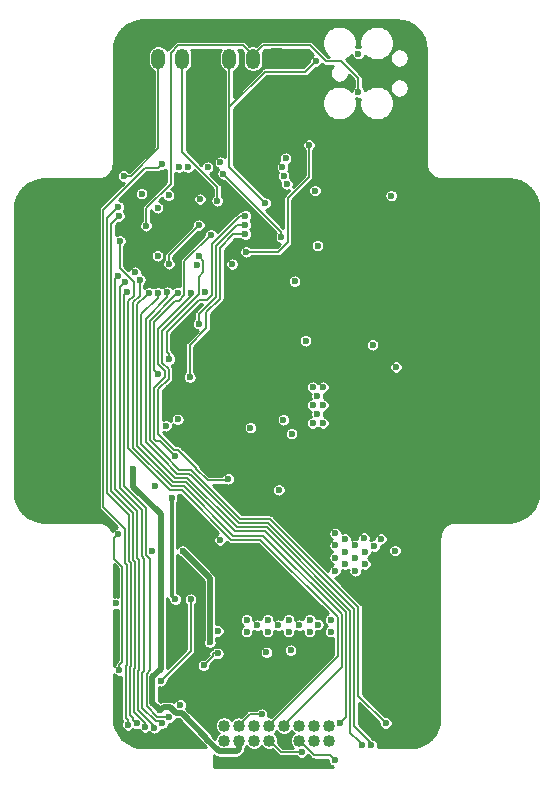
<source format=gbr>
G04 #@! TF.GenerationSoftware,KiCad,Pcbnew,(5.1.4)-1*
G04 #@! TF.CreationDate,2020-06-09T22:28:14-07:00*
G04 #@! TF.ProjectId,SkateLightMainBoard,536b6174-654c-4696-9768-744d61696e42,rev?*
G04 #@! TF.SameCoordinates,Original*
G04 #@! TF.FileFunction,Copper,L2,Inr*
G04 #@! TF.FilePolarity,Positive*
%FSLAX46Y46*%
G04 Gerber Fmt 4.6, Leading zero omitted, Abs format (unit mm)*
G04 Created by KiCad (PCBNEW (5.1.4)-1) date 2020-06-09 22:28:14*
%MOMM*%
%LPD*%
G04 APERTURE LIST*
%ADD10C,4.318000*%
%ADD11C,1.016000*%
%ADD12C,0.100000*%
%ADD13C,1.200000*%
%ADD14O,1.200000X1.750000*%
%ADD15C,0.600000*%
%ADD16C,0.500000*%
%ADD17C,0.200000*%
%ADD18C,0.152400*%
%ADD19C,0.350000*%
%ADD20C,0.254000*%
G04 APERTURE END LIST*
D10*
X19685000Y10160000D03*
X19685000Y-13843000D03*
X-19685000Y-13843000D03*
X-19685000Y10160000D03*
D11*
X-4445000Y-33613000D03*
X-4445000Y-34883000D03*
X-3175000Y-33613000D03*
X-3175000Y-34883000D03*
X-1905000Y-33613000D03*
X-1905000Y-34883000D03*
X-635000Y-33613000D03*
X-635000Y-34883000D03*
X635000Y-33613000D03*
X635000Y-34883000D03*
X1905000Y-33613000D03*
X1905000Y-34883000D03*
X3175000Y-33613000D03*
X3175000Y-34883000D03*
X4445000Y-33613000D03*
X4445000Y-34883000D03*
D12*
G36*
X374505Y23733796D02*
G01*
X398773Y23730196D01*
X422572Y23724235D01*
X445671Y23715970D01*
X467850Y23705480D01*
X488893Y23692868D01*
X508599Y23678253D01*
X526777Y23661777D01*
X543253Y23643599D01*
X557868Y23623893D01*
X570480Y23602850D01*
X580970Y23580671D01*
X589235Y23557572D01*
X595196Y23533773D01*
X598796Y23509505D01*
X600000Y23485001D01*
X600000Y22234999D01*
X598796Y22210495D01*
X595196Y22186227D01*
X589235Y22162428D01*
X580970Y22139329D01*
X570480Y22117150D01*
X557868Y22096107D01*
X543253Y22076401D01*
X526777Y22058223D01*
X508599Y22041747D01*
X488893Y22027132D01*
X467850Y22014520D01*
X445671Y22004030D01*
X422572Y21995765D01*
X398773Y21989804D01*
X374505Y21986204D01*
X350001Y21985000D01*
X-350001Y21985000D01*
X-374505Y21986204D01*
X-398773Y21989804D01*
X-422572Y21995765D01*
X-445671Y22004030D01*
X-467850Y22014520D01*
X-488893Y22027132D01*
X-508599Y22041747D01*
X-526777Y22058223D01*
X-543253Y22076401D01*
X-557868Y22096107D01*
X-570480Y22117150D01*
X-580970Y22139329D01*
X-589235Y22162428D01*
X-595196Y22186227D01*
X-598796Y22210495D01*
X-600000Y22234999D01*
X-600000Y23485001D01*
X-598796Y23509505D01*
X-595196Y23533773D01*
X-589235Y23557572D01*
X-580970Y23580671D01*
X-570480Y23602850D01*
X-557868Y23623893D01*
X-543253Y23643599D01*
X-526777Y23661777D01*
X-508599Y23678253D01*
X-488893Y23692868D01*
X-467850Y23705480D01*
X-445671Y23715970D01*
X-422572Y23724235D01*
X-398773Y23730196D01*
X-374505Y23733796D01*
X-350001Y23735000D01*
X350001Y23735000D01*
X374505Y23733796D01*
X374505Y23733796D01*
G37*
D13*
X0Y22860000D03*
D14*
X-2000000Y22860000D03*
X-4000000Y22860000D03*
X-6000000Y22860000D03*
X-8000000Y22860000D03*
X-10000000Y22860000D03*
D15*
X-8074660Y-20248880D03*
X-2880000Y-29130500D03*
X-1841500Y-29130500D03*
X-2349500Y-28257500D03*
X-2349500Y-29972000D03*
X-2349500Y-31686500D03*
X-2880000Y-30845000D03*
X-1841500Y-30845000D03*
X-3429000Y-28257500D03*
X-3492500Y-31686500D03*
X-13566140Y-30032960D03*
X-12250420Y-34731960D03*
X-8031480Y-33715960D03*
X8445500Y-20447000D03*
X9920000Y-24354000D03*
X13144500Y-21183600D03*
X12862560Y-19276060D03*
X12839700Y-18155920D03*
X12839700Y-16217900D03*
X12827000Y-14914880D03*
X12887960Y-27178000D03*
X12938760Y-30698440D03*
X13058140Y-33771840D03*
X10825480Y-35186620D03*
X11135360Y-32722820D03*
X8422640Y-26169620D03*
X-4645660Y-36662360D03*
X-6939280Y-21313140D03*
X-8092440Y-21280120D03*
X-5969000Y-19517360D03*
X-4632960Y-20657820D03*
X-4411980Y-18887440D03*
X-4191000Y-23050500D03*
X650240Y-23329900D03*
X-2575560Y-20612100D03*
X-1554480Y-20599400D03*
X-2146300Y-19936460D03*
X-2087880Y-21280120D03*
X-1079500Y-21272500D03*
X-2301240Y-18762980D03*
X3395980Y-23507700D03*
X-2550160Y-23334980D03*
X-13616854Y-21779829D03*
X-13616220Y-26704387D03*
X2418080Y-36601400D03*
X66040Y-36504880D03*
X-2214880Y-36576000D03*
X-3492500Y-29972000D03*
X12740000Y-24244000D03*
X-16510000Y-13970000D03*
X13970000Y-13970000D03*
X16510000Y-13970000D03*
X-21590000Y-11430000D03*
X-16510000Y-11430000D03*
X-6350000Y-11430000D03*
X-3810000Y-11430000D03*
X-1270000Y-11430000D03*
X1270000Y-11430000D03*
X11430000Y-11430000D03*
X13970000Y-11430000D03*
X16510000Y-11430000D03*
X21590000Y-11430000D03*
X-21590000Y-8890000D03*
X-19050000Y-8890000D03*
X-16510000Y-8890000D03*
X-4640000Y-9370000D03*
X8890000Y-8890000D03*
X11430000Y-8890000D03*
X13970000Y-8890000D03*
X16510000Y-8890000D03*
X19050000Y-8890000D03*
X21590000Y-8890000D03*
X-21590000Y-6350000D03*
X-19050000Y-6350000D03*
X-16510000Y-6350000D03*
X-6350000Y-6350000D03*
X11430000Y-6350000D03*
X13970000Y-6350000D03*
X16510000Y-6350000D03*
X19050000Y-6350000D03*
X21590000Y-6350000D03*
X-21590000Y-3810000D03*
X-19050000Y-3810000D03*
X-16510000Y-3810000D03*
X-6350000Y-3810000D03*
X11430000Y-3810000D03*
X13970000Y-3810000D03*
X16510000Y-3810000D03*
X19050000Y-3810000D03*
X21590000Y-3810000D03*
X-21590000Y-1270000D03*
X-19050000Y-1270000D03*
X-16510000Y-1270000D03*
X-6350000Y-1270000D03*
X-3810000Y-1270000D03*
X4290000Y-1570000D03*
X11430000Y-1270000D03*
X13970000Y-1270000D03*
X16510000Y-1270000D03*
X19080000Y-1350000D03*
X21590000Y-1270000D03*
X-21590000Y1270000D03*
X-19050000Y1270000D03*
X-16510000Y1270000D03*
X-4390000Y1190000D03*
X4380000Y290000D03*
X7090000Y1550000D03*
X9060000Y1660000D03*
X12250000Y840000D03*
X13970000Y1270000D03*
X16510000Y1270000D03*
X19140000Y1280000D03*
X21590000Y1270000D03*
X-21590000Y3810000D03*
X-19050000Y3810000D03*
X-16510000Y3810000D03*
X-1630000Y3490000D03*
X3810000Y3810000D03*
X6350000Y3810000D03*
X8890000Y3810000D03*
X11430000Y3810000D03*
X13970000Y3810000D03*
X16510000Y3810000D03*
X19050000Y3810000D03*
X21590000Y3810000D03*
X-21590000Y6350000D03*
X-19050000Y6350000D03*
X-16510000Y6350000D03*
X6350000Y6350000D03*
X8890000Y6350000D03*
X11430000Y6350000D03*
X13970000Y6350000D03*
X16510000Y6350000D03*
X19050000Y6350000D03*
X21590000Y6350000D03*
X-16510000Y8890000D03*
X-1270000Y8890000D03*
X-5320000Y9210000D03*
X8890000Y8890000D03*
X11430000Y8890000D03*
X13970000Y8890000D03*
X16510000Y8890000D03*
X-16510000Y11430000D03*
X11430000Y11430000D03*
X13970000Y11430000D03*
X16510000Y11430000D03*
X-1270000Y13970000D03*
X11590000Y13420000D03*
X-11430000Y16510000D03*
X-6350000Y16510000D03*
X-1270000Y16510000D03*
X1270000Y16510000D03*
X3810000Y16510000D03*
X6970000Y16350000D03*
X8890000Y16510000D03*
X11430000Y16510000D03*
X-11430000Y19050000D03*
X-6350000Y19050000D03*
X-1270000Y19050000D03*
X1270000Y19050000D03*
X11430000Y19050000D03*
X-11430000Y21590000D03*
X11430000Y21590000D03*
X-11430000Y24130000D03*
X11430000Y24130000D03*
X-7680000Y-9390000D03*
X7490000Y-23004000D03*
X-4060000Y3770000D03*
X4572000Y-3048000D03*
X2794000Y-12700000D03*
X3048000Y-4953000D03*
X3937000Y-4953000D03*
X3429000Y-5715000D03*
X3937000Y-8001000D03*
X3048000Y-8001000D03*
X3429000Y-7239000D03*
X3937000Y-6477000D03*
X3048000Y-6477000D03*
X10030000Y-18796000D03*
X-13616143Y-23245867D03*
X2448800Y-1028700D03*
X-11430000Y11430000D03*
X-9857559Y-32321828D03*
X-10081500Y10223500D03*
X-3761500Y5461000D03*
X-12160000Y-11870000D03*
X10109200Y-3246600D03*
X-10081500Y6159500D03*
X-12960000Y12920000D03*
X-11988800Y4775200D03*
X8128000Y-1373900D03*
X-11578657Y4141048D03*
X5397500Y-33357820D03*
X2118360Y-35849560D03*
X-10795000Y3048000D03*
X-4953000Y-25605500D03*
X1187410Y-27235968D03*
X-12582522Y-33568974D03*
X-9700000Y13920000D03*
X-10338894Y-33799777D03*
X498166Y13691388D03*
X-4756915Y14076620D03*
X-13400000Y4470000D03*
X-5842000Y13665200D03*
X-9685524Y-33426639D03*
X-7518400Y13665200D03*
X593504Y12945051D03*
X-12857242Y3948923D03*
X-9109027Y-32924067D03*
X-6492794Y10963194D03*
X863600Y12242800D03*
X-12680000Y3130000D03*
X-8371600Y-7683500D03*
X573500Y-7710500D03*
X-9370000Y-8220000D03*
X-2220000Y-8385900D03*
X-13326213Y-28917991D03*
X-7231415Y3041415D03*
X-13396856Y-17414000D03*
X-8601012Y-10821012D03*
X-2641600Y9559997D03*
X-9090000Y-2600000D03*
X-2641600Y8807594D03*
X-6590000Y400000D03*
X-2641600Y7975600D03*
X-7350000Y-4120000D03*
X-10040000Y-3840000D03*
X-5560000Y7960000D03*
X-11049000Y8699500D03*
X6920000Y20040000D03*
X8026400Y-35273100D03*
X-9259891Y3091336D03*
X9700000Y11260000D03*
X-6589395Y8760000D03*
X-9120000Y5480000D03*
X4930000Y-36550000D03*
X-962255Y10626790D03*
X3340000Y22650000D03*
X-5029200Y10820400D03*
X6910000Y23280000D03*
X-6756400Y5384800D03*
X3251200Y11684000D03*
X2743200Y15544800D03*
X-2570000Y6500000D03*
X-8280400Y13665200D03*
X762000Y14427200D03*
X-7286817Y-22918901D03*
X-9806940Y-29809440D03*
X-4985042Y-27506856D03*
X-6182360Y-28516580D03*
X8270240Y-18407380D03*
X6667500Y-18351500D03*
X6667500Y-20510500D03*
X7493000Y-18923000D03*
X6667500Y-19396500D03*
X7493000Y-19939000D03*
X4953000Y-17335500D03*
X5778500Y-17809000D03*
X5778500Y-19939000D03*
X5778500Y-18923000D03*
X4953000Y-20510500D03*
X4953000Y-19396500D03*
X4953000Y-18351500D03*
X184190Y-13652500D03*
X7391400Y-17734280D03*
X-10294576Y-13295424D03*
X-8573183Y-22918901D03*
X-8890000Y-14302500D03*
X4572000Y-24638000D03*
X4572000Y-25654000D03*
X2794000Y-25654000D03*
X1929000Y-25111500D03*
X2794000Y-24638000D03*
X1016000Y-25654000D03*
X151000Y-25111500D03*
X1016000Y-24638000D03*
X-762000Y-25654000D03*
X-762000Y-24638000D03*
X-1627000Y-25111500D03*
X-2540000Y-24638000D03*
X-2540000Y-25654000D03*
X3488788Y-25056116D03*
X-8145780Y-31854402D03*
X-5656580Y-26570940D03*
X-854098Y-27416000D03*
X-7931175Y-18849738D03*
X-10530000Y-18862408D03*
X8840000Y-17804000D03*
X-4521200Y13106400D03*
X410000Y7720000D03*
X-4780000Y-17894000D03*
X-6589394Y6149394D03*
X3464800Y7023100D03*
X-4080000Y-12720000D03*
X-1270000Y-32639000D03*
X-8382000Y3048000D03*
X9235378Y-33399373D03*
X1270000Y-8890000D03*
X-6043822Y3098893D03*
X1524000Y4013200D03*
X-11124497Y-33727310D03*
X-13360000Y9530000D03*
X-11842996Y-33430324D03*
X-13410000Y10320000D03*
X-13271500Y7429500D03*
X7241540Y-35229800D03*
X-10033000Y3048000D03*
X-9144000Y11277600D03*
D16*
X-8029857Y-32556803D02*
X-8482933Y-32556803D01*
X-8482933Y-32556803D02*
X-9017907Y-32021829D01*
X-9017907Y-32021829D02*
X-9557560Y-32021829D01*
X-9557560Y-32021829D02*
X-9857559Y-32321828D01*
D17*
X-10000000Y15255436D02*
X-12335436Y12920000D01*
X-10000000Y22860000D02*
X-10000000Y15255436D01*
X-12335436Y12920000D02*
X-12960000Y12920000D01*
D16*
X-10157558Y-32021829D02*
X-9857559Y-32321828D01*
X-12160000Y-13393992D02*
X-9827599Y-15726393D01*
X-12160000Y-11870000D02*
X-12160000Y-13393992D01*
X-9827599Y-28790543D02*
X-10509342Y-29472286D01*
X-10509342Y-29472286D02*
X-10509342Y-31670045D01*
X-9827599Y-15726393D02*
X-9827599Y-28790543D01*
X-10509342Y-31670045D02*
X-10157558Y-32021829D01*
X-3175000Y-35601420D02*
X-3175000Y-34883000D01*
X-3366981Y-35793401D02*
X-3175000Y-35601420D01*
X-4881993Y-35793401D02*
X-3366981Y-35793401D01*
X-5942330Y-34733064D02*
X-4881993Y-35793401D01*
X-5942330Y-34644330D02*
X-5942330Y-34733064D01*
X-5942330Y-34644330D02*
X-8029857Y-32556803D01*
D17*
X5520358Y-24177894D02*
X-1131052Y-17526484D01*
X-1131052Y-17526484D02*
X-3593516Y-17526484D01*
X-3593516Y-17526484D02*
X-3687050Y-17526484D01*
X-8889329Y-13340207D02*
X-7847331Y-13340207D01*
X-12149643Y2229291D02*
X-12149643Y-10079893D01*
X-12149643Y-10079893D02*
X-8889329Y-13340207D01*
X-7847331Y-13340207D02*
X-3661055Y-17526483D01*
X-3661055Y-17526483D02*
X-3593516Y-17526484D01*
X-11578657Y2800277D02*
X-12149643Y2229291D01*
X-11578657Y4141048D02*
X-11578657Y2800277D01*
X5520358Y-28686242D02*
X5520358Y-27770358D01*
X635000Y-33571600D02*
X5520358Y-28686242D01*
X5520358Y-27770358D02*
X5520358Y-24177894D01*
X388960Y-35849560D02*
X-635000Y-34825600D01*
X2118360Y-35849560D02*
X388960Y-35849560D01*
X5872767Y-32882553D02*
X5872767Y-24031919D01*
X-8743356Y-12987796D02*
X-11797232Y-9933920D01*
X5397500Y-33357820D02*
X5872767Y-32882553D01*
X5872767Y-24031919D02*
X-985079Y-17174073D01*
X-985079Y-17174073D02*
X-3515081Y-17174073D01*
X-11797232Y-9933920D02*
X-11797232Y2045768D01*
X-7701358Y-12987796D02*
X-8743356Y-12987796D01*
X-11094999Y2748001D02*
X-10795000Y3048000D01*
X-3515081Y-17174073D02*
X-7701358Y-12987796D01*
X-11797232Y2045768D02*
X-11094999Y2748001D01*
X-12773805Y-28534313D02*
X-12698701Y-28459209D01*
X-12773805Y-32953427D02*
X-12773805Y-28534313D01*
X-12698701Y-20003181D02*
X-12844456Y-19857426D01*
X-12582522Y-33568974D02*
X-12582522Y-33144710D01*
X-12698701Y-28459209D02*
X-12698701Y-20003181D01*
X-12582522Y-33144710D02*
X-12773805Y-32953427D01*
X-14696513Y-15075916D02*
X-14696513Y10060541D01*
X-14696513Y10060541D02*
X-11131530Y13625524D01*
X-10250001Y13620001D02*
X-10255524Y13625524D01*
X-9999999Y13620001D02*
X-10250001Y13620001D01*
X-9700000Y13920000D02*
X-9999999Y13620001D01*
X-11131530Y13625524D02*
X-10255524Y13625524D01*
X-12844456Y-16927974D02*
X-12921215Y-16851215D01*
X-12844456Y-19857426D02*
X-12844456Y-16927974D01*
X-12844456Y-16927973D02*
X-12921215Y-16851215D01*
X-12921215Y-16851215D02*
X-14696513Y-15075916D01*
X-11628769Y-28884429D02*
X-11628769Y-19577961D01*
X-10338894Y-33799777D02*
X-10338894Y-33654815D01*
X-11716574Y-32277135D02*
X-11716573Y-28972233D01*
X-11716573Y-28972233D02*
X-11628769Y-28884429D01*
X-10338894Y-33654815D02*
X-11716574Y-32277135D01*
X-11628769Y-19577961D02*
X-11787223Y-19419507D01*
X-11787223Y-19419507D02*
X-11787223Y-15474053D01*
X-11787223Y-15474053D02*
X-13639283Y-13621993D01*
X-13639283Y-13621993D02*
X-13639283Y4230717D01*
X-13639283Y4230717D02*
X-13400000Y4470000D01*
X-11207583Y-28961627D02*
X-11207583Y-19500763D01*
X-11207583Y-19500763D02*
X-11434812Y-19273534D01*
X-11364163Y-29118207D02*
X-11207583Y-28961627D01*
X-11434812Y-19273534D02*
X-11434812Y-15328080D01*
X-11364164Y-32103401D02*
X-11364163Y-29118207D01*
X-9685524Y-33426639D02*
X-9885523Y-33226640D01*
X-11434812Y-15328080D02*
X-13286873Y-13476019D01*
X-10240926Y-33226639D02*
X-11364164Y-32103401D01*
X-9885523Y-33226640D02*
X-10240926Y-33226639D01*
X-13286873Y-13476019D02*
X-13286873Y3519292D01*
X-13286873Y3519292D02*
X-12857242Y3948923D01*
X-11082401Y-19127561D02*
X-11082401Y-15182107D01*
X-10681206Y-28933634D02*
X-10681206Y-19528756D01*
X-11011753Y-29264181D02*
X-10681206Y-28933634D01*
X-9158865Y-32874229D02*
X-10094952Y-32874229D01*
X-11082401Y-15182107D02*
X-12934462Y-13330046D01*
X-10681206Y-19528756D02*
X-11082401Y-19127561D01*
X-11011753Y-31957428D02*
X-11011753Y-29264181D01*
X-9109027Y-32924067D02*
X-9158865Y-32874229D01*
X-10094952Y-32874229D02*
X-11011753Y-31957428D01*
X-12934462Y-13330046D02*
X-12934463Y-9740000D01*
X-12934463Y-9740000D02*
X-12934463Y2875537D01*
X-12934463Y2875537D02*
X-12680000Y3130000D01*
X-13051112Y-28218626D02*
X-13326213Y-28493727D01*
X-13725597Y-19474669D02*
X-13051112Y-20149154D01*
X-13051112Y-20149154D02*
X-13051112Y-28218626D01*
X-13326213Y-28493727D02*
X-13326213Y-28917991D01*
X-13725597Y-17742741D02*
X-13396856Y-17414000D01*
X-13725597Y-18528403D02*
X-13725597Y-17742741D01*
X-13725597Y-18528403D02*
X-13725597Y-19474669D01*
X-9891556Y-9530468D02*
X-8601012Y-10821012D01*
X-10387590Y-5005144D02*
X-10387590Y-9324030D01*
X-9487599Y-4105153D02*
X-10387590Y-5005144D01*
X-10181152Y-9530468D02*
X-9891556Y-9530468D01*
X-10387590Y-9324030D02*
X-10181152Y-9530468D01*
X-7231415Y2758585D02*
X-10027590Y-37590D01*
X-10027590Y-37590D02*
X-10027590Y-3034856D01*
X-7231415Y3041415D02*
X-7231415Y2758585D01*
X-10027590Y-3034856D02*
X-9487599Y-3574847D01*
X-9487599Y-3574847D02*
X-9487599Y-4105153D01*
X-9090000Y-2175736D02*
X-9320000Y-1945736D01*
X-9090000Y-2600000D02*
X-9090000Y-2175736D01*
X-9320000Y-1945736D02*
X-9320000Y-326764D01*
X-9320000Y-326764D02*
X-6546618Y2446618D01*
X-5878543Y2446618D02*
X-5491421Y2833740D01*
X-6546618Y2446618D02*
X-5878543Y2446618D01*
X-3065864Y9559997D02*
X-2641600Y9559997D01*
X-5491421Y7134440D02*
X-3065864Y9559997D01*
X-5491421Y2833740D02*
X-5491421Y7134440D01*
X-6590000Y1236778D02*
X-5139011Y2687767D01*
X-6590000Y400000D02*
X-6590000Y1236778D01*
X-5139011Y2687767D02*
X-5139011Y6988468D01*
X-3319885Y8807594D02*
X-2641600Y8807594D01*
X-5139011Y6988468D02*
X-3319885Y8807594D01*
X-3653497Y7975600D02*
X-2641600Y7975600D01*
X-7350000Y-1380000D02*
X-5950000Y20000D01*
X-7350000Y-4120000D02*
X-7350000Y-1380000D01*
X-5950000Y20000D02*
X-5950000Y1378396D01*
X-5950000Y1378396D02*
X-4786601Y2541794D01*
X-4786601Y2541794D02*
X-4786601Y6842496D01*
X-4786601Y6842496D02*
X-3653497Y7975600D01*
X-10040000Y-3840000D02*
X-10380000Y-3500000D01*
X-10380000Y-3500000D02*
X-10380000Y530000D01*
X-10380000Y530000D02*
X-8570000Y2340000D01*
X-8272446Y2340000D02*
X-7800000Y2812446D01*
X-8570000Y2340000D02*
X-8272446Y2340000D01*
X-7800000Y5720000D02*
X-5560000Y7960000D01*
X-7800000Y2812446D02*
X-7800000Y5720000D01*
X6920000Y21191186D02*
X5481186Y22630000D01*
X6920000Y20040000D02*
X6920000Y21191186D01*
X-2000000Y23135000D02*
X-2000000Y22860000D01*
X-1147590Y23987410D02*
X-2000000Y23135000D01*
X2820144Y23987410D02*
X-1147590Y23987410D01*
X4177554Y22630000D02*
X2820144Y23987410D01*
X5481186Y22630000D02*
X4177554Y22630000D01*
X-2852410Y23987410D02*
X-2000000Y23135000D01*
X-8353079Y23987410D02*
X-2852410Y23987410D01*
X-8979306Y23361183D02*
X-8353079Y23987410D01*
X-8979306Y12259848D02*
X-8979306Y23361183D01*
X-11049000Y10190154D02*
X-8979306Y12259848D01*
X-11049000Y8699500D02*
X-11049000Y10190154D01*
X1905000Y-34825600D02*
X3203277Y-36123877D01*
X-6589395Y8760000D02*
X-9120000Y6229395D01*
X-9120000Y6229395D02*
X-9120000Y5480000D01*
X8026400Y-35078784D02*
X8026400Y-35273100D01*
X6577589Y-23739973D02*
X6577589Y-33629973D01*
X-693133Y-16469251D02*
X6577589Y-23739973D01*
X-3223135Y-16469251D02*
X-693133Y-16469251D01*
X-7202975Y-12489413D02*
X-3223135Y-16469251D01*
X-7409412Y-12282975D02*
X-7202975Y-12489413D01*
X6577589Y-33629973D02*
X8026400Y-35078784D01*
X-8418643Y-12282975D02*
X-7409412Y-12282975D01*
X-9259891Y2667072D02*
X-11092411Y834552D01*
X-9259891Y3091336D02*
X-9259891Y2667072D01*
X-11092411Y834552D02*
X-11092411Y-9615973D01*
X-11092411Y-9615973D02*
X-9711047Y-10997337D01*
X-9711047Y-10997337D02*
X-9704280Y-10997338D01*
X-9704280Y-10997338D02*
X-8418643Y-12282975D01*
X4503877Y-36123877D02*
X4930000Y-36550000D01*
X3526123Y-36123877D02*
X4503877Y-36123877D01*
X3203277Y-36123877D02*
X3526123Y-36123877D01*
X-962255Y10626790D02*
X-4000000Y13664535D01*
X-987410Y21732590D02*
X-4000000Y18720000D01*
X-4000000Y13664535D02*
X-4000000Y18720000D01*
X-4000000Y18720000D02*
X-4000000Y22860000D01*
X2422590Y21732590D02*
X2082590Y21732590D01*
X3340000Y22650000D02*
X2422590Y21732590D01*
X2082590Y21732590D02*
X-987410Y21732590D01*
X-8000000Y14964354D02*
X-8000000Y22860000D01*
X-5029200Y10820400D02*
X-5029200Y11993554D01*
X-5029200Y11993554D02*
X-8000000Y14964354D01*
X-2570000Y6500000D02*
X160000Y6500000D01*
X962401Y7302401D02*
X962401Y11052401D01*
X160000Y6500000D02*
X962401Y7302401D01*
X2743200Y12833200D02*
X2743200Y15544800D01*
X962401Y11052401D02*
X2743200Y12833200D01*
X-7286817Y-22918901D02*
X-7286817Y-26504386D01*
X-7286817Y-26504386D02*
X-7286817Y-27289317D01*
X-7286817Y-27289317D02*
X-9806940Y-29809440D01*
X-5393856Y-27506856D02*
X-4985042Y-27506856D01*
D18*
X-5393856Y-27506856D02*
X-5393856Y-27728076D01*
X-5393856Y-27728076D02*
X-6182360Y-28516580D01*
D19*
X-8890000Y-22602084D02*
X-8573183Y-22918901D01*
X-8890000Y-14302500D02*
X-8890000Y-22602084D01*
D16*
X-5656580Y-26570940D02*
X-5656580Y-21153120D01*
X-5656580Y-21153120D02*
X-7952740Y-18856960D01*
X-7952740Y-18856960D02*
X-7952740Y-18793460D01*
D17*
X410000Y8175200D02*
X-4521200Y13106400D01*
X410000Y7720000D02*
X410000Y8175200D01*
X-6203999Y5763999D02*
X-6589394Y6149394D01*
X-6203999Y4756001D02*
X-6203999Y5763999D01*
X-6596223Y4363777D02*
X-6203999Y4756001D01*
X-6596223Y2895395D02*
X-6596223Y4363777D01*
X-9675180Y-183562D02*
X-6596223Y2895395D01*
X-9135189Y-3428874D02*
X-9675180Y-2888884D01*
X-9135189Y-4251126D02*
X-9135189Y-3428874D01*
X-10035180Y-5151116D02*
X-9135189Y-4251126D01*
X-9675180Y-2888884D02*
X-9675180Y-183562D01*
X-10035180Y-8834820D02*
X-10035180Y-5151116D01*
X-6817811Y-11786659D02*
X-6817811Y-11877811D01*
X-10035180Y-8834820D02*
X-10035180Y-8888462D01*
X-10035180Y-8888462D02*
X-8655031Y-10268611D01*
X-8655031Y-10268611D02*
X-8335859Y-10268611D01*
X-8335859Y-10268611D02*
X-6817811Y-11786659D01*
X-4212811Y-12852811D02*
X-4080000Y-12720000D01*
X-5842811Y-12852811D02*
X-4212811Y-12852811D01*
X-5842811Y-12852811D02*
X-6817811Y-11877811D01*
X-3175000Y-33555600D02*
X-2258400Y-32639000D01*
X-2258400Y-32639000D02*
X-1270000Y-32639000D01*
X6930000Y-23594000D02*
X6930000Y-31093995D01*
X-3077165Y-16116840D02*
X-542840Y-16116840D01*
X-7263438Y-11930567D02*
X-3077165Y-16116840D01*
X6930000Y-31093995D02*
X9235378Y-33399373D01*
X-7555384Y-11930565D02*
X-7263438Y-11930567D01*
X-542840Y-16116840D02*
X5176777Y-21836457D01*
X-9558307Y-10644929D02*
X-8272671Y-11930565D01*
X5176777Y-21840777D02*
X6930000Y-23594000D01*
X5176777Y-21836457D02*
X5176777Y-21840777D01*
X-8681999Y2748001D02*
X-8681999Y2728001D01*
X-8382000Y3048000D02*
X-8681999Y2748001D01*
X-8272671Y-11930565D02*
X-7555384Y-11930565D01*
X-10740000Y670000D02*
X-10740000Y-9470002D01*
X-10740000Y-9470002D02*
X-9565073Y-10644929D01*
X-8681999Y2728001D02*
X-10740000Y670000D01*
X-9565073Y-10644929D02*
X-9558307Y-10644929D01*
X-2242400Y-32639000D02*
X-3175000Y-33571600D01*
X-1270000Y-32639000D02*
X-2242400Y-32639000D01*
X-11124497Y-33367596D02*
X-12068985Y-32423108D01*
X-12068985Y-28826261D02*
X-11981180Y-28738456D01*
X-12139634Y-19565480D02*
X-12139634Y-15620027D01*
X-12139634Y-15620027D02*
X-13991693Y-13767968D01*
X-11124497Y-33727310D02*
X-11124497Y-33367596D01*
X-11981180Y-28738456D02*
X-11981180Y-19723934D01*
X-11981180Y-19723934D02*
X-12139634Y-19565480D01*
X-12068985Y-32423108D02*
X-12068985Y-28826261D01*
X-13991693Y-13767968D02*
X-13991693Y8898307D01*
X-13991693Y8898307D02*
X-13360000Y9530000D01*
X-12492045Y-15766000D02*
X-14344103Y-13913942D01*
X-12421396Y-32721103D02*
X-12421395Y-28680287D01*
X-12142995Y-32999504D02*
X-12421396Y-32721103D01*
X-11842996Y-33430324D02*
X-12142995Y-33130325D01*
X-12492045Y-19711453D02*
X-12492045Y-15766000D01*
X-12421395Y-28680287D02*
X-12333591Y-28592483D01*
X-12142995Y-33130325D02*
X-12142995Y-32999504D01*
X-12333591Y-28592483D02*
X-12333591Y-19869907D01*
X-12333591Y-19869907D02*
X-12492045Y-19711453D01*
X-14344103Y-13913942D02*
X-14344103Y9385897D01*
X-14344103Y9385897D02*
X-13410000Y10320000D01*
X-12582052Y-10145866D02*
X-12507020Y-10220898D01*
X-13271500Y5144394D02*
X-12107040Y3979934D01*
X-12107040Y3979934D02*
X-12107040Y2770277D01*
X-13271500Y7429500D02*
X-13271500Y5144394D01*
X-12107040Y2770277D02*
X-12582052Y2295265D01*
X-12582052Y-9802052D02*
X-12582052Y-10145866D01*
X-12582052Y2295265D02*
X-12582052Y-9802052D01*
X-9039298Y-13692618D02*
X-8023298Y-13692618D01*
X-3837021Y-17878895D02*
X-1377293Y-17878895D01*
X5167947Y-27752653D02*
X-635000Y-33555600D01*
X5167947Y-24424135D02*
X5167947Y-27752653D01*
X-12582052Y-9802052D02*
X-12582052Y-10149864D01*
X-1377293Y-17878895D02*
X5167947Y-24424135D01*
X-8023298Y-13692618D02*
X-3837021Y-17878895D01*
X-12582052Y-10149864D02*
X-9039298Y-13692618D01*
X6225178Y-23885946D02*
X6225178Y-34213438D01*
X-839106Y-16821662D02*
X6225178Y-23885946D01*
X-10033000Y3048000D02*
X-10033000Y2623736D01*
X6225178Y-34213438D02*
X6941541Y-34929801D01*
X-3369108Y-16821662D02*
X-839106Y-16821662D01*
X-11444822Y1211914D02*
X-11444822Y-9761948D01*
X6941541Y-34929801D02*
X7241540Y-35229800D01*
X-10033000Y2623736D02*
X-11444822Y1211914D01*
X-11444822Y-9761948D02*
X-9857023Y-11349747D01*
X-9857023Y-11349747D02*
X-9850253Y-11349747D01*
X-8564615Y-12635385D02*
X-7555385Y-12635385D01*
X-7555385Y-12635385D02*
X-3369108Y-16821662D01*
X-9850253Y-11349747D02*
X-8564615Y-12635385D01*
D20*
G36*
X-1246614Y-35384938D02*
G01*
X-1136938Y-35494614D01*
X-1007974Y-35580785D01*
X-864676Y-35640141D01*
X-712552Y-35670400D01*
X-557448Y-35670400D01*
X-405324Y-35640141D01*
X-371162Y-35625991D01*
X107510Y-36104663D01*
X119386Y-36119134D01*
X133857Y-36131010D01*
X133858Y-36131011D01*
X177156Y-36166545D01*
X205237Y-36181554D01*
X243068Y-36201775D01*
X314585Y-36223470D01*
X370328Y-36228960D01*
X370330Y-36228960D01*
X388959Y-36230795D01*
X407588Y-36228960D01*
X1678365Y-36228960D01*
X1749014Y-36299609D01*
X1843911Y-36363017D01*
X1949355Y-36406694D01*
X2061294Y-36428960D01*
X2175426Y-36428960D01*
X2287365Y-36406694D01*
X2392809Y-36363017D01*
X2487706Y-36299609D01*
X2568409Y-36218906D01*
X2631817Y-36124009D01*
X2642080Y-36099233D01*
X2921825Y-36378978D01*
X2933703Y-36393451D01*
X2948174Y-36405327D01*
X2948175Y-36405328D01*
X2991473Y-36440862D01*
X3026703Y-36459692D01*
X3057385Y-36476092D01*
X3128902Y-36497787D01*
X3184645Y-36503277D01*
X3184648Y-36503277D01*
X3203277Y-36505112D01*
X3221906Y-36503277D01*
X4346725Y-36503277D01*
X4350600Y-36507152D01*
X4350600Y-36607066D01*
X4372866Y-36719005D01*
X4416543Y-36824449D01*
X4479951Y-36919346D01*
X4560654Y-37000049D01*
X4655551Y-37063457D01*
X4736771Y-37097100D01*
X-5255612Y-37097100D01*
X-5272760Y-37095419D01*
X-5274935Y-37094762D01*
X-5276941Y-37093695D01*
X-5278703Y-37092258D01*
X-5280150Y-37090509D01*
X-5281230Y-37088512D01*
X-5281903Y-37086337D01*
X-5283600Y-37070193D01*
X-5283600Y-36140479D01*
X-5274718Y-36149361D01*
X-5258146Y-36169554D01*
X-5237953Y-36186126D01*
X-5237949Y-36186130D01*
X-5177536Y-36235710D01*
X-5125234Y-36263666D01*
X-5085566Y-36284869D01*
X-4985773Y-36315141D01*
X-4907996Y-36322801D01*
X-4907986Y-36322801D01*
X-4881993Y-36325361D01*
X-4856000Y-36322801D01*
X-3392974Y-36322801D01*
X-3366981Y-36325361D01*
X-3340988Y-36322801D01*
X-3340978Y-36322801D01*
X-3263201Y-36315141D01*
X-3163408Y-36284869D01*
X-3071439Y-36235710D01*
X-2990828Y-36169554D01*
X-2974251Y-36149355D01*
X-2819046Y-35994150D01*
X-2798847Y-35977573D01*
X-2732691Y-35896962D01*
X-2683532Y-35804993D01*
X-2653260Y-35705200D01*
X-2645600Y-35627423D01*
X-2645600Y-35627414D01*
X-2643040Y-35601421D01*
X-2645600Y-35575428D01*
X-2645600Y-35467152D01*
X-2563386Y-35384938D01*
X-2540000Y-35349938D01*
X-2516614Y-35384938D01*
X-2406938Y-35494614D01*
X-2277974Y-35580785D01*
X-2134676Y-35640141D01*
X-1982552Y-35670400D01*
X-1827448Y-35670400D01*
X-1675324Y-35640141D01*
X-1532026Y-35580785D01*
X-1403062Y-35494614D01*
X-1293386Y-35384938D01*
X-1270000Y-35349938D01*
X-1246614Y-35384938D01*
X-1246614Y-35384938D01*
G37*
X-1246614Y-35384938D02*
X-1136938Y-35494614D01*
X-1007974Y-35580785D01*
X-864676Y-35640141D01*
X-712552Y-35670400D01*
X-557448Y-35670400D01*
X-405324Y-35640141D01*
X-371162Y-35625991D01*
X107510Y-36104663D01*
X119386Y-36119134D01*
X133857Y-36131010D01*
X133858Y-36131011D01*
X177156Y-36166545D01*
X205237Y-36181554D01*
X243068Y-36201775D01*
X314585Y-36223470D01*
X370328Y-36228960D01*
X370330Y-36228960D01*
X388959Y-36230795D01*
X407588Y-36228960D01*
X1678365Y-36228960D01*
X1749014Y-36299609D01*
X1843911Y-36363017D01*
X1949355Y-36406694D01*
X2061294Y-36428960D01*
X2175426Y-36428960D01*
X2287365Y-36406694D01*
X2392809Y-36363017D01*
X2487706Y-36299609D01*
X2568409Y-36218906D01*
X2631817Y-36124009D01*
X2642080Y-36099233D01*
X2921825Y-36378978D01*
X2933703Y-36393451D01*
X2948174Y-36405327D01*
X2948175Y-36405328D01*
X2991473Y-36440862D01*
X3026703Y-36459692D01*
X3057385Y-36476092D01*
X3128902Y-36497787D01*
X3184645Y-36503277D01*
X3184648Y-36503277D01*
X3203277Y-36505112D01*
X3221906Y-36503277D01*
X4346725Y-36503277D01*
X4350600Y-36507152D01*
X4350600Y-36607066D01*
X4372866Y-36719005D01*
X4416543Y-36824449D01*
X4479951Y-36919346D01*
X4560654Y-37000049D01*
X4655551Y-37063457D01*
X4736771Y-37097100D01*
X-5255612Y-37097100D01*
X-5272760Y-37095419D01*
X-5274935Y-37094762D01*
X-5276941Y-37093695D01*
X-5278703Y-37092258D01*
X-5280150Y-37090509D01*
X-5281230Y-37088512D01*
X-5281903Y-37086337D01*
X-5283600Y-37070193D01*
X-5283600Y-36140479D01*
X-5274718Y-36149361D01*
X-5258146Y-36169554D01*
X-5237953Y-36186126D01*
X-5237949Y-36186130D01*
X-5177536Y-36235710D01*
X-5125234Y-36263666D01*
X-5085566Y-36284869D01*
X-4985773Y-36315141D01*
X-4907996Y-36322801D01*
X-4907986Y-36322801D01*
X-4881993Y-36325361D01*
X-4856000Y-36322801D01*
X-3392974Y-36322801D01*
X-3366981Y-36325361D01*
X-3340988Y-36322801D01*
X-3340978Y-36322801D01*
X-3263201Y-36315141D01*
X-3163408Y-36284869D01*
X-3071439Y-36235710D01*
X-2990828Y-36169554D01*
X-2974251Y-36149355D01*
X-2819046Y-35994150D01*
X-2798847Y-35977573D01*
X-2732691Y-35896962D01*
X-2683532Y-35804993D01*
X-2653260Y-35705200D01*
X-2645600Y-35627423D01*
X-2645600Y-35627414D01*
X-2643040Y-35601421D01*
X-2645600Y-35575428D01*
X-2645600Y-35467152D01*
X-2563386Y-35384938D01*
X-2540000Y-35349938D01*
X-2516614Y-35384938D01*
X-2406938Y-35494614D01*
X-2277974Y-35580785D01*
X-2134676Y-35640141D01*
X-1982552Y-35670400D01*
X-1827448Y-35670400D01*
X-1675324Y-35640141D01*
X-1532026Y-35580785D01*
X-1403062Y-35494614D01*
X-1293386Y-35384938D01*
X-1270000Y-35349938D01*
X-1246614Y-35384938D01*
G36*
X1293386Y-34114938D02*
G01*
X1403062Y-34224614D01*
X1438062Y-34248000D01*
X1403062Y-34271386D01*
X1293386Y-34381062D01*
X1207215Y-34510026D01*
X1147859Y-34653324D01*
X1117600Y-34805448D01*
X1117600Y-34960552D01*
X1147859Y-35112676D01*
X1207215Y-35255974D01*
X1293386Y-35384938D01*
X1378608Y-35470160D01*
X546113Y-35470160D01*
X133172Y-35057219D01*
X152400Y-34960552D01*
X152400Y-34805448D01*
X122141Y-34653324D01*
X62785Y-34510026D01*
X-23386Y-34381062D01*
X-133062Y-34271386D01*
X-168062Y-34248000D01*
X-133062Y-34224614D01*
X-23386Y-34114938D01*
X0Y-34079938D01*
X23386Y-34114938D01*
X133062Y-34224614D01*
X262026Y-34310785D01*
X405324Y-34370141D01*
X557448Y-34400400D01*
X712552Y-34400400D01*
X864676Y-34370141D01*
X1007974Y-34310785D01*
X1136938Y-34224614D01*
X1246614Y-34114938D01*
X1270000Y-34079938D01*
X1293386Y-34114938D01*
X1293386Y-34114938D01*
G37*
X1293386Y-34114938D02*
X1403062Y-34224614D01*
X1438062Y-34248000D01*
X1403062Y-34271386D01*
X1293386Y-34381062D01*
X1207215Y-34510026D01*
X1147859Y-34653324D01*
X1117600Y-34805448D01*
X1117600Y-34960552D01*
X1147859Y-35112676D01*
X1207215Y-35255974D01*
X1293386Y-35384938D01*
X1378608Y-35470160D01*
X546113Y-35470160D01*
X133172Y-35057219D01*
X152400Y-34960552D01*
X152400Y-34805448D01*
X122141Y-34653324D01*
X62785Y-34510026D01*
X-23386Y-34381062D01*
X-133062Y-34271386D01*
X-168062Y-34248000D01*
X-133062Y-34224614D01*
X-23386Y-34114938D01*
X0Y-34079938D01*
X23386Y-34114938D01*
X133062Y-34224614D01*
X262026Y-34310785D01*
X405324Y-34370141D01*
X557448Y-34400400D01*
X712552Y-34400400D01*
X864676Y-34370141D01*
X1007974Y-34310785D01*
X1136938Y-34224614D01*
X1246614Y-34114938D01*
X1270000Y-34079938D01*
X1293386Y-34114938D01*
G36*
X10643282Y26062755D02*
G01*
X11108159Y25922400D01*
X11536914Y25694426D01*
X11913229Y25387511D01*
X12222762Y25013351D01*
X12453725Y24586194D01*
X12597321Y24122308D01*
X12649588Y23625027D01*
X12649601Y23621226D01*
X12649600Y13955055D01*
X12650922Y13941631D01*
X12650878Y13935318D01*
X12651293Y13931088D01*
X12672020Y13733886D01*
X12677571Y13706841D01*
X12682737Y13679761D01*
X12683965Y13675692D01*
X12742600Y13486271D01*
X12753305Y13460803D01*
X12763627Y13435256D01*
X12765617Y13431513D01*
X12765621Y13431504D01*
X12765626Y13431497D01*
X12859933Y13257080D01*
X12875365Y13234201D01*
X12890468Y13211122D01*
X12893154Y13207828D01*
X13019548Y13055044D01*
X13039162Y13035566D01*
X13058427Y13015893D01*
X13061696Y13013188D01*
X13061702Y13013182D01*
X13061709Y13013178D01*
X13215364Y12887859D01*
X13238361Y12872579D01*
X13261108Y12857005D01*
X13264846Y12854983D01*
X13439924Y12761892D01*
X13465485Y12751356D01*
X13490792Y12740510D01*
X13494844Y12739255D01*
X13494850Y12739253D01*
X13494856Y12739252D01*
X13684678Y12681942D01*
X13711741Y12676583D01*
X13738726Y12670847D01*
X13742947Y12670404D01*
X13742955Y12670402D01*
X13742963Y12670402D01*
X13940295Y12651053D01*
X13940301Y12651053D01*
X13955054Y12649600D01*
X19670115Y12649600D01*
X20168282Y12600755D01*
X20633159Y12460400D01*
X21061914Y12232426D01*
X21438229Y11925511D01*
X21747762Y11551351D01*
X21978725Y11124194D01*
X22122321Y10660308D01*
X22174588Y10163027D01*
X22174600Y10159513D01*
X22174601Y-13828105D01*
X22125755Y-14326282D01*
X21985401Y-14791158D01*
X21757426Y-15219914D01*
X21450512Y-15596229D01*
X21076351Y-15905762D01*
X20649194Y-16136725D01*
X20185308Y-16280321D01*
X19688026Y-16332588D01*
X19684513Y-16332600D01*
X15098054Y-16332600D01*
X15084630Y-16333922D01*
X15078318Y-16333878D01*
X15074088Y-16334293D01*
X14876886Y-16355020D01*
X14849841Y-16360571D01*
X14822761Y-16365737D01*
X14818697Y-16366964D01*
X14818691Y-16366965D01*
X14818685Y-16366967D01*
X14629271Y-16425600D01*
X14603826Y-16436296D01*
X14578256Y-16446627D01*
X14574503Y-16448622D01*
X14400080Y-16542933D01*
X14377182Y-16558378D01*
X14354122Y-16573468D01*
X14350828Y-16576154D01*
X14198044Y-16702548D01*
X14178583Y-16722146D01*
X14158893Y-16741427D01*
X14156183Y-16744702D01*
X14030859Y-16898364D01*
X14015569Y-16921377D01*
X14000005Y-16944108D01*
X13997986Y-16947842D01*
X13997983Y-16947846D01*
X13997983Y-16947847D01*
X13904892Y-17122924D01*
X13894361Y-17148473D01*
X13883510Y-17173792D01*
X13882255Y-17177844D01*
X13882253Y-17177850D01*
X13882253Y-17177852D01*
X13824942Y-17367678D01*
X13819580Y-17394756D01*
X13813847Y-17421727D01*
X13813404Y-17425947D01*
X13813402Y-17425955D01*
X13813402Y-17425963D01*
X13794053Y-17623295D01*
X13794053Y-17623311D01*
X13792601Y-17638054D01*
X13792600Y-32941615D01*
X13743755Y-33439782D01*
X13603401Y-33904658D01*
X13375426Y-34333414D01*
X13068512Y-34709729D01*
X12694351Y-35019262D01*
X12267194Y-35250225D01*
X11803308Y-35393821D01*
X11306026Y-35446088D01*
X11302513Y-35446100D01*
X8581879Y-35446100D01*
X8583534Y-35442105D01*
X8605800Y-35330166D01*
X8605800Y-35216034D01*
X8583534Y-35104095D01*
X8539857Y-34998651D01*
X8476449Y-34903754D01*
X8395746Y-34823051D01*
X8300849Y-34759643D01*
X8203480Y-34719311D01*
X6956989Y-33472821D01*
X6956989Y-31657536D01*
X8655978Y-33356526D01*
X8655978Y-33456439D01*
X8678244Y-33568378D01*
X8721921Y-33673822D01*
X8785329Y-33768719D01*
X8866032Y-33849422D01*
X8960929Y-33912830D01*
X9066373Y-33956507D01*
X9178312Y-33978773D01*
X9292444Y-33978773D01*
X9404383Y-33956507D01*
X9509827Y-33912830D01*
X9604724Y-33849422D01*
X9685427Y-33768719D01*
X9748835Y-33673822D01*
X9792512Y-33568378D01*
X9814778Y-33456439D01*
X9814778Y-33342307D01*
X9792512Y-33230368D01*
X9748835Y-33124924D01*
X9685427Y-33030027D01*
X9604724Y-32949324D01*
X9509827Y-32885916D01*
X9404383Y-32842239D01*
X9292444Y-32819973D01*
X9192531Y-32819973D01*
X7309400Y-30936843D01*
X7309400Y-23612629D01*
X7311235Y-23594000D01*
X7308769Y-23568961D01*
X7303910Y-23519625D01*
X7287264Y-23464753D01*
X7282215Y-23448107D01*
X7246985Y-23382196D01*
X7211451Y-23338898D01*
X7211450Y-23338897D01*
X7199574Y-23324426D01*
X7185104Y-23312551D01*
X5478004Y-21605452D01*
X5458228Y-21581355D01*
X5458227Y-21581354D01*
X5446351Y-21566883D01*
X5431881Y-21555008D01*
X4966773Y-21089900D01*
X5010066Y-21089900D01*
X5122005Y-21067634D01*
X5227449Y-21023957D01*
X5322346Y-20960549D01*
X5403049Y-20879846D01*
X5466457Y-20784949D01*
X5510134Y-20679505D01*
X5532400Y-20567566D01*
X5532400Y-20464200D01*
X5609495Y-20496134D01*
X5721434Y-20518400D01*
X5835566Y-20518400D01*
X5947505Y-20496134D01*
X6052949Y-20452457D01*
X6093712Y-20425220D01*
X6088100Y-20453434D01*
X6088100Y-20567566D01*
X6110366Y-20679505D01*
X6154043Y-20784949D01*
X6217451Y-20879846D01*
X6298154Y-20960549D01*
X6393051Y-21023957D01*
X6498495Y-21067634D01*
X6610434Y-21089900D01*
X6724566Y-21089900D01*
X6836505Y-21067634D01*
X6941949Y-21023957D01*
X7036846Y-20960549D01*
X7117549Y-20879846D01*
X7180957Y-20784949D01*
X7224634Y-20679505D01*
X7246900Y-20567566D01*
X7246900Y-20464200D01*
X7323995Y-20496134D01*
X7435934Y-20518400D01*
X7550066Y-20518400D01*
X7662005Y-20496134D01*
X7767449Y-20452457D01*
X7862346Y-20389049D01*
X7943049Y-20308346D01*
X8006457Y-20213449D01*
X8050134Y-20108005D01*
X8072400Y-19996066D01*
X8072400Y-19881934D01*
X8050134Y-19769995D01*
X8006457Y-19664551D01*
X7943049Y-19569654D01*
X7862346Y-19488951D01*
X7775616Y-19431000D01*
X7862346Y-19373049D01*
X7943049Y-19292346D01*
X8006457Y-19197449D01*
X8050134Y-19092005D01*
X8072400Y-18980066D01*
X8072400Y-18952570D01*
X8101235Y-18964514D01*
X8213174Y-18986780D01*
X8327306Y-18986780D01*
X8439245Y-18964514D01*
X8544689Y-18920837D01*
X8639586Y-18857429D01*
X8720289Y-18776726D01*
X8745540Y-18738934D01*
X9450600Y-18738934D01*
X9450600Y-18853066D01*
X9472866Y-18965005D01*
X9516543Y-19070449D01*
X9579951Y-19165346D01*
X9660654Y-19246049D01*
X9755551Y-19309457D01*
X9860995Y-19353134D01*
X9972934Y-19375400D01*
X10087066Y-19375400D01*
X10199005Y-19353134D01*
X10304449Y-19309457D01*
X10399346Y-19246049D01*
X10480049Y-19165346D01*
X10543457Y-19070449D01*
X10587134Y-18965005D01*
X10609400Y-18853066D01*
X10609400Y-18738934D01*
X10587134Y-18626995D01*
X10543457Y-18521551D01*
X10480049Y-18426654D01*
X10399346Y-18345951D01*
X10304449Y-18282543D01*
X10199005Y-18238866D01*
X10087066Y-18216600D01*
X9972934Y-18216600D01*
X9860995Y-18238866D01*
X9755551Y-18282543D01*
X9660654Y-18345951D01*
X9579951Y-18426654D01*
X9516543Y-18521551D01*
X9472866Y-18626995D01*
X9450600Y-18738934D01*
X8745540Y-18738934D01*
X8783697Y-18681829D01*
X8827374Y-18576385D01*
X8849640Y-18464446D01*
X8849640Y-18383400D01*
X8897066Y-18383400D01*
X9009005Y-18361134D01*
X9114449Y-18317457D01*
X9209346Y-18254049D01*
X9290049Y-18173346D01*
X9353457Y-18078449D01*
X9397134Y-17973005D01*
X9419400Y-17861066D01*
X9419400Y-17746934D01*
X9397134Y-17634995D01*
X9353457Y-17529551D01*
X9290049Y-17434654D01*
X9209346Y-17353951D01*
X9114449Y-17290543D01*
X9009005Y-17246866D01*
X8897066Y-17224600D01*
X8782934Y-17224600D01*
X8670995Y-17246866D01*
X8565551Y-17290543D01*
X8470654Y-17353951D01*
X8389951Y-17434654D01*
X8326543Y-17529551D01*
X8282866Y-17634995D01*
X8260600Y-17746934D01*
X8260600Y-17827980D01*
X8213174Y-17827980D01*
X8101235Y-17850246D01*
X7995791Y-17893923D01*
X7935811Y-17934000D01*
X7948534Y-17903285D01*
X7970800Y-17791346D01*
X7970800Y-17677214D01*
X7948534Y-17565275D01*
X7904857Y-17459831D01*
X7841449Y-17364934D01*
X7760746Y-17284231D01*
X7665849Y-17220823D01*
X7560405Y-17177146D01*
X7448466Y-17154880D01*
X7334334Y-17154880D01*
X7222395Y-17177146D01*
X7116951Y-17220823D01*
X7022054Y-17284231D01*
X6941351Y-17364934D01*
X6877943Y-17459831D01*
X6834266Y-17565275D01*
X6812000Y-17677214D01*
X6812000Y-17789492D01*
X6724566Y-17772100D01*
X6610434Y-17772100D01*
X6498495Y-17794366D01*
X6393051Y-17838043D01*
X6357900Y-17861530D01*
X6357900Y-17751934D01*
X6335634Y-17639995D01*
X6291957Y-17534551D01*
X6228549Y-17439654D01*
X6147846Y-17358951D01*
X6052949Y-17295543D01*
X5947505Y-17251866D01*
X5835566Y-17229600D01*
X5721434Y-17229600D01*
X5609495Y-17251866D01*
X5532400Y-17283800D01*
X5532400Y-17278434D01*
X5510134Y-17166495D01*
X5466457Y-17061051D01*
X5403049Y-16966154D01*
X5322346Y-16885451D01*
X5227449Y-16822043D01*
X5122005Y-16778366D01*
X5010066Y-16756100D01*
X4895934Y-16756100D01*
X4783995Y-16778366D01*
X4678551Y-16822043D01*
X4583654Y-16885451D01*
X4502951Y-16966154D01*
X4439543Y-17061051D01*
X4395866Y-17166495D01*
X4373600Y-17278434D01*
X4373600Y-17392566D01*
X4395866Y-17504505D01*
X4439543Y-17609949D01*
X4502951Y-17704846D01*
X4583654Y-17785549D01*
X4670384Y-17843500D01*
X4583654Y-17901451D01*
X4502951Y-17982154D01*
X4439543Y-18077051D01*
X4395866Y-18182495D01*
X4373600Y-18294434D01*
X4373600Y-18408566D01*
X4395866Y-18520505D01*
X4439543Y-18625949D01*
X4502951Y-18720846D01*
X4583654Y-18801549D01*
X4678551Y-18864957D01*
X4700382Y-18874000D01*
X4678551Y-18883043D01*
X4583654Y-18946451D01*
X4502951Y-19027154D01*
X4439543Y-19122051D01*
X4395866Y-19227495D01*
X4373600Y-19339434D01*
X4373600Y-19453566D01*
X4395866Y-19565505D01*
X4439543Y-19670949D01*
X4502951Y-19765846D01*
X4583654Y-19846549D01*
X4678551Y-19909957D01*
X4783672Y-19953500D01*
X4678551Y-19997043D01*
X4583654Y-20060451D01*
X4502951Y-20141154D01*
X4439543Y-20236051D01*
X4395866Y-20341495D01*
X4373600Y-20453434D01*
X4373600Y-20496727D01*
X-261386Y-15861742D01*
X-273266Y-15847266D01*
X-331037Y-15799855D01*
X-396948Y-15764625D01*
X-468465Y-15742930D01*
X-524208Y-15737440D01*
X-524211Y-15737440D01*
X-542840Y-15735605D01*
X-561469Y-15737440D01*
X-2920012Y-15737440D01*
X-5062018Y-13595434D01*
X-395210Y-13595434D01*
X-395210Y-13709566D01*
X-372944Y-13821505D01*
X-329267Y-13926949D01*
X-265859Y-14021846D01*
X-185156Y-14102549D01*
X-90259Y-14165957D01*
X15185Y-14209634D01*
X127124Y-14231900D01*
X241256Y-14231900D01*
X353195Y-14209634D01*
X458639Y-14165957D01*
X553536Y-14102549D01*
X634239Y-14021846D01*
X697647Y-13926949D01*
X741324Y-13821505D01*
X763590Y-13709566D01*
X763590Y-13595434D01*
X741324Y-13483495D01*
X697647Y-13378051D01*
X634239Y-13283154D01*
X553536Y-13202451D01*
X458639Y-13139043D01*
X353195Y-13095366D01*
X241256Y-13073100D01*
X127124Y-13073100D01*
X15185Y-13095366D01*
X-90259Y-13139043D01*
X-185156Y-13202451D01*
X-265859Y-13283154D01*
X-329267Y-13378051D01*
X-372944Y-13483495D01*
X-395210Y-13595434D01*
X-5062018Y-13595434D01*
X-5425242Y-13232211D01*
X-4356314Y-13232211D01*
X-4354449Y-13233457D01*
X-4249005Y-13277134D01*
X-4137066Y-13299400D01*
X-4022934Y-13299400D01*
X-3910995Y-13277134D01*
X-3805551Y-13233457D01*
X-3710654Y-13170049D01*
X-3629951Y-13089346D01*
X-3566543Y-12994449D01*
X-3522866Y-12889005D01*
X-3500600Y-12777066D01*
X-3500600Y-12662934D01*
X-3522866Y-12550995D01*
X-3566543Y-12445551D01*
X-3629951Y-12350654D01*
X-3710654Y-12269951D01*
X-3805551Y-12206543D01*
X-3910995Y-12162866D01*
X-4022934Y-12140600D01*
X-4137066Y-12140600D01*
X-4249005Y-12162866D01*
X-4354449Y-12206543D01*
X-4449346Y-12269951D01*
X-4530049Y-12350654D01*
X-4593457Y-12445551D01*
X-4604997Y-12473411D01*
X-5685659Y-12473411D01*
X-6443586Y-11715484D01*
X-6443901Y-11712284D01*
X-6465596Y-11640767D01*
X-6489764Y-11595551D01*
X-6500826Y-11574855D01*
X-6536360Y-11531557D01*
X-6536361Y-11531556D01*
X-6548237Y-11517085D01*
X-6562707Y-11505210D01*
X-8054405Y-10013513D01*
X-8066285Y-9999037D01*
X-8124056Y-9951626D01*
X-8189967Y-9916396D01*
X-8261484Y-9894701D01*
X-8317227Y-9889211D01*
X-8317230Y-9889211D01*
X-8335859Y-9887376D01*
X-8354488Y-9889211D01*
X-8497879Y-9889211D01*
X-9655780Y-8731310D01*
X-9655780Y-8725886D01*
X-9644449Y-8733457D01*
X-9539005Y-8777134D01*
X-9427066Y-8799400D01*
X-9312934Y-8799400D01*
X-9200995Y-8777134D01*
X-9095551Y-8733457D01*
X-9000654Y-8670049D01*
X-8919951Y-8589346D01*
X-8856543Y-8494449D01*
X-8812866Y-8389005D01*
X-8800898Y-8328834D01*
X-2799400Y-8328834D01*
X-2799400Y-8442966D01*
X-2777134Y-8554905D01*
X-2733457Y-8660349D01*
X-2670049Y-8755246D01*
X-2589346Y-8835949D01*
X-2494449Y-8899357D01*
X-2389005Y-8943034D01*
X-2277066Y-8965300D01*
X-2162934Y-8965300D01*
X-2050995Y-8943034D01*
X-1945551Y-8899357D01*
X-1850654Y-8835949D01*
X-1847639Y-8832934D01*
X690600Y-8832934D01*
X690600Y-8947066D01*
X712866Y-9059005D01*
X756543Y-9164449D01*
X819951Y-9259346D01*
X900654Y-9340049D01*
X995551Y-9403457D01*
X1100995Y-9447134D01*
X1212934Y-9469400D01*
X1327066Y-9469400D01*
X1439005Y-9447134D01*
X1544449Y-9403457D01*
X1639346Y-9340049D01*
X1720049Y-9259346D01*
X1783457Y-9164449D01*
X1827134Y-9059005D01*
X1849400Y-8947066D01*
X1849400Y-8832934D01*
X1827134Y-8720995D01*
X1783457Y-8615551D01*
X1720049Y-8520654D01*
X1639346Y-8439951D01*
X1544449Y-8376543D01*
X1439005Y-8332866D01*
X1327066Y-8310600D01*
X1212934Y-8310600D01*
X1100995Y-8332866D01*
X995551Y-8376543D01*
X900654Y-8439951D01*
X819951Y-8520654D01*
X756543Y-8615551D01*
X712866Y-8720995D01*
X690600Y-8832934D01*
X-1847639Y-8832934D01*
X-1769951Y-8755246D01*
X-1706543Y-8660349D01*
X-1662866Y-8554905D01*
X-1640600Y-8442966D01*
X-1640600Y-8328834D01*
X-1662866Y-8216895D01*
X-1706543Y-8111451D01*
X-1769951Y-8016554D01*
X-1850654Y-7935851D01*
X-1945551Y-7872443D01*
X-2050995Y-7828766D01*
X-2162934Y-7806500D01*
X-2277066Y-7806500D01*
X-2389005Y-7828766D01*
X-2494449Y-7872443D01*
X-2589346Y-7935851D01*
X-2670049Y-8016554D01*
X-2733457Y-8111451D01*
X-2777134Y-8216895D01*
X-2799400Y-8328834D01*
X-8800898Y-8328834D01*
X-8790600Y-8277066D01*
X-8790600Y-8162934D01*
X-8810226Y-8064269D01*
X-8740946Y-8133549D01*
X-8646049Y-8196957D01*
X-8540605Y-8240634D01*
X-8428666Y-8262900D01*
X-8314534Y-8262900D01*
X-8202595Y-8240634D01*
X-8097151Y-8196957D01*
X-8002254Y-8133549D01*
X-7921551Y-8052846D01*
X-7858143Y-7957949D01*
X-7814466Y-7852505D01*
X-7792200Y-7740566D01*
X-7792200Y-7653434D01*
X-5900Y-7653434D01*
X-5900Y-7767566D01*
X16366Y-7879505D01*
X60043Y-7984949D01*
X123451Y-8079846D01*
X204154Y-8160549D01*
X299051Y-8223957D01*
X404495Y-8267634D01*
X516434Y-8289900D01*
X630566Y-8289900D01*
X742505Y-8267634D01*
X847949Y-8223957D01*
X942846Y-8160549D01*
X1023549Y-8079846D01*
X1086957Y-7984949D01*
X1130634Y-7879505D01*
X1152900Y-7767566D01*
X1152900Y-7653434D01*
X1130634Y-7541495D01*
X1086957Y-7436051D01*
X1023549Y-7341154D01*
X942846Y-7260451D01*
X847949Y-7197043D01*
X742505Y-7153366D01*
X630566Y-7131100D01*
X516434Y-7131100D01*
X404495Y-7153366D01*
X299051Y-7197043D01*
X204154Y-7260451D01*
X123451Y-7341154D01*
X60043Y-7436051D01*
X16366Y-7541495D01*
X-5900Y-7653434D01*
X-7792200Y-7653434D01*
X-7792200Y-7626434D01*
X-7814466Y-7514495D01*
X-7858143Y-7409051D01*
X-7921551Y-7314154D01*
X-8002254Y-7233451D01*
X-8097151Y-7170043D01*
X-8202595Y-7126366D01*
X-8314534Y-7104100D01*
X-8428666Y-7104100D01*
X-8540605Y-7126366D01*
X-8646049Y-7170043D01*
X-8740946Y-7233451D01*
X-8821649Y-7314154D01*
X-8885057Y-7409051D01*
X-8928734Y-7514495D01*
X-8951000Y-7626434D01*
X-8951000Y-7740566D01*
X-8931374Y-7839231D01*
X-9000654Y-7769951D01*
X-9095551Y-7706543D01*
X-9200995Y-7662866D01*
X-9312934Y-7640600D01*
X-9427066Y-7640600D01*
X-9539005Y-7662866D01*
X-9644449Y-7706543D01*
X-9655780Y-7714114D01*
X-9655780Y-5308268D01*
X-9243445Y-4895934D01*
X2468600Y-4895934D01*
X2468600Y-5010066D01*
X2490866Y-5122005D01*
X2534543Y-5227449D01*
X2597951Y-5322346D01*
X2678654Y-5403049D01*
X2773551Y-5466457D01*
X2878995Y-5510134D01*
X2886132Y-5511554D01*
X2871866Y-5545995D01*
X2849600Y-5657934D01*
X2849600Y-5772066D01*
X2871866Y-5884005D01*
X2886132Y-5918446D01*
X2878995Y-5919866D01*
X2773551Y-5963543D01*
X2678654Y-6026951D01*
X2597951Y-6107654D01*
X2534543Y-6202551D01*
X2490866Y-6307995D01*
X2468600Y-6419934D01*
X2468600Y-6534066D01*
X2490866Y-6646005D01*
X2534543Y-6751449D01*
X2597951Y-6846346D01*
X2678654Y-6927049D01*
X2773551Y-6990457D01*
X2878995Y-7034134D01*
X2886132Y-7035554D01*
X2871866Y-7069995D01*
X2849600Y-7181934D01*
X2849600Y-7296066D01*
X2871866Y-7408005D01*
X2886132Y-7442446D01*
X2878995Y-7443866D01*
X2773551Y-7487543D01*
X2678654Y-7550951D01*
X2597951Y-7631654D01*
X2534543Y-7726551D01*
X2490866Y-7831995D01*
X2468600Y-7943934D01*
X2468600Y-8058066D01*
X2490866Y-8170005D01*
X2534543Y-8275449D01*
X2597951Y-8370346D01*
X2678654Y-8451049D01*
X2773551Y-8514457D01*
X2878995Y-8558134D01*
X2990934Y-8580400D01*
X3105066Y-8580400D01*
X3217005Y-8558134D01*
X3322449Y-8514457D01*
X3417346Y-8451049D01*
X3492500Y-8375895D01*
X3567654Y-8451049D01*
X3662551Y-8514457D01*
X3767995Y-8558134D01*
X3879934Y-8580400D01*
X3994066Y-8580400D01*
X4106005Y-8558134D01*
X4211449Y-8514457D01*
X4306346Y-8451049D01*
X4387049Y-8370346D01*
X4450457Y-8275449D01*
X4494134Y-8170005D01*
X4516400Y-8058066D01*
X4516400Y-7943934D01*
X4494134Y-7831995D01*
X4450457Y-7726551D01*
X4387049Y-7631654D01*
X4306346Y-7550951D01*
X4211449Y-7487543D01*
X4106005Y-7443866D01*
X3994066Y-7421600D01*
X3980503Y-7421600D01*
X3986134Y-7408005D01*
X4008400Y-7296066D01*
X4008400Y-7181934D01*
X3986134Y-7069995D01*
X3980503Y-7056400D01*
X3994066Y-7056400D01*
X4106005Y-7034134D01*
X4211449Y-6990457D01*
X4306346Y-6927049D01*
X4387049Y-6846346D01*
X4450457Y-6751449D01*
X4494134Y-6646005D01*
X4516400Y-6534066D01*
X4516400Y-6419934D01*
X4494134Y-6307995D01*
X4450457Y-6202551D01*
X4387049Y-6107654D01*
X4306346Y-6026951D01*
X4211449Y-5963543D01*
X4106005Y-5919866D01*
X3994066Y-5897600D01*
X3980503Y-5897600D01*
X3986134Y-5884005D01*
X4008400Y-5772066D01*
X4008400Y-5657934D01*
X3986134Y-5545995D01*
X3980503Y-5532400D01*
X3994066Y-5532400D01*
X4106005Y-5510134D01*
X4211449Y-5466457D01*
X4306346Y-5403049D01*
X4387049Y-5322346D01*
X4450457Y-5227449D01*
X4494134Y-5122005D01*
X4516400Y-5010066D01*
X4516400Y-4895934D01*
X4494134Y-4783995D01*
X4450457Y-4678551D01*
X4387049Y-4583654D01*
X4306346Y-4502951D01*
X4211449Y-4439543D01*
X4106005Y-4395866D01*
X3994066Y-4373600D01*
X3879934Y-4373600D01*
X3767995Y-4395866D01*
X3662551Y-4439543D01*
X3567654Y-4502951D01*
X3492500Y-4578105D01*
X3417346Y-4502951D01*
X3322449Y-4439543D01*
X3217005Y-4395866D01*
X3105066Y-4373600D01*
X2990934Y-4373600D01*
X2878995Y-4395866D01*
X2773551Y-4439543D01*
X2678654Y-4502951D01*
X2597951Y-4583654D01*
X2534543Y-4678551D01*
X2490866Y-4783995D01*
X2468600Y-4895934D01*
X-9243445Y-4895934D01*
X-8880085Y-4532575D01*
X-8865615Y-4520700D01*
X-8851049Y-4502951D01*
X-8818204Y-4462930D01*
X-8782975Y-4397019D01*
X-8782974Y-4397018D01*
X-8761279Y-4325501D01*
X-8755789Y-4269758D01*
X-8755789Y-4269756D01*
X-8753954Y-4251127D01*
X-8755789Y-4232498D01*
X-8755789Y-3447502D01*
X-8753954Y-3428873D01*
X-8755789Y-3410242D01*
X-8761279Y-3354499D01*
X-8782974Y-3282982D01*
X-8811065Y-3230427D01*
X-8818204Y-3217070D01*
X-8846153Y-3183015D01*
X-8865615Y-3159300D01*
X-8880091Y-3147420D01*
X-8885203Y-3142308D01*
X-8815551Y-3113457D01*
X-8720654Y-3050049D01*
X-8639951Y-2969346D01*
X-8576543Y-2874449D01*
X-8532866Y-2769005D01*
X-8510600Y-2657066D01*
X-8510600Y-2542934D01*
X-8532866Y-2430995D01*
X-8576543Y-2325551D01*
X-8639951Y-2230654D01*
X-8710283Y-2160322D01*
X-8710600Y-2157104D01*
X-8716090Y-2101361D01*
X-8737785Y-2029844D01*
X-8772782Y-1964368D01*
X-8773015Y-1963932D01*
X-8793905Y-1938478D01*
X-8820426Y-1906162D01*
X-8834902Y-1894282D01*
X-8940600Y-1788584D01*
X-8940600Y-483916D01*
X-6389466Y2067218D01*
X-6296112Y2067218D01*
X-6845102Y1518228D01*
X-6859573Y1506352D01*
X-6871449Y1491881D01*
X-6871451Y1491879D01*
X-6906985Y1448581D01*
X-6920275Y1423716D01*
X-6942214Y1382670D01*
X-6949756Y1357806D01*
X-6963909Y1311152D01*
X-6971235Y1236778D01*
X-6969399Y1218139D01*
X-6969399Y839996D01*
X-7040049Y769346D01*
X-7103457Y674449D01*
X-7147134Y569005D01*
X-7169400Y457066D01*
X-7169400Y342934D01*
X-7147134Y230995D01*
X-7103457Y125551D01*
X-7040049Y30654D01*
X-6959346Y-50049D01*
X-6864449Y-113457D01*
X-6759005Y-157134D01*
X-6679501Y-172948D01*
X-7605102Y-1098550D01*
X-7619573Y-1110426D01*
X-7631449Y-1124897D01*
X-7631451Y-1124899D01*
X-7666985Y-1168197D01*
X-7702214Y-1234108D01*
X-7723909Y-1305626D01*
X-7731235Y-1380000D01*
X-7729399Y-1398639D01*
X-7729400Y-3680005D01*
X-7800049Y-3750654D01*
X-7863457Y-3845551D01*
X-7907134Y-3950995D01*
X-7929400Y-4062934D01*
X-7929400Y-4177066D01*
X-7907134Y-4289005D01*
X-7863457Y-4394449D01*
X-7800049Y-4489346D01*
X-7719346Y-4570049D01*
X-7624449Y-4633457D01*
X-7519005Y-4677134D01*
X-7407066Y-4699400D01*
X-7292934Y-4699400D01*
X-7180995Y-4677134D01*
X-7075551Y-4633457D01*
X-6980654Y-4570049D01*
X-6899951Y-4489346D01*
X-6836543Y-4394449D01*
X-6792866Y-4289005D01*
X-6770600Y-4177066D01*
X-6770600Y-4062934D01*
X-6792866Y-3950995D01*
X-6836543Y-3845551D01*
X-6899951Y-3750654D01*
X-6970600Y-3680005D01*
X-6970600Y-3189534D01*
X9529800Y-3189534D01*
X9529800Y-3303666D01*
X9552066Y-3415605D01*
X9595743Y-3521049D01*
X9659151Y-3615946D01*
X9739854Y-3696649D01*
X9834751Y-3760057D01*
X9940195Y-3803734D01*
X10052134Y-3826000D01*
X10166266Y-3826000D01*
X10278205Y-3803734D01*
X10383649Y-3760057D01*
X10478546Y-3696649D01*
X10559249Y-3615946D01*
X10622657Y-3521049D01*
X10666334Y-3415605D01*
X10688600Y-3303666D01*
X10688600Y-3189534D01*
X10666334Y-3077595D01*
X10622657Y-2972151D01*
X10559249Y-2877254D01*
X10478546Y-2796551D01*
X10383649Y-2733143D01*
X10278205Y-2689466D01*
X10166266Y-2667200D01*
X10052134Y-2667200D01*
X9940195Y-2689466D01*
X9834751Y-2733143D01*
X9739854Y-2796551D01*
X9659151Y-2877254D01*
X9595743Y-2972151D01*
X9552066Y-3077595D01*
X9529800Y-3189534D01*
X-6970600Y-3189534D01*
X-6970600Y-1537152D01*
X-6405082Y-971634D01*
X1869400Y-971634D01*
X1869400Y-1085766D01*
X1891666Y-1197705D01*
X1935343Y-1303149D01*
X1998751Y-1398046D01*
X2079454Y-1478749D01*
X2174351Y-1542157D01*
X2279795Y-1585834D01*
X2391734Y-1608100D01*
X2505866Y-1608100D01*
X2617805Y-1585834D01*
X2723249Y-1542157D01*
X2818146Y-1478749D01*
X2898849Y-1398046D01*
X2953112Y-1316834D01*
X7548600Y-1316834D01*
X7548600Y-1430966D01*
X7570866Y-1542905D01*
X7614543Y-1648349D01*
X7677951Y-1743246D01*
X7758654Y-1823949D01*
X7853551Y-1887357D01*
X7958995Y-1931034D01*
X8070934Y-1953300D01*
X8185066Y-1953300D01*
X8297005Y-1931034D01*
X8402449Y-1887357D01*
X8497346Y-1823949D01*
X8578049Y-1743246D01*
X8641457Y-1648349D01*
X8685134Y-1542905D01*
X8707400Y-1430966D01*
X8707400Y-1316834D01*
X8685134Y-1204895D01*
X8641457Y-1099451D01*
X8578049Y-1004554D01*
X8497346Y-923851D01*
X8402449Y-860443D01*
X8297005Y-816766D01*
X8185066Y-794500D01*
X8070934Y-794500D01*
X7958995Y-816766D01*
X7853551Y-860443D01*
X7758654Y-923851D01*
X7677951Y-1004554D01*
X7614543Y-1099451D01*
X7570866Y-1204895D01*
X7548600Y-1316834D01*
X2953112Y-1316834D01*
X2962257Y-1303149D01*
X3005934Y-1197705D01*
X3028200Y-1085766D01*
X3028200Y-971634D01*
X3005934Y-859695D01*
X2962257Y-754251D01*
X2898849Y-659354D01*
X2818146Y-578651D01*
X2723249Y-515243D01*
X2617805Y-471566D01*
X2505866Y-449300D01*
X2391734Y-449300D01*
X2279795Y-471566D01*
X2174351Y-515243D01*
X2079454Y-578651D01*
X1998751Y-659354D01*
X1935343Y-754251D01*
X1891666Y-859695D01*
X1869400Y-971634D01*
X-6405082Y-971634D01*
X-5694896Y-261449D01*
X-5680426Y-249574D01*
X-5668549Y-235102D01*
X-5633015Y-191804D01*
X-5597786Y-125893D01*
X-5597785Y-125892D01*
X-5576090Y-54375D01*
X-5570600Y1368D01*
X-5570600Y1371D01*
X-5568765Y20000D01*
X-5570600Y38629D01*
X-5570600Y1221244D01*
X-4531497Y2260345D01*
X-4517027Y2272220D01*
X-4505150Y2286692D01*
X-4469616Y2329990D01*
X-4447813Y2370782D01*
X-4434386Y2395902D01*
X-4412691Y2467419D01*
X-4407201Y2523162D01*
X-4407201Y2523164D01*
X-4405366Y2541793D01*
X-4407201Y2560422D01*
X-4407201Y4070266D01*
X944600Y4070266D01*
X944600Y3956134D01*
X966866Y3844195D01*
X1010543Y3738751D01*
X1073951Y3643854D01*
X1154654Y3563151D01*
X1249551Y3499743D01*
X1354995Y3456066D01*
X1466934Y3433800D01*
X1581066Y3433800D01*
X1693005Y3456066D01*
X1798449Y3499743D01*
X1893346Y3563151D01*
X1974049Y3643854D01*
X2037457Y3738751D01*
X2081134Y3844195D01*
X2103400Y3956134D01*
X2103400Y4070266D01*
X2081134Y4182205D01*
X2037457Y4287649D01*
X1974049Y4382546D01*
X1893346Y4463249D01*
X1798449Y4526657D01*
X1693005Y4570334D01*
X1581066Y4592600D01*
X1466934Y4592600D01*
X1354995Y4570334D01*
X1249551Y4526657D01*
X1154654Y4463249D01*
X1073951Y4382546D01*
X1010543Y4287649D01*
X966866Y4182205D01*
X944600Y4070266D01*
X-4407201Y4070266D01*
X-4407201Y5518066D01*
X-4340900Y5518066D01*
X-4340900Y5403934D01*
X-4318634Y5291995D01*
X-4274957Y5186551D01*
X-4211549Y5091654D01*
X-4130846Y5010951D01*
X-4035949Y4947543D01*
X-3930505Y4903866D01*
X-3818566Y4881600D01*
X-3704434Y4881600D01*
X-3592495Y4903866D01*
X-3487051Y4947543D01*
X-3392154Y5010951D01*
X-3311451Y5091654D01*
X-3248043Y5186551D01*
X-3204366Y5291995D01*
X-3182100Y5403934D01*
X-3182100Y5518066D01*
X-3204366Y5630005D01*
X-3248043Y5735449D01*
X-3311451Y5830346D01*
X-3392154Y5911049D01*
X-3487051Y5974457D01*
X-3592495Y6018134D01*
X-3704434Y6040400D01*
X-3818566Y6040400D01*
X-3930505Y6018134D01*
X-4035949Y5974457D01*
X-4130846Y5911049D01*
X-4211549Y5830346D01*
X-4274957Y5735449D01*
X-4318634Y5630005D01*
X-4340900Y5518066D01*
X-4407201Y5518066D01*
X-4407201Y6685344D01*
X-3496344Y7596200D01*
X-3081595Y7596200D01*
X-3010946Y7525551D01*
X-2916049Y7462143D01*
X-2810605Y7418466D01*
X-2698666Y7396200D01*
X-2584534Y7396200D01*
X-2472595Y7418466D01*
X-2367151Y7462143D01*
X-2272254Y7525551D01*
X-2191551Y7606254D01*
X-2128143Y7701151D01*
X-2084466Y7806595D01*
X-2062200Y7918534D01*
X-2062200Y8032666D01*
X-2084466Y8144605D01*
X-2128143Y8250049D01*
X-2191551Y8344946D01*
X-2238202Y8391597D01*
X-2191551Y8438248D01*
X-2128143Y8533145D01*
X-2084466Y8638589D01*
X-2062200Y8750528D01*
X-2062200Y8864660D01*
X-2084466Y8976599D01*
X-2128143Y9082043D01*
X-2191551Y9176940D01*
X-2198407Y9183796D01*
X-2191551Y9190651D01*
X-2128143Y9285548D01*
X-2084466Y9390992D01*
X-2062200Y9502931D01*
X-2062200Y9617063D01*
X-2084466Y9729002D01*
X-2128143Y9834446D01*
X-2191551Y9929343D01*
X-2272254Y10010046D01*
X-2367151Y10073454D01*
X-2472595Y10117131D01*
X-2584534Y10139397D01*
X-2698666Y10139397D01*
X-2810605Y10117131D01*
X-2916049Y10073454D01*
X-3010946Y10010046D01*
X-3081278Y9939714D01*
X-3084493Y9939397D01*
X-3084496Y9939397D01*
X-3140239Y9933907D01*
X-3195111Y9917261D01*
X-3211757Y9912212D01*
X-3277667Y9876982D01*
X-3302194Y9856853D01*
X-3335438Y9829571D01*
X-3347314Y9815100D01*
X-5011812Y8150602D01*
X-5046543Y8234449D01*
X-5109951Y8329346D01*
X-5190654Y8410049D01*
X-5285551Y8473457D01*
X-5390995Y8517134D01*
X-5502934Y8539400D01*
X-5617066Y8539400D01*
X-5729005Y8517134D01*
X-5834449Y8473457D01*
X-5929346Y8410049D01*
X-6010049Y8329346D01*
X-6073457Y8234449D01*
X-6117134Y8129005D01*
X-6139400Y8017066D01*
X-6139400Y7917152D01*
X-8055102Y6001450D01*
X-8069573Y5989574D01*
X-8081449Y5975103D01*
X-8081451Y5975101D01*
X-8116985Y5931803D01*
X-8152214Y5865892D01*
X-8173909Y5794374D01*
X-8181235Y5720000D01*
X-8179399Y5701361D01*
X-8179400Y3591218D01*
X-8212995Y3605134D01*
X-8324934Y3627400D01*
X-8439066Y3627400D01*
X-8551005Y3605134D01*
X-8656449Y3561457D01*
X-8751346Y3498049D01*
X-8801379Y3448016D01*
X-8809842Y3460682D01*
X-8890545Y3541385D01*
X-8985442Y3604793D01*
X-9090886Y3648470D01*
X-9202825Y3670736D01*
X-9316957Y3670736D01*
X-9428896Y3648470D01*
X-9534340Y3604793D01*
X-9629237Y3541385D01*
X-9669001Y3501621D01*
X-9758551Y3561457D01*
X-9863995Y3605134D01*
X-9975934Y3627400D01*
X-10090066Y3627400D01*
X-10202005Y3605134D01*
X-10307449Y3561457D01*
X-10402346Y3498049D01*
X-10414000Y3486395D01*
X-10425654Y3498049D01*
X-10520551Y3561457D01*
X-10625995Y3605134D01*
X-10737934Y3627400D01*
X-10852066Y3627400D01*
X-10964005Y3605134D01*
X-11069449Y3561457D01*
X-11164346Y3498049D01*
X-11199257Y3463138D01*
X-11199257Y3701053D01*
X-11128608Y3771702D01*
X-11065200Y3866599D01*
X-11021523Y3972043D01*
X-10999257Y4083982D01*
X-10999257Y4198114D01*
X-11021523Y4310053D01*
X-11065200Y4415497D01*
X-11128608Y4510394D01*
X-11209311Y4591097D01*
X-11304208Y4654505D01*
X-11409652Y4698182D01*
X-11413227Y4698893D01*
X-11409400Y4718134D01*
X-11409400Y4832266D01*
X-11431666Y4944205D01*
X-11475343Y5049649D01*
X-11538751Y5144546D01*
X-11619454Y5225249D01*
X-11714351Y5288657D01*
X-11819795Y5332334D01*
X-11931734Y5354600D01*
X-12045866Y5354600D01*
X-12157805Y5332334D01*
X-12263249Y5288657D01*
X-12358146Y5225249D01*
X-12438849Y5144546D01*
X-12502257Y5049649D01*
X-12542661Y4952107D01*
X-12892100Y5301546D01*
X-12892100Y5537066D01*
X-9699400Y5537066D01*
X-9699400Y5422934D01*
X-9677134Y5310995D01*
X-9633457Y5205551D01*
X-9570049Y5110654D01*
X-9489346Y5029951D01*
X-9394449Y4966543D01*
X-9289005Y4922866D01*
X-9177066Y4900600D01*
X-9062934Y4900600D01*
X-8950995Y4922866D01*
X-8845551Y4966543D01*
X-8750654Y5029951D01*
X-8669951Y5110654D01*
X-8606543Y5205551D01*
X-8562866Y5310995D01*
X-8540600Y5422934D01*
X-8540600Y5537066D01*
X-8562866Y5649005D01*
X-8606543Y5754449D01*
X-8669951Y5849346D01*
X-8740600Y5919995D01*
X-8740600Y6072243D01*
X-6632242Y8180600D01*
X-6532329Y8180600D01*
X-6420390Y8202866D01*
X-6314946Y8246543D01*
X-6220049Y8309951D01*
X-6139346Y8390654D01*
X-6075938Y8485551D01*
X-6032261Y8590995D01*
X-6009995Y8702934D01*
X-6009995Y8817066D01*
X-6032261Y8929005D01*
X-6075938Y9034449D01*
X-6139346Y9129346D01*
X-6220049Y9210049D01*
X-6314946Y9273457D01*
X-6420390Y9317134D01*
X-6532329Y9339400D01*
X-6646461Y9339400D01*
X-6758400Y9317134D01*
X-6863844Y9273457D01*
X-6958741Y9210049D01*
X-7039444Y9129346D01*
X-7102852Y9034449D01*
X-7146529Y8929005D01*
X-7168795Y8817066D01*
X-7168795Y8717153D01*
X-9375098Y6510849D01*
X-9389574Y6498969D01*
X-9401451Y6484496D01*
X-9436985Y6441198D01*
X-9446261Y6423843D01*
X-9472215Y6375286D01*
X-9493910Y6303769D01*
X-9499400Y6248027D01*
X-9501235Y6229395D01*
X-9499400Y6210765D01*
X-9499400Y5919995D01*
X-9570049Y5849346D01*
X-9633457Y5754449D01*
X-9677134Y5649005D01*
X-9699400Y5537066D01*
X-12892100Y5537066D01*
X-12892100Y6216566D01*
X-10660900Y6216566D01*
X-10660900Y6102434D01*
X-10638634Y5990495D01*
X-10594957Y5885051D01*
X-10531549Y5790154D01*
X-10450846Y5709451D01*
X-10355949Y5646043D01*
X-10250505Y5602366D01*
X-10138566Y5580100D01*
X-10024434Y5580100D01*
X-9912495Y5602366D01*
X-9807051Y5646043D01*
X-9712154Y5709451D01*
X-9631451Y5790154D01*
X-9568043Y5885051D01*
X-9524366Y5990495D01*
X-9502100Y6102434D01*
X-9502100Y6216566D01*
X-9524366Y6328505D01*
X-9568043Y6433949D01*
X-9631451Y6528846D01*
X-9712154Y6609549D01*
X-9807051Y6672957D01*
X-9912495Y6716634D01*
X-10024434Y6738900D01*
X-10138566Y6738900D01*
X-10250505Y6716634D01*
X-10355949Y6672957D01*
X-10450846Y6609549D01*
X-10531549Y6528846D01*
X-10594957Y6433949D01*
X-10638634Y6328505D01*
X-10660900Y6216566D01*
X-12892100Y6216566D01*
X-12892100Y6989505D01*
X-12821451Y7060154D01*
X-12758043Y7155051D01*
X-12714366Y7260495D01*
X-12692100Y7372434D01*
X-12692100Y7486566D01*
X-12714366Y7598505D01*
X-12758043Y7703949D01*
X-12821451Y7798846D01*
X-12902154Y7879549D01*
X-12997051Y7942957D01*
X-13102495Y7986634D01*
X-13214434Y8008900D01*
X-13328566Y8008900D01*
X-13440505Y7986634D01*
X-13545949Y7942957D01*
X-13612293Y7898627D01*
X-13612293Y8741155D01*
X-13402847Y8950600D01*
X-13302934Y8950600D01*
X-13190995Y8972866D01*
X-13085551Y9016543D01*
X-12990654Y9079951D01*
X-12909951Y9160654D01*
X-12846543Y9255551D01*
X-12802866Y9360995D01*
X-12780600Y9472934D01*
X-12780600Y9587066D01*
X-12802866Y9699005D01*
X-12846543Y9804449D01*
X-12909951Y9899346D01*
X-12960605Y9950000D01*
X-12959951Y9950654D01*
X-12896543Y10045551D01*
X-12852866Y10150995D01*
X-12830600Y10262934D01*
X-12830600Y10377066D01*
X-12852866Y10489005D01*
X-12896543Y10594449D01*
X-12959951Y10689346D01*
X-13040654Y10770049D01*
X-13135551Y10833457D01*
X-13240995Y10877134D01*
X-13326383Y10894119D01*
X-12733436Y11487066D01*
X-12009400Y11487066D01*
X-12009400Y11372934D01*
X-11987134Y11260995D01*
X-11943457Y11155551D01*
X-11880049Y11060654D01*
X-11799346Y10979951D01*
X-11704449Y10916543D01*
X-11599005Y10872866D01*
X-11487066Y10850600D01*
X-11372934Y10850600D01*
X-11260995Y10872866D01*
X-11155551Y10916543D01*
X-11060654Y10979951D01*
X-10979951Y11060654D01*
X-10916543Y11155551D01*
X-10872866Y11260995D01*
X-10850600Y11372934D01*
X-10850600Y11487066D01*
X-10872866Y11599005D01*
X-10916543Y11704449D01*
X-10979951Y11799346D01*
X-11060654Y11880049D01*
X-11155551Y11943457D01*
X-11260995Y11987134D01*
X-11372934Y12009400D01*
X-11487066Y12009400D01*
X-11599005Y11987134D01*
X-11704449Y11943457D01*
X-11799346Y11880049D01*
X-11880049Y11799346D01*
X-11943457Y11704449D01*
X-11987134Y11599005D01*
X-12009400Y11487066D01*
X-12733436Y11487066D01*
X-10974378Y13246124D01*
X-10324485Y13246124D01*
X-10324376Y13246091D01*
X-10268633Y13240601D01*
X-10268630Y13240601D01*
X-10250001Y13238766D01*
X-10231372Y13240601D01*
X-10018628Y13240601D01*
X-9999999Y13238766D01*
X-9981370Y13240601D01*
X-9981367Y13240601D01*
X-9925624Y13246091D01*
X-9854107Y13267786D01*
X-9788196Y13303016D01*
X-9742399Y13340600D01*
X-9642934Y13340600D01*
X-9530995Y13362866D01*
X-9425551Y13406543D01*
X-9358706Y13451207D01*
X-9358706Y12417000D01*
X-11304102Y10471604D01*
X-11318573Y10459728D01*
X-11330449Y10445257D01*
X-11330451Y10445255D01*
X-11365985Y10401957D01*
X-11382878Y10370351D01*
X-11401214Y10336046D01*
X-11410042Y10306943D01*
X-11422909Y10264528D01*
X-11430235Y10190154D01*
X-11428399Y10171515D01*
X-11428400Y9139495D01*
X-11499049Y9068846D01*
X-11562457Y8973949D01*
X-11606134Y8868505D01*
X-11628400Y8756566D01*
X-11628400Y8642434D01*
X-11606134Y8530495D01*
X-11562457Y8425051D01*
X-11499049Y8330154D01*
X-11418346Y8249451D01*
X-11323449Y8186043D01*
X-11218005Y8142366D01*
X-11106066Y8120100D01*
X-10991934Y8120100D01*
X-10879995Y8142366D01*
X-10774551Y8186043D01*
X-10679654Y8249451D01*
X-10598951Y8330154D01*
X-10535543Y8425051D01*
X-10491866Y8530495D01*
X-10469600Y8642434D01*
X-10469600Y8756566D01*
X-10491866Y8868505D01*
X-10535543Y8973949D01*
X-10598951Y9068846D01*
X-10669600Y9139495D01*
X-10669600Y10033002D01*
X-10640206Y10062396D01*
X-10638634Y10054495D01*
X-10594957Y9949051D01*
X-10531549Y9854154D01*
X-10450846Y9773451D01*
X-10355949Y9710043D01*
X-10250505Y9666366D01*
X-10138566Y9644100D01*
X-10024434Y9644100D01*
X-9912495Y9666366D01*
X-9807051Y9710043D01*
X-9712154Y9773451D01*
X-9631451Y9854154D01*
X-9568043Y9949051D01*
X-9524366Y10054495D01*
X-9502100Y10166434D01*
X-9502100Y10280566D01*
X-9524366Y10392505D01*
X-9568043Y10497949D01*
X-9631451Y10592846D01*
X-9712154Y10673549D01*
X-9807051Y10736957D01*
X-9912495Y10780634D01*
X-9920396Y10782206D01*
X-9669757Y11032845D01*
X-9657457Y11003151D01*
X-9594049Y10908254D01*
X-9513346Y10827551D01*
X-9418449Y10764143D01*
X-9313005Y10720466D01*
X-9201066Y10698200D01*
X-9086934Y10698200D01*
X-8974995Y10720466D01*
X-8869551Y10764143D01*
X-8774654Y10827551D01*
X-8693951Y10908254D01*
X-8630543Y11003151D01*
X-8623457Y11020260D01*
X-7072194Y11020260D01*
X-7072194Y10906128D01*
X-7049928Y10794189D01*
X-7006251Y10688745D01*
X-6942843Y10593848D01*
X-6862140Y10513145D01*
X-6767243Y10449737D01*
X-6661799Y10406060D01*
X-6549860Y10383794D01*
X-6435728Y10383794D01*
X-6323789Y10406060D01*
X-6218345Y10449737D01*
X-6123448Y10513145D01*
X-6042745Y10593848D01*
X-5979337Y10688745D01*
X-5935660Y10794189D01*
X-5913394Y10906128D01*
X-5913394Y11020260D01*
X-5935660Y11132199D01*
X-5979337Y11237643D01*
X-6042745Y11332540D01*
X-6123448Y11413243D01*
X-6218345Y11476651D01*
X-6323789Y11520328D01*
X-6435728Y11542594D01*
X-6549860Y11542594D01*
X-6661799Y11520328D01*
X-6767243Y11476651D01*
X-6862140Y11413243D01*
X-6942843Y11332540D01*
X-7006251Y11237643D01*
X-7049928Y11132199D01*
X-7072194Y11020260D01*
X-8623457Y11020260D01*
X-8586866Y11108595D01*
X-8564600Y11220534D01*
X-8564600Y11334666D01*
X-8586866Y11446605D01*
X-8630543Y11552049D01*
X-8693951Y11646946D01*
X-8774654Y11727649D01*
X-8869551Y11791057D01*
X-8899245Y11803357D01*
X-8724207Y11978395D01*
X-8709732Y11990274D01*
X-8680833Y12025487D01*
X-8662321Y12048044D01*
X-8627092Y12113955D01*
X-8627091Y12113956D01*
X-8605396Y12185473D01*
X-8599906Y12241216D01*
X-8599906Y12241225D01*
X-8598072Y12259847D01*
X-8599906Y12278469D01*
X-8599906Y13181849D01*
X-8554849Y13151743D01*
X-8449405Y13108066D01*
X-8337466Y13085800D01*
X-8223334Y13085800D01*
X-8111395Y13108066D01*
X-8005951Y13151743D01*
X-7911054Y13215151D01*
X-7899400Y13226805D01*
X-7887746Y13215151D01*
X-7792849Y13151743D01*
X-7687405Y13108066D01*
X-7575466Y13085800D01*
X-7461334Y13085800D01*
X-7349395Y13108066D01*
X-7243951Y13151743D01*
X-7149054Y13215151D01*
X-7068351Y13295854D01*
X-7004943Y13390751D01*
X-6992643Y13420445D01*
X-5408599Y11836400D01*
X-5408600Y11260395D01*
X-5479249Y11189746D01*
X-5542657Y11094849D01*
X-5586334Y10989405D01*
X-5608600Y10877466D01*
X-5608600Y10763334D01*
X-5586334Y10651395D01*
X-5542657Y10545951D01*
X-5479249Y10451054D01*
X-5398546Y10370351D01*
X-5303649Y10306943D01*
X-5198205Y10263266D01*
X-5086266Y10241000D01*
X-4972134Y10241000D01*
X-4860195Y10263266D01*
X-4754751Y10306943D01*
X-4659854Y10370351D01*
X-4579151Y10451054D01*
X-4515743Y10545951D01*
X-4472066Y10651395D01*
X-4449800Y10763334D01*
X-4449800Y10877466D01*
X-4472066Y10989405D01*
X-4515743Y11094849D01*
X-4579151Y11189746D01*
X-4649800Y11260395D01*
X-4649800Y11974925D01*
X-4647965Y11993554D01*
X-4649800Y12012186D01*
X-4655290Y12067929D01*
X-4676985Y12139446D01*
X-4676985Y12139447D01*
X-4712215Y12205357D01*
X-4747749Y12248656D01*
X-4747750Y12248657D01*
X-4759626Y12263128D01*
X-4774097Y12275004D01*
X-5626442Y13127349D01*
X-5567551Y13151743D01*
X-5472654Y13215151D01*
X-5391951Y13295854D01*
X-5328543Y13390751D01*
X-5284866Y13496195D01*
X-5262600Y13608134D01*
X-5262600Y13722266D01*
X-5284866Y13834205D01*
X-5328543Y13939649D01*
X-5391951Y14034546D01*
X-5472654Y14115249D01*
X-5567551Y14178657D01*
X-5672995Y14222334D01*
X-5784934Y14244600D01*
X-5899066Y14244600D01*
X-6011005Y14222334D01*
X-6116449Y14178657D01*
X-6211346Y14115249D01*
X-6292049Y14034546D01*
X-6355457Y13939649D01*
X-6379851Y13880757D01*
X-7620600Y15121506D01*
X-7620600Y21790653D01*
X-7509069Y21850268D01*
X-7375162Y21960162D01*
X-7265268Y22094068D01*
X-7183609Y22246840D01*
X-7133324Y22412607D01*
X-7120600Y22541798D01*
X-7120600Y23178202D01*
X-7133324Y23307393D01*
X-7183609Y23473160D01*
X-7255688Y23608010D01*
X-4744311Y23608010D01*
X-4816391Y23473160D01*
X-4866676Y23307393D01*
X-4879400Y23178202D01*
X-4879400Y22541799D01*
X-4866676Y22412608D01*
X-4816391Y22246841D01*
X-4734732Y22094069D01*
X-4624838Y21960162D01*
X-4490932Y21850268D01*
X-4379399Y21790652D01*
X-4379400Y18738632D01*
X-4381235Y18720000D01*
X-4379400Y18701371D01*
X-4379400Y18701369D01*
X-4379399Y18701359D01*
X-4379400Y14518500D01*
X-4387569Y14526669D01*
X-4482466Y14590077D01*
X-4587910Y14633754D01*
X-4699849Y14656020D01*
X-4813981Y14656020D01*
X-4925920Y14633754D01*
X-5031364Y14590077D01*
X-5126261Y14526669D01*
X-5206964Y14445966D01*
X-5270372Y14351069D01*
X-5314049Y14245625D01*
X-5336315Y14133686D01*
X-5336315Y14019554D01*
X-5314049Y13907615D01*
X-5270372Y13802171D01*
X-5206964Y13707274D01*
X-5126261Y13626571D01*
X-5031364Y13563163D01*
X-4927044Y13519951D01*
X-4971249Y13475746D01*
X-5034657Y13380849D01*
X-5078334Y13275405D01*
X-5100600Y13163466D01*
X-5100600Y13049334D01*
X-5078334Y12937395D01*
X-5034657Y12831951D01*
X-4971249Y12737054D01*
X-4890546Y12656351D01*
X-4795649Y12592943D01*
X-4690205Y12549266D01*
X-4578266Y12527000D01*
X-4478352Y12527000D01*
X-40309Y8088956D01*
X-103457Y7994449D01*
X-147134Y7889005D01*
X-169400Y7777066D01*
X-169400Y7662934D01*
X-147134Y7550995D01*
X-103457Y7445551D01*
X-40049Y7350654D01*
X40654Y7269951D01*
X135551Y7206543D01*
X240995Y7162866D01*
X278795Y7155347D01*
X2848Y6879400D01*
X-2130005Y6879400D01*
X-2200654Y6950049D01*
X-2295551Y7013457D01*
X-2400995Y7057134D01*
X-2512934Y7079400D01*
X-2627066Y7079400D01*
X-2739005Y7057134D01*
X-2844449Y7013457D01*
X-2939346Y6950049D01*
X-3020049Y6869346D01*
X-3083457Y6774449D01*
X-3127134Y6669005D01*
X-3149400Y6557066D01*
X-3149400Y6442934D01*
X-3127134Y6330995D01*
X-3083457Y6225551D01*
X-3020049Y6130654D01*
X-2939346Y6049951D01*
X-2844449Y5986543D01*
X-2739005Y5942866D01*
X-2627066Y5920600D01*
X-2512934Y5920600D01*
X-2400995Y5942866D01*
X-2295551Y5986543D01*
X-2200654Y6049951D01*
X-2130005Y6120600D01*
X141371Y6120600D01*
X160000Y6118765D01*
X178629Y6120600D01*
X178632Y6120600D01*
X234375Y6126090D01*
X305892Y6147785D01*
X371803Y6183015D01*
X429574Y6230426D01*
X441454Y6244902D01*
X1217500Y7020948D01*
X1231975Y7032827D01*
X1260874Y7068040D01*
X1270825Y7080166D01*
X2885400Y7080166D01*
X2885400Y6966034D01*
X2907666Y6854095D01*
X2951343Y6748651D01*
X3014751Y6653754D01*
X3095454Y6573051D01*
X3190351Y6509643D01*
X3295795Y6465966D01*
X3407734Y6443700D01*
X3521866Y6443700D01*
X3633805Y6465966D01*
X3739249Y6509643D01*
X3834146Y6573051D01*
X3914849Y6653754D01*
X3978257Y6748651D01*
X4021934Y6854095D01*
X4044200Y6966034D01*
X4044200Y7080166D01*
X4021934Y7192105D01*
X3978257Y7297549D01*
X3914849Y7392446D01*
X3834146Y7473149D01*
X3739249Y7536557D01*
X3633805Y7580234D01*
X3521866Y7602500D01*
X3407734Y7602500D01*
X3295795Y7580234D01*
X3190351Y7536557D01*
X3095454Y7473149D01*
X3014751Y7392446D01*
X2951343Y7297549D01*
X2907666Y7192105D01*
X2885400Y7080166D01*
X1270825Y7080166D01*
X1279386Y7090597D01*
X1302820Y7134440D01*
X1314616Y7156509D01*
X1336311Y7228026D01*
X1341801Y7283769D01*
X1341801Y7283778D01*
X1343635Y7302400D01*
X1341801Y7321022D01*
X1341801Y10895249D01*
X2187618Y11741066D01*
X2671800Y11741066D01*
X2671800Y11626934D01*
X2694066Y11514995D01*
X2737743Y11409551D01*
X2801151Y11314654D01*
X2881854Y11233951D01*
X2976751Y11170543D01*
X3082195Y11126866D01*
X3194134Y11104600D01*
X3308266Y11104600D01*
X3420205Y11126866D01*
X3525649Y11170543D01*
X3620546Y11233951D01*
X3701249Y11314654D01*
X3702860Y11317066D01*
X9120600Y11317066D01*
X9120600Y11202934D01*
X9142866Y11090995D01*
X9186543Y10985551D01*
X9249951Y10890654D01*
X9330654Y10809951D01*
X9425551Y10746543D01*
X9530995Y10702866D01*
X9642934Y10680600D01*
X9757066Y10680600D01*
X9869005Y10702866D01*
X9974449Y10746543D01*
X10069346Y10809951D01*
X10150049Y10890654D01*
X10213457Y10985551D01*
X10257134Y11090995D01*
X10279400Y11202934D01*
X10279400Y11317066D01*
X10257134Y11429005D01*
X10213457Y11534449D01*
X10150049Y11629346D01*
X10069346Y11710049D01*
X9974449Y11773457D01*
X9869005Y11817134D01*
X9757066Y11839400D01*
X9642934Y11839400D01*
X9530995Y11817134D01*
X9425551Y11773457D01*
X9330654Y11710049D01*
X9249951Y11629346D01*
X9186543Y11534449D01*
X9142866Y11429005D01*
X9120600Y11317066D01*
X3702860Y11317066D01*
X3764657Y11409551D01*
X3808334Y11514995D01*
X3830600Y11626934D01*
X3830600Y11741066D01*
X3808334Y11853005D01*
X3764657Y11958449D01*
X3701249Y12053346D01*
X3620546Y12134049D01*
X3525649Y12197457D01*
X3420205Y12241134D01*
X3308266Y12263400D01*
X3194134Y12263400D01*
X3082195Y12241134D01*
X2976751Y12197457D01*
X2881854Y12134049D01*
X2801151Y12053346D01*
X2737743Y11958449D01*
X2694066Y11853005D01*
X2671800Y11741066D01*
X2187618Y11741066D01*
X2998304Y12551751D01*
X3012774Y12563626D01*
X3036834Y12592943D01*
X3060185Y12621396D01*
X3082876Y12663849D01*
X3095415Y12687308D01*
X3117110Y12758825D01*
X3122600Y12814568D01*
X3122600Y12814570D01*
X3124435Y12833199D01*
X3122600Y12851828D01*
X3122600Y15104805D01*
X3193249Y15175454D01*
X3256657Y15270351D01*
X3300334Y15375795D01*
X3322600Y15487734D01*
X3322600Y15601866D01*
X3300334Y15713805D01*
X3256657Y15819249D01*
X3193249Y15914146D01*
X3112546Y15994849D01*
X3017649Y16058257D01*
X2912205Y16101934D01*
X2800266Y16124200D01*
X2686134Y16124200D01*
X2574195Y16101934D01*
X2468751Y16058257D01*
X2373854Y15994849D01*
X2293151Y15914146D01*
X2229743Y15819249D01*
X2186066Y15713805D01*
X2163800Y15601866D01*
X2163800Y15487734D01*
X2186066Y15375795D01*
X2229743Y15270351D01*
X2293151Y15175454D01*
X2363801Y15104804D01*
X2363800Y12990353D01*
X1401989Y12028542D01*
X1420734Y12073795D01*
X1443000Y12185734D01*
X1443000Y12299866D01*
X1420734Y12411805D01*
X1377057Y12517249D01*
X1313649Y12612146D01*
X1232946Y12692849D01*
X1141489Y12753959D01*
X1150638Y12776046D01*
X1172904Y12887985D01*
X1172904Y13002117D01*
X1150638Y13114056D01*
X1106961Y13219500D01*
X1043553Y13314397D01*
X983340Y13374610D01*
X1011623Y13416939D01*
X1055300Y13522383D01*
X1077566Y13634322D01*
X1077566Y13748454D01*
X1055300Y13860393D01*
X1033677Y13912595D01*
X1036449Y13913743D01*
X1131346Y13977151D01*
X1212049Y14057854D01*
X1275457Y14152751D01*
X1319134Y14258195D01*
X1341400Y14370134D01*
X1341400Y14484266D01*
X1319134Y14596205D01*
X1275457Y14701649D01*
X1212049Y14796546D01*
X1131346Y14877249D01*
X1036449Y14940657D01*
X931005Y14984334D01*
X819066Y15006600D01*
X704934Y15006600D01*
X592995Y14984334D01*
X487551Y14940657D01*
X392654Y14877249D01*
X311951Y14796546D01*
X248543Y14701649D01*
X204866Y14596205D01*
X182600Y14484266D01*
X182600Y14370134D01*
X204866Y14258195D01*
X226489Y14205993D01*
X223717Y14204845D01*
X128820Y14141437D01*
X48117Y14060734D01*
X-15291Y13965837D01*
X-58968Y13860393D01*
X-81234Y13748454D01*
X-81234Y13634322D01*
X-58968Y13522383D01*
X-15291Y13416939D01*
X48117Y13322042D01*
X108330Y13261829D01*
X80047Y13219500D01*
X36370Y13114056D01*
X14104Y13002117D01*
X14104Y12887985D01*
X36370Y12776046D01*
X80047Y12670602D01*
X143455Y12575705D01*
X224158Y12495002D01*
X315615Y12433892D01*
X306466Y12411805D01*
X284200Y12299866D01*
X284200Y12185734D01*
X306466Y12073795D01*
X350143Y11968351D01*
X413551Y11873454D01*
X494254Y11792751D01*
X589151Y11729343D01*
X694595Y11685666D01*
X806534Y11663400D01*
X920666Y11663400D01*
X1032605Y11685666D01*
X1077859Y11704411D01*
X707299Y11333851D01*
X692828Y11321975D01*
X680952Y11307504D01*
X680950Y11307502D01*
X645416Y11264204D01*
X622075Y11220534D01*
X610187Y11198293D01*
X588520Y11126866D01*
X588492Y11126775D01*
X581166Y11052401D01*
X583002Y11033762D01*
X583001Y8538752D01*
X-925637Y10047390D01*
X-905189Y10047390D01*
X-793250Y10069656D01*
X-687806Y10113333D01*
X-592909Y10176741D01*
X-512206Y10257444D01*
X-448798Y10352341D01*
X-405121Y10457785D01*
X-382855Y10569724D01*
X-382855Y10683856D01*
X-405121Y10795795D01*
X-448798Y10901239D01*
X-512206Y10996136D01*
X-592909Y11076839D01*
X-687806Y11140247D01*
X-793250Y11183924D01*
X-905189Y11206190D01*
X-1005102Y11206190D01*
X-3620600Y13821687D01*
X-3620600Y18562848D01*
X-830257Y21353190D01*
X2403961Y21353190D01*
X2422590Y21351355D01*
X2441219Y21353190D01*
X2441222Y21353190D01*
X2496965Y21358680D01*
X2568482Y21380375D01*
X2634393Y21415605D01*
X2692164Y21463016D01*
X2704044Y21477492D01*
X3297153Y22070600D01*
X3397066Y22070600D01*
X3509005Y22092866D01*
X3614449Y22136543D01*
X3709346Y22199951D01*
X3790049Y22280654D01*
X3853457Y22375551D01*
X3865757Y22405244D01*
X3896102Y22374899D01*
X3907980Y22360426D01*
X3922451Y22348550D01*
X3922452Y22348549D01*
X3965751Y22313015D01*
X4031661Y22277785D01*
X4048307Y22272736D01*
X4103179Y22256090D01*
X4158922Y22250600D01*
X4158925Y22250600D01*
X4177554Y22248765D01*
X4196183Y22250600D01*
X4767727Y22250600D01*
X4676057Y22158930D01*
X4587106Y22025805D01*
X4525835Y21877885D01*
X4494600Y21720854D01*
X4494600Y21560746D01*
X4525835Y21403715D01*
X4587106Y21255795D01*
X4676057Y21122670D01*
X4789270Y21009457D01*
X4922395Y20920506D01*
X5070315Y20859235D01*
X5227346Y20828000D01*
X5387454Y20828000D01*
X5544485Y20859235D01*
X5692405Y20920506D01*
X5825530Y21009457D01*
X5938743Y21122670D01*
X6027694Y21255795D01*
X6088965Y21403715D01*
X6102562Y21472072D01*
X6540601Y21034033D01*
X6540600Y20479995D01*
X6469951Y20409346D01*
X6406543Y20314449D01*
X6362866Y20209005D01*
X6349551Y20142068D01*
X6246510Y20245109D01*
X6005222Y20406333D01*
X5737117Y20517386D01*
X5452498Y20574000D01*
X5162302Y20574000D01*
X4877683Y20517386D01*
X4609578Y20406333D01*
X4368290Y20245109D01*
X4163091Y20039910D01*
X4001867Y19798622D01*
X3890814Y19530517D01*
X3834200Y19245898D01*
X3834200Y18955702D01*
X3890814Y18671083D01*
X4001867Y18402978D01*
X4163091Y18161690D01*
X4368290Y17956491D01*
X4609578Y17795267D01*
X4877683Y17684214D01*
X5162302Y17627600D01*
X5452498Y17627600D01*
X5737117Y17684214D01*
X6005222Y17795267D01*
X6246510Y17956491D01*
X6451709Y18161690D01*
X6612933Y18402978D01*
X6723986Y18671083D01*
X6780600Y18955702D01*
X6780600Y19245898D01*
X6731890Y19490780D01*
X6750995Y19482866D01*
X6862934Y19460600D01*
X6977066Y19460600D01*
X7054990Y19476100D01*
X7009200Y19245898D01*
X7009200Y18955702D01*
X7065814Y18671083D01*
X7176867Y18402978D01*
X7338091Y18161690D01*
X7543290Y17956491D01*
X7784578Y17795267D01*
X8052683Y17684214D01*
X8337302Y17627600D01*
X8627498Y17627600D01*
X8912117Y17684214D01*
X9180222Y17795267D01*
X9421510Y17956491D01*
X9626709Y18161690D01*
X9787933Y18402978D01*
X9898986Y18671083D01*
X9955600Y18955702D01*
X9955600Y19245898D01*
X9898986Y19530517D01*
X9787933Y19798622D01*
X9626709Y20039910D01*
X9421510Y20245109D01*
X9180222Y20406333D01*
X9072740Y20450854D01*
X9574600Y20450854D01*
X9574600Y20290746D01*
X9605835Y20133715D01*
X9667106Y19985795D01*
X9756057Y19852670D01*
X9869270Y19739457D01*
X10002395Y19650506D01*
X10150315Y19589235D01*
X10307346Y19558000D01*
X10467454Y19558000D01*
X10624485Y19589235D01*
X10772405Y19650506D01*
X10905530Y19739457D01*
X11018743Y19852670D01*
X11107694Y19985795D01*
X11168965Y20133715D01*
X11200200Y20290746D01*
X11200200Y20450854D01*
X11168965Y20607885D01*
X11107694Y20755805D01*
X11018743Y20888930D01*
X10905530Y21002143D01*
X10772405Y21091094D01*
X10624485Y21152365D01*
X10467454Y21183600D01*
X10307346Y21183600D01*
X10150315Y21152365D01*
X10002395Y21091094D01*
X9869270Y21002143D01*
X9756057Y20888930D01*
X9667106Y20755805D01*
X9605835Y20607885D01*
X9574600Y20450854D01*
X9072740Y20450854D01*
X8912117Y20517386D01*
X8627498Y20574000D01*
X8337302Y20574000D01*
X8052683Y20517386D01*
X7784578Y20406333D01*
X7543290Y20245109D01*
X7482120Y20183939D01*
X7477134Y20209005D01*
X7433457Y20314449D01*
X7370049Y20409346D01*
X7299400Y20479995D01*
X7299400Y21172558D01*
X7301235Y21191187D01*
X7299400Y21209818D01*
X7293910Y21265561D01*
X7272215Y21337078D01*
X7255815Y21367760D01*
X7236985Y21402990D01*
X7218473Y21425547D01*
X7189574Y21460760D01*
X7175098Y21472640D01*
X5840642Y22807096D01*
X6005222Y22875267D01*
X6246510Y23036491D01*
X6347581Y23137562D01*
X6352866Y23110995D01*
X6396543Y23005551D01*
X6459951Y22910654D01*
X6540654Y22829951D01*
X6635551Y22766543D01*
X6740995Y22722866D01*
X6852934Y22700600D01*
X6967066Y22700600D01*
X7079005Y22722866D01*
X7184449Y22766543D01*
X7279346Y22829951D01*
X7360049Y22910654D01*
X7423457Y23005551D01*
X7467134Y23110995D01*
X7467408Y23112373D01*
X7543290Y23036491D01*
X7784578Y22875267D01*
X8052683Y22764214D01*
X8337302Y22707600D01*
X8627498Y22707600D01*
X8912117Y22764214D01*
X9180222Y22875267D01*
X9353209Y22990854D01*
X9574600Y22990854D01*
X9574600Y22830746D01*
X9605835Y22673715D01*
X9667106Y22525795D01*
X9756057Y22392670D01*
X9869270Y22279457D01*
X10002395Y22190506D01*
X10150315Y22129235D01*
X10307346Y22098000D01*
X10467454Y22098000D01*
X10624485Y22129235D01*
X10772405Y22190506D01*
X10905530Y22279457D01*
X11018743Y22392670D01*
X11107694Y22525795D01*
X11168965Y22673715D01*
X11200200Y22830746D01*
X11200200Y22990854D01*
X11168965Y23147885D01*
X11107694Y23295805D01*
X11018743Y23428930D01*
X10905530Y23542143D01*
X10772405Y23631094D01*
X10624485Y23692365D01*
X10467454Y23723600D01*
X10307346Y23723600D01*
X10150315Y23692365D01*
X10002395Y23631094D01*
X9869270Y23542143D01*
X9756057Y23428930D01*
X9667106Y23295805D01*
X9605835Y23147885D01*
X9574600Y22990854D01*
X9353209Y22990854D01*
X9421510Y23036491D01*
X9626709Y23241690D01*
X9787933Y23482978D01*
X9898986Y23751083D01*
X9955600Y24035702D01*
X9955600Y24325898D01*
X9898986Y24610517D01*
X9787933Y24878622D01*
X9626709Y25119910D01*
X9421510Y25325109D01*
X9180222Y25486333D01*
X8912117Y25597386D01*
X8627498Y25654000D01*
X8337302Y25654000D01*
X8052683Y25597386D01*
X7784578Y25486333D01*
X7543290Y25325109D01*
X7338091Y25119910D01*
X7176867Y24878622D01*
X7065814Y24610517D01*
X7009200Y24325898D01*
X7009200Y24035702D01*
X7047449Y23843411D01*
X6967066Y23859400D01*
X6852934Y23859400D01*
X6741107Y23837156D01*
X6780600Y24035702D01*
X6780600Y24325898D01*
X6723986Y24610517D01*
X6612933Y24878622D01*
X6451709Y25119910D01*
X6246510Y25325109D01*
X6005222Y25486333D01*
X5737117Y25597386D01*
X5452498Y25654000D01*
X5162302Y25654000D01*
X4877683Y25597386D01*
X4609578Y25486333D01*
X4368290Y25325109D01*
X4163091Y25119910D01*
X4001867Y24878622D01*
X3890814Y24610517D01*
X3834200Y24325898D01*
X3834200Y24035702D01*
X3890814Y23751083D01*
X4001867Y23482978D01*
X4163091Y23241690D01*
X4368290Y23036491D01*
X4408834Y23009400D01*
X4334707Y23009400D01*
X3101598Y24242508D01*
X3089718Y24256984D01*
X3031947Y24304395D01*
X2966036Y24339625D01*
X2894519Y24361320D01*
X2838776Y24366810D01*
X2838773Y24366810D01*
X2820144Y24368645D01*
X2801515Y24366810D01*
X-1128961Y24366810D01*
X-1147590Y24368645D01*
X-1166219Y24366810D01*
X-1166222Y24366810D01*
X-1221965Y24361320D01*
X-1293482Y24339625D01*
X-1324164Y24323225D01*
X-1359394Y24304395D01*
X-1396642Y24273826D01*
X-1417164Y24256984D01*
X-1429040Y24242513D01*
X-1706588Y23964965D01*
X-1827607Y24001676D01*
X-2000000Y24018655D01*
X-2172392Y24001676D01*
X-2293412Y23964965D01*
X-2570956Y24242508D01*
X-2582836Y24256984D01*
X-2640607Y24304395D01*
X-2706518Y24339625D01*
X-2778035Y24361320D01*
X-2833778Y24366810D01*
X-2833781Y24366810D01*
X-2852410Y24368645D01*
X-2871039Y24366810D01*
X-8334450Y24366810D01*
X-8353079Y24368645D01*
X-8371708Y24366810D01*
X-8371711Y24366810D01*
X-8427454Y24361320D01*
X-8482326Y24344674D01*
X-8498972Y24339625D01*
X-8564883Y24304395D01*
X-8602131Y24273826D01*
X-8622653Y24256984D01*
X-8634529Y24242513D01*
X-9234409Y23642632D01*
X-9248879Y23630757D01*
X-9260366Y23616760D01*
X-9265268Y23625932D01*
X-9375162Y23759838D01*
X-9509068Y23869732D01*
X-9661840Y23951391D01*
X-9827607Y24001676D01*
X-10000000Y24018655D01*
X-10172392Y24001676D01*
X-10338159Y23951391D01*
X-10490931Y23869732D01*
X-10624837Y23759838D01*
X-10734731Y23625932D01*
X-10816391Y23473160D01*
X-10866676Y23307393D01*
X-10879400Y23178202D01*
X-10879400Y22541799D01*
X-10866676Y22412608D01*
X-10816391Y22246841D01*
X-10734732Y22094069D01*
X-10624838Y21960162D01*
X-10490932Y21850268D01*
X-10379400Y21790652D01*
X-10379399Y15412589D01*
X-12492588Y13299400D01*
X-12520005Y13299400D01*
X-12590654Y13370049D01*
X-12685551Y13433457D01*
X-12790995Y13477134D01*
X-12902934Y13499400D01*
X-13017066Y13499400D01*
X-13129005Y13477134D01*
X-13234449Y13433457D01*
X-13329346Y13370049D01*
X-13410049Y13289346D01*
X-13473457Y13194449D01*
X-13517134Y13089005D01*
X-13539400Y12977066D01*
X-13539400Y12862934D01*
X-13517134Y12750995D01*
X-13473457Y12645551D01*
X-13410049Y12550654D01*
X-13329346Y12469951D01*
X-13234449Y12406543D01*
X-13129005Y12362866D01*
X-13017066Y12340600D01*
X-12953006Y12340600D01*
X-14951615Y10341991D01*
X-14966086Y10330115D01*
X-14977962Y10315644D01*
X-14977964Y10315642D01*
X-15013498Y10272344D01*
X-15041650Y10219673D01*
X-15048727Y10206433D01*
X-15069062Y10139397D01*
X-15070422Y10134915D01*
X-15077748Y10060541D01*
X-15075912Y10041902D01*
X-15075913Y-15057287D01*
X-15077748Y-15075916D01*
X-15075913Y-15094545D01*
X-15075913Y-15094547D01*
X-15070423Y-15150290D01*
X-15048728Y-15221807D01*
X-15041716Y-15234925D01*
X-15013498Y-15287719D01*
X-14995665Y-15309448D01*
X-14966087Y-15345490D01*
X-14951611Y-15357370D01*
X-13470987Y-16837994D01*
X-13565861Y-16856866D01*
X-13671305Y-16900543D01*
X-13766202Y-16963951D01*
X-13846905Y-17044654D01*
X-13902654Y-17128089D01*
X-13906627Y-17118256D01*
X-13908622Y-17114503D01*
X-14002933Y-16940080D01*
X-14018378Y-16917182D01*
X-14033468Y-16894122D01*
X-14036154Y-16890828D01*
X-14162548Y-16738044D01*
X-14182146Y-16718583D01*
X-14201427Y-16698893D01*
X-14204702Y-16696183D01*
X-14358364Y-16570859D01*
X-14381377Y-16555569D01*
X-14404108Y-16540005D01*
X-14407842Y-16537986D01*
X-14407846Y-16537983D01*
X-14407850Y-16537981D01*
X-14582924Y-16444892D01*
X-14608473Y-16434361D01*
X-14633792Y-16423510D01*
X-14637844Y-16422255D01*
X-14637850Y-16422253D01*
X-14637856Y-16422252D01*
X-14827678Y-16364942D01*
X-14854756Y-16359580D01*
X-14881727Y-16353847D01*
X-14885947Y-16353404D01*
X-14885955Y-16353402D01*
X-14885963Y-16353402D01*
X-15083295Y-16334053D01*
X-15083301Y-16334053D01*
X-15098054Y-16332600D01*
X-19670115Y-16332600D01*
X-20168282Y-16283755D01*
X-20633158Y-16143401D01*
X-21061914Y-15915426D01*
X-21438229Y-15608512D01*
X-21747762Y-15234351D01*
X-21978725Y-14807194D01*
X-22122321Y-14343308D01*
X-22174588Y-13846026D01*
X-22174600Y-13842513D01*
X-22174600Y10145115D01*
X-22125755Y10643282D01*
X-21985400Y11108159D01*
X-21757426Y11536914D01*
X-21450511Y11913229D01*
X-21076351Y12222762D01*
X-20649194Y12453725D01*
X-20185308Y12597321D01*
X-19688027Y12649588D01*
X-19684513Y12649600D01*
X-15098054Y12649600D01*
X-15084630Y12650922D01*
X-15078318Y12650878D01*
X-15074088Y12651293D01*
X-14876886Y12672020D01*
X-14849841Y12677571D01*
X-14822761Y12682737D01*
X-14818694Y12683964D01*
X-14818688Y12683966D01*
X-14629271Y12742600D01*
X-14603803Y12753305D01*
X-14578256Y12763627D01*
X-14574513Y12765617D01*
X-14574504Y12765621D01*
X-14574497Y12765626D01*
X-14400080Y12859933D01*
X-14377197Y12875368D01*
X-14354122Y12890468D01*
X-14350828Y12893154D01*
X-14198044Y13019548D01*
X-14178566Y13039162D01*
X-14158893Y13058427D01*
X-14156188Y13061696D01*
X-14156182Y13061702D01*
X-14156178Y13061709D01*
X-14030859Y13215364D01*
X-14015579Y13238361D01*
X-14000005Y13261108D01*
X-13997983Y13264846D01*
X-13904892Y13439924D01*
X-13894356Y13465485D01*
X-13883510Y13490792D01*
X-13882255Y13494844D01*
X-13882253Y13494850D01*
X-13882252Y13494856D01*
X-13824942Y13684678D01*
X-13819583Y13711741D01*
X-13813847Y13738726D01*
X-13813404Y13742947D01*
X-13813402Y13742955D01*
X-13813402Y13742963D01*
X-13794053Y13940295D01*
X-13794053Y13940301D01*
X-13792600Y13955054D01*
X-13792600Y23607115D01*
X-13743755Y24105282D01*
X-13603400Y24570159D01*
X-13375426Y24998914D01*
X-13068511Y25375229D01*
X-12694351Y25684762D01*
X-12267194Y25915725D01*
X-11803308Y26059321D01*
X-11306027Y26111588D01*
X-11302513Y26111600D01*
X10145115Y26111600D01*
X10643282Y26062755D01*
X10643282Y26062755D01*
G37*
X10643282Y26062755D02*
X11108159Y25922400D01*
X11536914Y25694426D01*
X11913229Y25387511D01*
X12222762Y25013351D01*
X12453725Y24586194D01*
X12597321Y24122308D01*
X12649588Y23625027D01*
X12649601Y23621226D01*
X12649600Y13955055D01*
X12650922Y13941631D01*
X12650878Y13935318D01*
X12651293Y13931088D01*
X12672020Y13733886D01*
X12677571Y13706841D01*
X12682737Y13679761D01*
X12683965Y13675692D01*
X12742600Y13486271D01*
X12753305Y13460803D01*
X12763627Y13435256D01*
X12765617Y13431513D01*
X12765621Y13431504D01*
X12765626Y13431497D01*
X12859933Y13257080D01*
X12875365Y13234201D01*
X12890468Y13211122D01*
X12893154Y13207828D01*
X13019548Y13055044D01*
X13039162Y13035566D01*
X13058427Y13015893D01*
X13061696Y13013188D01*
X13061702Y13013182D01*
X13061709Y13013178D01*
X13215364Y12887859D01*
X13238361Y12872579D01*
X13261108Y12857005D01*
X13264846Y12854983D01*
X13439924Y12761892D01*
X13465485Y12751356D01*
X13490792Y12740510D01*
X13494844Y12739255D01*
X13494850Y12739253D01*
X13494856Y12739252D01*
X13684678Y12681942D01*
X13711741Y12676583D01*
X13738726Y12670847D01*
X13742947Y12670404D01*
X13742955Y12670402D01*
X13742963Y12670402D01*
X13940295Y12651053D01*
X13940301Y12651053D01*
X13955054Y12649600D01*
X19670115Y12649600D01*
X20168282Y12600755D01*
X20633159Y12460400D01*
X21061914Y12232426D01*
X21438229Y11925511D01*
X21747762Y11551351D01*
X21978725Y11124194D01*
X22122321Y10660308D01*
X22174588Y10163027D01*
X22174600Y10159513D01*
X22174601Y-13828105D01*
X22125755Y-14326282D01*
X21985401Y-14791158D01*
X21757426Y-15219914D01*
X21450512Y-15596229D01*
X21076351Y-15905762D01*
X20649194Y-16136725D01*
X20185308Y-16280321D01*
X19688026Y-16332588D01*
X19684513Y-16332600D01*
X15098054Y-16332600D01*
X15084630Y-16333922D01*
X15078318Y-16333878D01*
X15074088Y-16334293D01*
X14876886Y-16355020D01*
X14849841Y-16360571D01*
X14822761Y-16365737D01*
X14818697Y-16366964D01*
X14818691Y-16366965D01*
X14818685Y-16366967D01*
X14629271Y-16425600D01*
X14603826Y-16436296D01*
X14578256Y-16446627D01*
X14574503Y-16448622D01*
X14400080Y-16542933D01*
X14377182Y-16558378D01*
X14354122Y-16573468D01*
X14350828Y-16576154D01*
X14198044Y-16702548D01*
X14178583Y-16722146D01*
X14158893Y-16741427D01*
X14156183Y-16744702D01*
X14030859Y-16898364D01*
X14015569Y-16921377D01*
X14000005Y-16944108D01*
X13997986Y-16947842D01*
X13997983Y-16947846D01*
X13997983Y-16947847D01*
X13904892Y-17122924D01*
X13894361Y-17148473D01*
X13883510Y-17173792D01*
X13882255Y-17177844D01*
X13882253Y-17177850D01*
X13882253Y-17177852D01*
X13824942Y-17367678D01*
X13819580Y-17394756D01*
X13813847Y-17421727D01*
X13813404Y-17425947D01*
X13813402Y-17425955D01*
X13813402Y-17425963D01*
X13794053Y-17623295D01*
X13794053Y-17623311D01*
X13792601Y-17638054D01*
X13792600Y-32941615D01*
X13743755Y-33439782D01*
X13603401Y-33904658D01*
X13375426Y-34333414D01*
X13068512Y-34709729D01*
X12694351Y-35019262D01*
X12267194Y-35250225D01*
X11803308Y-35393821D01*
X11306026Y-35446088D01*
X11302513Y-35446100D01*
X8581879Y-35446100D01*
X8583534Y-35442105D01*
X8605800Y-35330166D01*
X8605800Y-35216034D01*
X8583534Y-35104095D01*
X8539857Y-34998651D01*
X8476449Y-34903754D01*
X8395746Y-34823051D01*
X8300849Y-34759643D01*
X8203480Y-34719311D01*
X6956989Y-33472821D01*
X6956989Y-31657536D01*
X8655978Y-33356526D01*
X8655978Y-33456439D01*
X8678244Y-33568378D01*
X8721921Y-33673822D01*
X8785329Y-33768719D01*
X8866032Y-33849422D01*
X8960929Y-33912830D01*
X9066373Y-33956507D01*
X9178312Y-33978773D01*
X9292444Y-33978773D01*
X9404383Y-33956507D01*
X9509827Y-33912830D01*
X9604724Y-33849422D01*
X9685427Y-33768719D01*
X9748835Y-33673822D01*
X9792512Y-33568378D01*
X9814778Y-33456439D01*
X9814778Y-33342307D01*
X9792512Y-33230368D01*
X9748835Y-33124924D01*
X9685427Y-33030027D01*
X9604724Y-32949324D01*
X9509827Y-32885916D01*
X9404383Y-32842239D01*
X9292444Y-32819973D01*
X9192531Y-32819973D01*
X7309400Y-30936843D01*
X7309400Y-23612629D01*
X7311235Y-23594000D01*
X7308769Y-23568961D01*
X7303910Y-23519625D01*
X7287264Y-23464753D01*
X7282215Y-23448107D01*
X7246985Y-23382196D01*
X7211451Y-23338898D01*
X7211450Y-23338897D01*
X7199574Y-23324426D01*
X7185104Y-23312551D01*
X5478004Y-21605452D01*
X5458228Y-21581355D01*
X5458227Y-21581354D01*
X5446351Y-21566883D01*
X5431881Y-21555008D01*
X4966773Y-21089900D01*
X5010066Y-21089900D01*
X5122005Y-21067634D01*
X5227449Y-21023957D01*
X5322346Y-20960549D01*
X5403049Y-20879846D01*
X5466457Y-20784949D01*
X5510134Y-20679505D01*
X5532400Y-20567566D01*
X5532400Y-20464200D01*
X5609495Y-20496134D01*
X5721434Y-20518400D01*
X5835566Y-20518400D01*
X5947505Y-20496134D01*
X6052949Y-20452457D01*
X6093712Y-20425220D01*
X6088100Y-20453434D01*
X6088100Y-20567566D01*
X6110366Y-20679505D01*
X6154043Y-20784949D01*
X6217451Y-20879846D01*
X6298154Y-20960549D01*
X6393051Y-21023957D01*
X6498495Y-21067634D01*
X6610434Y-21089900D01*
X6724566Y-21089900D01*
X6836505Y-21067634D01*
X6941949Y-21023957D01*
X7036846Y-20960549D01*
X7117549Y-20879846D01*
X7180957Y-20784949D01*
X7224634Y-20679505D01*
X7246900Y-20567566D01*
X7246900Y-20464200D01*
X7323995Y-20496134D01*
X7435934Y-20518400D01*
X7550066Y-20518400D01*
X7662005Y-20496134D01*
X7767449Y-20452457D01*
X7862346Y-20389049D01*
X7943049Y-20308346D01*
X8006457Y-20213449D01*
X8050134Y-20108005D01*
X8072400Y-19996066D01*
X8072400Y-19881934D01*
X8050134Y-19769995D01*
X8006457Y-19664551D01*
X7943049Y-19569654D01*
X7862346Y-19488951D01*
X7775616Y-19431000D01*
X7862346Y-19373049D01*
X7943049Y-19292346D01*
X8006457Y-19197449D01*
X8050134Y-19092005D01*
X8072400Y-18980066D01*
X8072400Y-18952570D01*
X8101235Y-18964514D01*
X8213174Y-18986780D01*
X8327306Y-18986780D01*
X8439245Y-18964514D01*
X8544689Y-18920837D01*
X8639586Y-18857429D01*
X8720289Y-18776726D01*
X8745540Y-18738934D01*
X9450600Y-18738934D01*
X9450600Y-18853066D01*
X9472866Y-18965005D01*
X9516543Y-19070449D01*
X9579951Y-19165346D01*
X9660654Y-19246049D01*
X9755551Y-19309457D01*
X9860995Y-19353134D01*
X9972934Y-19375400D01*
X10087066Y-19375400D01*
X10199005Y-19353134D01*
X10304449Y-19309457D01*
X10399346Y-19246049D01*
X10480049Y-19165346D01*
X10543457Y-19070449D01*
X10587134Y-18965005D01*
X10609400Y-18853066D01*
X10609400Y-18738934D01*
X10587134Y-18626995D01*
X10543457Y-18521551D01*
X10480049Y-18426654D01*
X10399346Y-18345951D01*
X10304449Y-18282543D01*
X10199005Y-18238866D01*
X10087066Y-18216600D01*
X9972934Y-18216600D01*
X9860995Y-18238866D01*
X9755551Y-18282543D01*
X9660654Y-18345951D01*
X9579951Y-18426654D01*
X9516543Y-18521551D01*
X9472866Y-18626995D01*
X9450600Y-18738934D01*
X8745540Y-18738934D01*
X8783697Y-18681829D01*
X8827374Y-18576385D01*
X8849640Y-18464446D01*
X8849640Y-18383400D01*
X8897066Y-18383400D01*
X9009005Y-18361134D01*
X9114449Y-18317457D01*
X9209346Y-18254049D01*
X9290049Y-18173346D01*
X9353457Y-18078449D01*
X9397134Y-17973005D01*
X9419400Y-17861066D01*
X9419400Y-17746934D01*
X9397134Y-17634995D01*
X9353457Y-17529551D01*
X9290049Y-17434654D01*
X9209346Y-17353951D01*
X9114449Y-17290543D01*
X9009005Y-17246866D01*
X8897066Y-17224600D01*
X8782934Y-17224600D01*
X8670995Y-17246866D01*
X8565551Y-17290543D01*
X8470654Y-17353951D01*
X8389951Y-17434654D01*
X8326543Y-17529551D01*
X8282866Y-17634995D01*
X8260600Y-17746934D01*
X8260600Y-17827980D01*
X8213174Y-17827980D01*
X8101235Y-17850246D01*
X7995791Y-17893923D01*
X7935811Y-17934000D01*
X7948534Y-17903285D01*
X7970800Y-17791346D01*
X7970800Y-17677214D01*
X7948534Y-17565275D01*
X7904857Y-17459831D01*
X7841449Y-17364934D01*
X7760746Y-17284231D01*
X7665849Y-17220823D01*
X7560405Y-17177146D01*
X7448466Y-17154880D01*
X7334334Y-17154880D01*
X7222395Y-17177146D01*
X7116951Y-17220823D01*
X7022054Y-17284231D01*
X6941351Y-17364934D01*
X6877943Y-17459831D01*
X6834266Y-17565275D01*
X6812000Y-17677214D01*
X6812000Y-17789492D01*
X6724566Y-17772100D01*
X6610434Y-17772100D01*
X6498495Y-17794366D01*
X6393051Y-17838043D01*
X6357900Y-17861530D01*
X6357900Y-17751934D01*
X6335634Y-17639995D01*
X6291957Y-17534551D01*
X6228549Y-17439654D01*
X6147846Y-17358951D01*
X6052949Y-17295543D01*
X5947505Y-17251866D01*
X5835566Y-17229600D01*
X5721434Y-17229600D01*
X5609495Y-17251866D01*
X5532400Y-17283800D01*
X5532400Y-17278434D01*
X5510134Y-17166495D01*
X5466457Y-17061051D01*
X5403049Y-16966154D01*
X5322346Y-16885451D01*
X5227449Y-16822043D01*
X5122005Y-16778366D01*
X5010066Y-16756100D01*
X4895934Y-16756100D01*
X4783995Y-16778366D01*
X4678551Y-16822043D01*
X4583654Y-16885451D01*
X4502951Y-16966154D01*
X4439543Y-17061051D01*
X4395866Y-17166495D01*
X4373600Y-17278434D01*
X4373600Y-17392566D01*
X4395866Y-17504505D01*
X4439543Y-17609949D01*
X4502951Y-17704846D01*
X4583654Y-17785549D01*
X4670384Y-17843500D01*
X4583654Y-17901451D01*
X4502951Y-17982154D01*
X4439543Y-18077051D01*
X4395866Y-18182495D01*
X4373600Y-18294434D01*
X4373600Y-18408566D01*
X4395866Y-18520505D01*
X4439543Y-18625949D01*
X4502951Y-18720846D01*
X4583654Y-18801549D01*
X4678551Y-18864957D01*
X4700382Y-18874000D01*
X4678551Y-18883043D01*
X4583654Y-18946451D01*
X4502951Y-19027154D01*
X4439543Y-19122051D01*
X4395866Y-19227495D01*
X4373600Y-19339434D01*
X4373600Y-19453566D01*
X4395866Y-19565505D01*
X4439543Y-19670949D01*
X4502951Y-19765846D01*
X4583654Y-19846549D01*
X4678551Y-19909957D01*
X4783672Y-19953500D01*
X4678551Y-19997043D01*
X4583654Y-20060451D01*
X4502951Y-20141154D01*
X4439543Y-20236051D01*
X4395866Y-20341495D01*
X4373600Y-20453434D01*
X4373600Y-20496727D01*
X-261386Y-15861742D01*
X-273266Y-15847266D01*
X-331037Y-15799855D01*
X-396948Y-15764625D01*
X-468465Y-15742930D01*
X-524208Y-15737440D01*
X-524211Y-15737440D01*
X-542840Y-15735605D01*
X-561469Y-15737440D01*
X-2920012Y-15737440D01*
X-5062018Y-13595434D01*
X-395210Y-13595434D01*
X-395210Y-13709566D01*
X-372944Y-13821505D01*
X-329267Y-13926949D01*
X-265859Y-14021846D01*
X-185156Y-14102549D01*
X-90259Y-14165957D01*
X15185Y-14209634D01*
X127124Y-14231900D01*
X241256Y-14231900D01*
X353195Y-14209634D01*
X458639Y-14165957D01*
X553536Y-14102549D01*
X634239Y-14021846D01*
X697647Y-13926949D01*
X741324Y-13821505D01*
X763590Y-13709566D01*
X763590Y-13595434D01*
X741324Y-13483495D01*
X697647Y-13378051D01*
X634239Y-13283154D01*
X553536Y-13202451D01*
X458639Y-13139043D01*
X353195Y-13095366D01*
X241256Y-13073100D01*
X127124Y-13073100D01*
X15185Y-13095366D01*
X-90259Y-13139043D01*
X-185156Y-13202451D01*
X-265859Y-13283154D01*
X-329267Y-13378051D01*
X-372944Y-13483495D01*
X-395210Y-13595434D01*
X-5062018Y-13595434D01*
X-5425242Y-13232211D01*
X-4356314Y-13232211D01*
X-4354449Y-13233457D01*
X-4249005Y-13277134D01*
X-4137066Y-13299400D01*
X-4022934Y-13299400D01*
X-3910995Y-13277134D01*
X-3805551Y-13233457D01*
X-3710654Y-13170049D01*
X-3629951Y-13089346D01*
X-3566543Y-12994449D01*
X-3522866Y-12889005D01*
X-3500600Y-12777066D01*
X-3500600Y-12662934D01*
X-3522866Y-12550995D01*
X-3566543Y-12445551D01*
X-3629951Y-12350654D01*
X-3710654Y-12269951D01*
X-3805551Y-12206543D01*
X-3910995Y-12162866D01*
X-4022934Y-12140600D01*
X-4137066Y-12140600D01*
X-4249005Y-12162866D01*
X-4354449Y-12206543D01*
X-4449346Y-12269951D01*
X-4530049Y-12350654D01*
X-4593457Y-12445551D01*
X-4604997Y-12473411D01*
X-5685659Y-12473411D01*
X-6443586Y-11715484D01*
X-6443901Y-11712284D01*
X-6465596Y-11640767D01*
X-6489764Y-11595551D01*
X-6500826Y-11574855D01*
X-6536360Y-11531557D01*
X-6536361Y-11531556D01*
X-6548237Y-11517085D01*
X-6562707Y-11505210D01*
X-8054405Y-10013513D01*
X-8066285Y-9999037D01*
X-8124056Y-9951626D01*
X-8189967Y-9916396D01*
X-8261484Y-9894701D01*
X-8317227Y-9889211D01*
X-8317230Y-9889211D01*
X-8335859Y-9887376D01*
X-8354488Y-9889211D01*
X-8497879Y-9889211D01*
X-9655780Y-8731310D01*
X-9655780Y-8725886D01*
X-9644449Y-8733457D01*
X-9539005Y-8777134D01*
X-9427066Y-8799400D01*
X-9312934Y-8799400D01*
X-9200995Y-8777134D01*
X-9095551Y-8733457D01*
X-9000654Y-8670049D01*
X-8919951Y-8589346D01*
X-8856543Y-8494449D01*
X-8812866Y-8389005D01*
X-8800898Y-8328834D01*
X-2799400Y-8328834D01*
X-2799400Y-8442966D01*
X-2777134Y-8554905D01*
X-2733457Y-8660349D01*
X-2670049Y-8755246D01*
X-2589346Y-8835949D01*
X-2494449Y-8899357D01*
X-2389005Y-8943034D01*
X-2277066Y-8965300D01*
X-2162934Y-8965300D01*
X-2050995Y-8943034D01*
X-1945551Y-8899357D01*
X-1850654Y-8835949D01*
X-1847639Y-8832934D01*
X690600Y-8832934D01*
X690600Y-8947066D01*
X712866Y-9059005D01*
X756543Y-9164449D01*
X819951Y-9259346D01*
X900654Y-9340049D01*
X995551Y-9403457D01*
X1100995Y-9447134D01*
X1212934Y-9469400D01*
X1327066Y-9469400D01*
X1439005Y-9447134D01*
X1544449Y-9403457D01*
X1639346Y-9340049D01*
X1720049Y-9259346D01*
X1783457Y-9164449D01*
X1827134Y-9059005D01*
X1849400Y-8947066D01*
X1849400Y-8832934D01*
X1827134Y-8720995D01*
X1783457Y-8615551D01*
X1720049Y-8520654D01*
X1639346Y-8439951D01*
X1544449Y-8376543D01*
X1439005Y-8332866D01*
X1327066Y-8310600D01*
X1212934Y-8310600D01*
X1100995Y-8332866D01*
X995551Y-8376543D01*
X900654Y-8439951D01*
X819951Y-8520654D01*
X756543Y-8615551D01*
X712866Y-8720995D01*
X690600Y-8832934D01*
X-1847639Y-8832934D01*
X-1769951Y-8755246D01*
X-1706543Y-8660349D01*
X-1662866Y-8554905D01*
X-1640600Y-8442966D01*
X-1640600Y-8328834D01*
X-1662866Y-8216895D01*
X-1706543Y-8111451D01*
X-1769951Y-8016554D01*
X-1850654Y-7935851D01*
X-1945551Y-7872443D01*
X-2050995Y-7828766D01*
X-2162934Y-7806500D01*
X-2277066Y-7806500D01*
X-2389005Y-7828766D01*
X-2494449Y-7872443D01*
X-2589346Y-7935851D01*
X-2670049Y-8016554D01*
X-2733457Y-8111451D01*
X-2777134Y-8216895D01*
X-2799400Y-8328834D01*
X-8800898Y-8328834D01*
X-8790600Y-8277066D01*
X-8790600Y-8162934D01*
X-8810226Y-8064269D01*
X-8740946Y-8133549D01*
X-8646049Y-8196957D01*
X-8540605Y-8240634D01*
X-8428666Y-8262900D01*
X-8314534Y-8262900D01*
X-8202595Y-8240634D01*
X-8097151Y-8196957D01*
X-8002254Y-8133549D01*
X-7921551Y-8052846D01*
X-7858143Y-7957949D01*
X-7814466Y-7852505D01*
X-7792200Y-7740566D01*
X-7792200Y-7653434D01*
X-5900Y-7653434D01*
X-5900Y-7767566D01*
X16366Y-7879505D01*
X60043Y-7984949D01*
X123451Y-8079846D01*
X204154Y-8160549D01*
X299051Y-8223957D01*
X404495Y-8267634D01*
X516434Y-8289900D01*
X630566Y-8289900D01*
X742505Y-8267634D01*
X847949Y-8223957D01*
X942846Y-8160549D01*
X1023549Y-8079846D01*
X1086957Y-7984949D01*
X1130634Y-7879505D01*
X1152900Y-7767566D01*
X1152900Y-7653434D01*
X1130634Y-7541495D01*
X1086957Y-7436051D01*
X1023549Y-7341154D01*
X942846Y-7260451D01*
X847949Y-7197043D01*
X742505Y-7153366D01*
X630566Y-7131100D01*
X516434Y-7131100D01*
X404495Y-7153366D01*
X299051Y-7197043D01*
X204154Y-7260451D01*
X123451Y-7341154D01*
X60043Y-7436051D01*
X16366Y-7541495D01*
X-5900Y-7653434D01*
X-7792200Y-7653434D01*
X-7792200Y-7626434D01*
X-7814466Y-7514495D01*
X-7858143Y-7409051D01*
X-7921551Y-7314154D01*
X-8002254Y-7233451D01*
X-8097151Y-7170043D01*
X-8202595Y-7126366D01*
X-8314534Y-7104100D01*
X-8428666Y-7104100D01*
X-8540605Y-7126366D01*
X-8646049Y-7170043D01*
X-8740946Y-7233451D01*
X-8821649Y-7314154D01*
X-8885057Y-7409051D01*
X-8928734Y-7514495D01*
X-8951000Y-7626434D01*
X-8951000Y-7740566D01*
X-8931374Y-7839231D01*
X-9000654Y-7769951D01*
X-9095551Y-7706543D01*
X-9200995Y-7662866D01*
X-9312934Y-7640600D01*
X-9427066Y-7640600D01*
X-9539005Y-7662866D01*
X-9644449Y-7706543D01*
X-9655780Y-7714114D01*
X-9655780Y-5308268D01*
X-9243445Y-4895934D01*
X2468600Y-4895934D01*
X2468600Y-5010066D01*
X2490866Y-5122005D01*
X2534543Y-5227449D01*
X2597951Y-5322346D01*
X2678654Y-5403049D01*
X2773551Y-5466457D01*
X2878995Y-5510134D01*
X2886132Y-5511554D01*
X2871866Y-5545995D01*
X2849600Y-5657934D01*
X2849600Y-5772066D01*
X2871866Y-5884005D01*
X2886132Y-5918446D01*
X2878995Y-5919866D01*
X2773551Y-5963543D01*
X2678654Y-6026951D01*
X2597951Y-6107654D01*
X2534543Y-6202551D01*
X2490866Y-6307995D01*
X2468600Y-6419934D01*
X2468600Y-6534066D01*
X2490866Y-6646005D01*
X2534543Y-6751449D01*
X2597951Y-6846346D01*
X2678654Y-6927049D01*
X2773551Y-6990457D01*
X2878995Y-7034134D01*
X2886132Y-7035554D01*
X2871866Y-7069995D01*
X2849600Y-7181934D01*
X2849600Y-7296066D01*
X2871866Y-7408005D01*
X2886132Y-7442446D01*
X2878995Y-7443866D01*
X2773551Y-7487543D01*
X2678654Y-7550951D01*
X2597951Y-7631654D01*
X2534543Y-7726551D01*
X2490866Y-7831995D01*
X2468600Y-7943934D01*
X2468600Y-8058066D01*
X2490866Y-8170005D01*
X2534543Y-8275449D01*
X2597951Y-8370346D01*
X2678654Y-8451049D01*
X2773551Y-8514457D01*
X2878995Y-8558134D01*
X2990934Y-8580400D01*
X3105066Y-8580400D01*
X3217005Y-8558134D01*
X3322449Y-8514457D01*
X3417346Y-8451049D01*
X3492500Y-8375895D01*
X3567654Y-8451049D01*
X3662551Y-8514457D01*
X3767995Y-8558134D01*
X3879934Y-8580400D01*
X3994066Y-8580400D01*
X4106005Y-8558134D01*
X4211449Y-8514457D01*
X4306346Y-8451049D01*
X4387049Y-8370346D01*
X4450457Y-8275449D01*
X4494134Y-8170005D01*
X4516400Y-8058066D01*
X4516400Y-7943934D01*
X4494134Y-7831995D01*
X4450457Y-7726551D01*
X4387049Y-7631654D01*
X4306346Y-7550951D01*
X4211449Y-7487543D01*
X4106005Y-7443866D01*
X3994066Y-7421600D01*
X3980503Y-7421600D01*
X3986134Y-7408005D01*
X4008400Y-7296066D01*
X4008400Y-7181934D01*
X3986134Y-7069995D01*
X3980503Y-7056400D01*
X3994066Y-7056400D01*
X4106005Y-7034134D01*
X4211449Y-6990457D01*
X4306346Y-6927049D01*
X4387049Y-6846346D01*
X4450457Y-6751449D01*
X4494134Y-6646005D01*
X4516400Y-6534066D01*
X4516400Y-6419934D01*
X4494134Y-6307995D01*
X4450457Y-6202551D01*
X4387049Y-6107654D01*
X4306346Y-6026951D01*
X4211449Y-5963543D01*
X4106005Y-5919866D01*
X3994066Y-5897600D01*
X3980503Y-5897600D01*
X3986134Y-5884005D01*
X4008400Y-5772066D01*
X4008400Y-5657934D01*
X3986134Y-5545995D01*
X3980503Y-5532400D01*
X3994066Y-5532400D01*
X4106005Y-5510134D01*
X4211449Y-5466457D01*
X4306346Y-5403049D01*
X4387049Y-5322346D01*
X4450457Y-5227449D01*
X4494134Y-5122005D01*
X4516400Y-5010066D01*
X4516400Y-4895934D01*
X4494134Y-4783995D01*
X4450457Y-4678551D01*
X4387049Y-4583654D01*
X4306346Y-4502951D01*
X4211449Y-4439543D01*
X4106005Y-4395866D01*
X3994066Y-4373600D01*
X3879934Y-4373600D01*
X3767995Y-4395866D01*
X3662551Y-4439543D01*
X3567654Y-4502951D01*
X3492500Y-4578105D01*
X3417346Y-4502951D01*
X3322449Y-4439543D01*
X3217005Y-4395866D01*
X3105066Y-4373600D01*
X2990934Y-4373600D01*
X2878995Y-4395866D01*
X2773551Y-4439543D01*
X2678654Y-4502951D01*
X2597951Y-4583654D01*
X2534543Y-4678551D01*
X2490866Y-4783995D01*
X2468600Y-4895934D01*
X-9243445Y-4895934D01*
X-8880085Y-4532575D01*
X-8865615Y-4520700D01*
X-8851049Y-4502951D01*
X-8818204Y-4462930D01*
X-8782975Y-4397019D01*
X-8782974Y-4397018D01*
X-8761279Y-4325501D01*
X-8755789Y-4269758D01*
X-8755789Y-4269756D01*
X-8753954Y-4251127D01*
X-8755789Y-4232498D01*
X-8755789Y-3447502D01*
X-8753954Y-3428873D01*
X-8755789Y-3410242D01*
X-8761279Y-3354499D01*
X-8782974Y-3282982D01*
X-8811065Y-3230427D01*
X-8818204Y-3217070D01*
X-8846153Y-3183015D01*
X-8865615Y-3159300D01*
X-8880091Y-3147420D01*
X-8885203Y-3142308D01*
X-8815551Y-3113457D01*
X-8720654Y-3050049D01*
X-8639951Y-2969346D01*
X-8576543Y-2874449D01*
X-8532866Y-2769005D01*
X-8510600Y-2657066D01*
X-8510600Y-2542934D01*
X-8532866Y-2430995D01*
X-8576543Y-2325551D01*
X-8639951Y-2230654D01*
X-8710283Y-2160322D01*
X-8710600Y-2157104D01*
X-8716090Y-2101361D01*
X-8737785Y-2029844D01*
X-8772782Y-1964368D01*
X-8773015Y-1963932D01*
X-8793905Y-1938478D01*
X-8820426Y-1906162D01*
X-8834902Y-1894282D01*
X-8940600Y-1788584D01*
X-8940600Y-483916D01*
X-6389466Y2067218D01*
X-6296112Y2067218D01*
X-6845102Y1518228D01*
X-6859573Y1506352D01*
X-6871449Y1491881D01*
X-6871451Y1491879D01*
X-6906985Y1448581D01*
X-6920275Y1423716D01*
X-6942214Y1382670D01*
X-6949756Y1357806D01*
X-6963909Y1311152D01*
X-6971235Y1236778D01*
X-6969399Y1218139D01*
X-6969399Y839996D01*
X-7040049Y769346D01*
X-7103457Y674449D01*
X-7147134Y569005D01*
X-7169400Y457066D01*
X-7169400Y342934D01*
X-7147134Y230995D01*
X-7103457Y125551D01*
X-7040049Y30654D01*
X-6959346Y-50049D01*
X-6864449Y-113457D01*
X-6759005Y-157134D01*
X-6679501Y-172948D01*
X-7605102Y-1098550D01*
X-7619573Y-1110426D01*
X-7631449Y-1124897D01*
X-7631451Y-1124899D01*
X-7666985Y-1168197D01*
X-7702214Y-1234108D01*
X-7723909Y-1305626D01*
X-7731235Y-1380000D01*
X-7729399Y-1398639D01*
X-7729400Y-3680005D01*
X-7800049Y-3750654D01*
X-7863457Y-3845551D01*
X-7907134Y-3950995D01*
X-7929400Y-4062934D01*
X-7929400Y-4177066D01*
X-7907134Y-4289005D01*
X-7863457Y-4394449D01*
X-7800049Y-4489346D01*
X-7719346Y-4570049D01*
X-7624449Y-4633457D01*
X-7519005Y-4677134D01*
X-7407066Y-4699400D01*
X-7292934Y-4699400D01*
X-7180995Y-4677134D01*
X-7075551Y-4633457D01*
X-6980654Y-4570049D01*
X-6899951Y-4489346D01*
X-6836543Y-4394449D01*
X-6792866Y-4289005D01*
X-6770600Y-4177066D01*
X-6770600Y-4062934D01*
X-6792866Y-3950995D01*
X-6836543Y-3845551D01*
X-6899951Y-3750654D01*
X-6970600Y-3680005D01*
X-6970600Y-3189534D01*
X9529800Y-3189534D01*
X9529800Y-3303666D01*
X9552066Y-3415605D01*
X9595743Y-3521049D01*
X9659151Y-3615946D01*
X9739854Y-3696649D01*
X9834751Y-3760057D01*
X9940195Y-3803734D01*
X10052134Y-3826000D01*
X10166266Y-3826000D01*
X10278205Y-3803734D01*
X10383649Y-3760057D01*
X10478546Y-3696649D01*
X10559249Y-3615946D01*
X10622657Y-3521049D01*
X10666334Y-3415605D01*
X10688600Y-3303666D01*
X10688600Y-3189534D01*
X10666334Y-3077595D01*
X10622657Y-2972151D01*
X10559249Y-2877254D01*
X10478546Y-2796551D01*
X10383649Y-2733143D01*
X10278205Y-2689466D01*
X10166266Y-2667200D01*
X10052134Y-2667200D01*
X9940195Y-2689466D01*
X9834751Y-2733143D01*
X9739854Y-2796551D01*
X9659151Y-2877254D01*
X9595743Y-2972151D01*
X9552066Y-3077595D01*
X9529800Y-3189534D01*
X-6970600Y-3189534D01*
X-6970600Y-1537152D01*
X-6405082Y-971634D01*
X1869400Y-971634D01*
X1869400Y-1085766D01*
X1891666Y-1197705D01*
X1935343Y-1303149D01*
X1998751Y-1398046D01*
X2079454Y-1478749D01*
X2174351Y-1542157D01*
X2279795Y-1585834D01*
X2391734Y-1608100D01*
X2505866Y-1608100D01*
X2617805Y-1585834D01*
X2723249Y-1542157D01*
X2818146Y-1478749D01*
X2898849Y-1398046D01*
X2953112Y-1316834D01*
X7548600Y-1316834D01*
X7548600Y-1430966D01*
X7570866Y-1542905D01*
X7614543Y-1648349D01*
X7677951Y-1743246D01*
X7758654Y-1823949D01*
X7853551Y-1887357D01*
X7958995Y-1931034D01*
X8070934Y-1953300D01*
X8185066Y-1953300D01*
X8297005Y-1931034D01*
X8402449Y-1887357D01*
X8497346Y-1823949D01*
X8578049Y-1743246D01*
X8641457Y-1648349D01*
X8685134Y-1542905D01*
X8707400Y-1430966D01*
X8707400Y-1316834D01*
X8685134Y-1204895D01*
X8641457Y-1099451D01*
X8578049Y-1004554D01*
X8497346Y-923851D01*
X8402449Y-860443D01*
X8297005Y-816766D01*
X8185066Y-794500D01*
X8070934Y-794500D01*
X7958995Y-816766D01*
X7853551Y-860443D01*
X7758654Y-923851D01*
X7677951Y-1004554D01*
X7614543Y-1099451D01*
X7570866Y-1204895D01*
X7548600Y-1316834D01*
X2953112Y-1316834D01*
X2962257Y-1303149D01*
X3005934Y-1197705D01*
X3028200Y-1085766D01*
X3028200Y-971634D01*
X3005934Y-859695D01*
X2962257Y-754251D01*
X2898849Y-659354D01*
X2818146Y-578651D01*
X2723249Y-515243D01*
X2617805Y-471566D01*
X2505866Y-449300D01*
X2391734Y-449300D01*
X2279795Y-471566D01*
X2174351Y-515243D01*
X2079454Y-578651D01*
X1998751Y-659354D01*
X1935343Y-754251D01*
X1891666Y-859695D01*
X1869400Y-971634D01*
X-6405082Y-971634D01*
X-5694896Y-261449D01*
X-5680426Y-249574D01*
X-5668549Y-235102D01*
X-5633015Y-191804D01*
X-5597786Y-125893D01*
X-5597785Y-125892D01*
X-5576090Y-54375D01*
X-5570600Y1368D01*
X-5570600Y1371D01*
X-5568765Y20000D01*
X-5570600Y38629D01*
X-5570600Y1221244D01*
X-4531497Y2260345D01*
X-4517027Y2272220D01*
X-4505150Y2286692D01*
X-4469616Y2329990D01*
X-4447813Y2370782D01*
X-4434386Y2395902D01*
X-4412691Y2467419D01*
X-4407201Y2523162D01*
X-4407201Y2523164D01*
X-4405366Y2541793D01*
X-4407201Y2560422D01*
X-4407201Y4070266D01*
X944600Y4070266D01*
X944600Y3956134D01*
X966866Y3844195D01*
X1010543Y3738751D01*
X1073951Y3643854D01*
X1154654Y3563151D01*
X1249551Y3499743D01*
X1354995Y3456066D01*
X1466934Y3433800D01*
X1581066Y3433800D01*
X1693005Y3456066D01*
X1798449Y3499743D01*
X1893346Y3563151D01*
X1974049Y3643854D01*
X2037457Y3738751D01*
X2081134Y3844195D01*
X2103400Y3956134D01*
X2103400Y4070266D01*
X2081134Y4182205D01*
X2037457Y4287649D01*
X1974049Y4382546D01*
X1893346Y4463249D01*
X1798449Y4526657D01*
X1693005Y4570334D01*
X1581066Y4592600D01*
X1466934Y4592600D01*
X1354995Y4570334D01*
X1249551Y4526657D01*
X1154654Y4463249D01*
X1073951Y4382546D01*
X1010543Y4287649D01*
X966866Y4182205D01*
X944600Y4070266D01*
X-4407201Y4070266D01*
X-4407201Y5518066D01*
X-4340900Y5518066D01*
X-4340900Y5403934D01*
X-4318634Y5291995D01*
X-4274957Y5186551D01*
X-4211549Y5091654D01*
X-4130846Y5010951D01*
X-4035949Y4947543D01*
X-3930505Y4903866D01*
X-3818566Y4881600D01*
X-3704434Y4881600D01*
X-3592495Y4903866D01*
X-3487051Y4947543D01*
X-3392154Y5010951D01*
X-3311451Y5091654D01*
X-3248043Y5186551D01*
X-3204366Y5291995D01*
X-3182100Y5403934D01*
X-3182100Y5518066D01*
X-3204366Y5630005D01*
X-3248043Y5735449D01*
X-3311451Y5830346D01*
X-3392154Y5911049D01*
X-3487051Y5974457D01*
X-3592495Y6018134D01*
X-3704434Y6040400D01*
X-3818566Y6040400D01*
X-3930505Y6018134D01*
X-4035949Y5974457D01*
X-4130846Y5911049D01*
X-4211549Y5830346D01*
X-4274957Y5735449D01*
X-4318634Y5630005D01*
X-4340900Y5518066D01*
X-4407201Y5518066D01*
X-4407201Y6685344D01*
X-3496344Y7596200D01*
X-3081595Y7596200D01*
X-3010946Y7525551D01*
X-2916049Y7462143D01*
X-2810605Y7418466D01*
X-2698666Y7396200D01*
X-2584534Y7396200D01*
X-2472595Y7418466D01*
X-2367151Y7462143D01*
X-2272254Y7525551D01*
X-2191551Y7606254D01*
X-2128143Y7701151D01*
X-2084466Y7806595D01*
X-2062200Y7918534D01*
X-2062200Y8032666D01*
X-2084466Y8144605D01*
X-2128143Y8250049D01*
X-2191551Y8344946D01*
X-2238202Y8391597D01*
X-2191551Y8438248D01*
X-2128143Y8533145D01*
X-2084466Y8638589D01*
X-2062200Y8750528D01*
X-2062200Y8864660D01*
X-2084466Y8976599D01*
X-2128143Y9082043D01*
X-2191551Y9176940D01*
X-2198407Y9183796D01*
X-2191551Y9190651D01*
X-2128143Y9285548D01*
X-2084466Y9390992D01*
X-2062200Y9502931D01*
X-2062200Y9617063D01*
X-2084466Y9729002D01*
X-2128143Y9834446D01*
X-2191551Y9929343D01*
X-2272254Y10010046D01*
X-2367151Y10073454D01*
X-2472595Y10117131D01*
X-2584534Y10139397D01*
X-2698666Y10139397D01*
X-2810605Y10117131D01*
X-2916049Y10073454D01*
X-3010946Y10010046D01*
X-3081278Y9939714D01*
X-3084493Y9939397D01*
X-3084496Y9939397D01*
X-3140239Y9933907D01*
X-3195111Y9917261D01*
X-3211757Y9912212D01*
X-3277667Y9876982D01*
X-3302194Y9856853D01*
X-3335438Y9829571D01*
X-3347314Y9815100D01*
X-5011812Y8150602D01*
X-5046543Y8234449D01*
X-5109951Y8329346D01*
X-5190654Y8410049D01*
X-5285551Y8473457D01*
X-5390995Y8517134D01*
X-5502934Y8539400D01*
X-5617066Y8539400D01*
X-5729005Y8517134D01*
X-5834449Y8473457D01*
X-5929346Y8410049D01*
X-6010049Y8329346D01*
X-6073457Y8234449D01*
X-6117134Y8129005D01*
X-6139400Y8017066D01*
X-6139400Y7917152D01*
X-8055102Y6001450D01*
X-8069573Y5989574D01*
X-8081449Y5975103D01*
X-8081451Y5975101D01*
X-8116985Y5931803D01*
X-8152214Y5865892D01*
X-8173909Y5794374D01*
X-8181235Y5720000D01*
X-8179399Y5701361D01*
X-8179400Y3591218D01*
X-8212995Y3605134D01*
X-8324934Y3627400D01*
X-8439066Y3627400D01*
X-8551005Y3605134D01*
X-8656449Y3561457D01*
X-8751346Y3498049D01*
X-8801379Y3448016D01*
X-8809842Y3460682D01*
X-8890545Y3541385D01*
X-8985442Y3604793D01*
X-9090886Y3648470D01*
X-9202825Y3670736D01*
X-9316957Y3670736D01*
X-9428896Y3648470D01*
X-9534340Y3604793D01*
X-9629237Y3541385D01*
X-9669001Y3501621D01*
X-9758551Y3561457D01*
X-9863995Y3605134D01*
X-9975934Y3627400D01*
X-10090066Y3627400D01*
X-10202005Y3605134D01*
X-10307449Y3561457D01*
X-10402346Y3498049D01*
X-10414000Y3486395D01*
X-10425654Y3498049D01*
X-10520551Y3561457D01*
X-10625995Y3605134D01*
X-10737934Y3627400D01*
X-10852066Y3627400D01*
X-10964005Y3605134D01*
X-11069449Y3561457D01*
X-11164346Y3498049D01*
X-11199257Y3463138D01*
X-11199257Y3701053D01*
X-11128608Y3771702D01*
X-11065200Y3866599D01*
X-11021523Y3972043D01*
X-10999257Y4083982D01*
X-10999257Y4198114D01*
X-11021523Y4310053D01*
X-11065200Y4415497D01*
X-11128608Y4510394D01*
X-11209311Y4591097D01*
X-11304208Y4654505D01*
X-11409652Y4698182D01*
X-11413227Y4698893D01*
X-11409400Y4718134D01*
X-11409400Y4832266D01*
X-11431666Y4944205D01*
X-11475343Y5049649D01*
X-11538751Y5144546D01*
X-11619454Y5225249D01*
X-11714351Y5288657D01*
X-11819795Y5332334D01*
X-11931734Y5354600D01*
X-12045866Y5354600D01*
X-12157805Y5332334D01*
X-12263249Y5288657D01*
X-12358146Y5225249D01*
X-12438849Y5144546D01*
X-12502257Y5049649D01*
X-12542661Y4952107D01*
X-12892100Y5301546D01*
X-12892100Y5537066D01*
X-9699400Y5537066D01*
X-9699400Y5422934D01*
X-9677134Y5310995D01*
X-9633457Y5205551D01*
X-9570049Y5110654D01*
X-9489346Y5029951D01*
X-9394449Y4966543D01*
X-9289005Y4922866D01*
X-9177066Y4900600D01*
X-9062934Y4900600D01*
X-8950995Y4922866D01*
X-8845551Y4966543D01*
X-8750654Y5029951D01*
X-8669951Y5110654D01*
X-8606543Y5205551D01*
X-8562866Y5310995D01*
X-8540600Y5422934D01*
X-8540600Y5537066D01*
X-8562866Y5649005D01*
X-8606543Y5754449D01*
X-8669951Y5849346D01*
X-8740600Y5919995D01*
X-8740600Y6072243D01*
X-6632242Y8180600D01*
X-6532329Y8180600D01*
X-6420390Y8202866D01*
X-6314946Y8246543D01*
X-6220049Y8309951D01*
X-6139346Y8390654D01*
X-6075938Y8485551D01*
X-6032261Y8590995D01*
X-6009995Y8702934D01*
X-6009995Y8817066D01*
X-6032261Y8929005D01*
X-6075938Y9034449D01*
X-6139346Y9129346D01*
X-6220049Y9210049D01*
X-6314946Y9273457D01*
X-6420390Y9317134D01*
X-6532329Y9339400D01*
X-6646461Y9339400D01*
X-6758400Y9317134D01*
X-6863844Y9273457D01*
X-6958741Y9210049D01*
X-7039444Y9129346D01*
X-7102852Y9034449D01*
X-7146529Y8929005D01*
X-7168795Y8817066D01*
X-7168795Y8717153D01*
X-9375098Y6510849D01*
X-9389574Y6498969D01*
X-9401451Y6484496D01*
X-9436985Y6441198D01*
X-9446261Y6423843D01*
X-9472215Y6375286D01*
X-9493910Y6303769D01*
X-9499400Y6248027D01*
X-9501235Y6229395D01*
X-9499400Y6210765D01*
X-9499400Y5919995D01*
X-9570049Y5849346D01*
X-9633457Y5754449D01*
X-9677134Y5649005D01*
X-9699400Y5537066D01*
X-12892100Y5537066D01*
X-12892100Y6216566D01*
X-10660900Y6216566D01*
X-10660900Y6102434D01*
X-10638634Y5990495D01*
X-10594957Y5885051D01*
X-10531549Y5790154D01*
X-10450846Y5709451D01*
X-10355949Y5646043D01*
X-10250505Y5602366D01*
X-10138566Y5580100D01*
X-10024434Y5580100D01*
X-9912495Y5602366D01*
X-9807051Y5646043D01*
X-9712154Y5709451D01*
X-9631451Y5790154D01*
X-9568043Y5885051D01*
X-9524366Y5990495D01*
X-9502100Y6102434D01*
X-9502100Y6216566D01*
X-9524366Y6328505D01*
X-9568043Y6433949D01*
X-9631451Y6528846D01*
X-9712154Y6609549D01*
X-9807051Y6672957D01*
X-9912495Y6716634D01*
X-10024434Y6738900D01*
X-10138566Y6738900D01*
X-10250505Y6716634D01*
X-10355949Y6672957D01*
X-10450846Y6609549D01*
X-10531549Y6528846D01*
X-10594957Y6433949D01*
X-10638634Y6328505D01*
X-10660900Y6216566D01*
X-12892100Y6216566D01*
X-12892100Y6989505D01*
X-12821451Y7060154D01*
X-12758043Y7155051D01*
X-12714366Y7260495D01*
X-12692100Y7372434D01*
X-12692100Y7486566D01*
X-12714366Y7598505D01*
X-12758043Y7703949D01*
X-12821451Y7798846D01*
X-12902154Y7879549D01*
X-12997051Y7942957D01*
X-13102495Y7986634D01*
X-13214434Y8008900D01*
X-13328566Y8008900D01*
X-13440505Y7986634D01*
X-13545949Y7942957D01*
X-13612293Y7898627D01*
X-13612293Y8741155D01*
X-13402847Y8950600D01*
X-13302934Y8950600D01*
X-13190995Y8972866D01*
X-13085551Y9016543D01*
X-12990654Y9079951D01*
X-12909951Y9160654D01*
X-12846543Y9255551D01*
X-12802866Y9360995D01*
X-12780600Y9472934D01*
X-12780600Y9587066D01*
X-12802866Y9699005D01*
X-12846543Y9804449D01*
X-12909951Y9899346D01*
X-12960605Y9950000D01*
X-12959951Y9950654D01*
X-12896543Y10045551D01*
X-12852866Y10150995D01*
X-12830600Y10262934D01*
X-12830600Y10377066D01*
X-12852866Y10489005D01*
X-12896543Y10594449D01*
X-12959951Y10689346D01*
X-13040654Y10770049D01*
X-13135551Y10833457D01*
X-13240995Y10877134D01*
X-13326383Y10894119D01*
X-12733436Y11487066D01*
X-12009400Y11487066D01*
X-12009400Y11372934D01*
X-11987134Y11260995D01*
X-11943457Y11155551D01*
X-11880049Y11060654D01*
X-11799346Y10979951D01*
X-11704449Y10916543D01*
X-11599005Y10872866D01*
X-11487066Y10850600D01*
X-11372934Y10850600D01*
X-11260995Y10872866D01*
X-11155551Y10916543D01*
X-11060654Y10979951D01*
X-10979951Y11060654D01*
X-10916543Y11155551D01*
X-10872866Y11260995D01*
X-10850600Y11372934D01*
X-10850600Y11487066D01*
X-10872866Y11599005D01*
X-10916543Y11704449D01*
X-10979951Y11799346D01*
X-11060654Y11880049D01*
X-11155551Y11943457D01*
X-11260995Y11987134D01*
X-11372934Y12009400D01*
X-11487066Y12009400D01*
X-11599005Y11987134D01*
X-11704449Y11943457D01*
X-11799346Y11880049D01*
X-11880049Y11799346D01*
X-11943457Y11704449D01*
X-11987134Y11599005D01*
X-12009400Y11487066D01*
X-12733436Y11487066D01*
X-10974378Y13246124D01*
X-10324485Y13246124D01*
X-10324376Y13246091D01*
X-10268633Y13240601D01*
X-10268630Y13240601D01*
X-10250001Y13238766D01*
X-10231372Y13240601D01*
X-10018628Y13240601D01*
X-9999999Y13238766D01*
X-9981370Y13240601D01*
X-9981367Y13240601D01*
X-9925624Y13246091D01*
X-9854107Y13267786D01*
X-9788196Y13303016D01*
X-9742399Y13340600D01*
X-9642934Y13340600D01*
X-9530995Y13362866D01*
X-9425551Y13406543D01*
X-9358706Y13451207D01*
X-9358706Y12417000D01*
X-11304102Y10471604D01*
X-11318573Y10459728D01*
X-11330449Y10445257D01*
X-11330451Y10445255D01*
X-11365985Y10401957D01*
X-11382878Y10370351D01*
X-11401214Y10336046D01*
X-11410042Y10306943D01*
X-11422909Y10264528D01*
X-11430235Y10190154D01*
X-11428399Y10171515D01*
X-11428400Y9139495D01*
X-11499049Y9068846D01*
X-11562457Y8973949D01*
X-11606134Y8868505D01*
X-11628400Y8756566D01*
X-11628400Y8642434D01*
X-11606134Y8530495D01*
X-11562457Y8425051D01*
X-11499049Y8330154D01*
X-11418346Y8249451D01*
X-11323449Y8186043D01*
X-11218005Y8142366D01*
X-11106066Y8120100D01*
X-10991934Y8120100D01*
X-10879995Y8142366D01*
X-10774551Y8186043D01*
X-10679654Y8249451D01*
X-10598951Y8330154D01*
X-10535543Y8425051D01*
X-10491866Y8530495D01*
X-10469600Y8642434D01*
X-10469600Y8756566D01*
X-10491866Y8868505D01*
X-10535543Y8973949D01*
X-10598951Y9068846D01*
X-10669600Y9139495D01*
X-10669600Y10033002D01*
X-10640206Y10062396D01*
X-10638634Y10054495D01*
X-10594957Y9949051D01*
X-10531549Y9854154D01*
X-10450846Y9773451D01*
X-10355949Y9710043D01*
X-10250505Y9666366D01*
X-10138566Y9644100D01*
X-10024434Y9644100D01*
X-9912495Y9666366D01*
X-9807051Y9710043D01*
X-9712154Y9773451D01*
X-9631451Y9854154D01*
X-9568043Y9949051D01*
X-9524366Y10054495D01*
X-9502100Y10166434D01*
X-9502100Y10280566D01*
X-9524366Y10392505D01*
X-9568043Y10497949D01*
X-9631451Y10592846D01*
X-9712154Y10673549D01*
X-9807051Y10736957D01*
X-9912495Y10780634D01*
X-9920396Y10782206D01*
X-9669757Y11032845D01*
X-9657457Y11003151D01*
X-9594049Y10908254D01*
X-9513346Y10827551D01*
X-9418449Y10764143D01*
X-9313005Y10720466D01*
X-9201066Y10698200D01*
X-9086934Y10698200D01*
X-8974995Y10720466D01*
X-8869551Y10764143D01*
X-8774654Y10827551D01*
X-8693951Y10908254D01*
X-8630543Y11003151D01*
X-8623457Y11020260D01*
X-7072194Y11020260D01*
X-7072194Y10906128D01*
X-7049928Y10794189D01*
X-7006251Y10688745D01*
X-6942843Y10593848D01*
X-6862140Y10513145D01*
X-6767243Y10449737D01*
X-6661799Y10406060D01*
X-6549860Y10383794D01*
X-6435728Y10383794D01*
X-6323789Y10406060D01*
X-6218345Y10449737D01*
X-6123448Y10513145D01*
X-6042745Y10593848D01*
X-5979337Y10688745D01*
X-5935660Y10794189D01*
X-5913394Y10906128D01*
X-5913394Y11020260D01*
X-5935660Y11132199D01*
X-5979337Y11237643D01*
X-6042745Y11332540D01*
X-6123448Y11413243D01*
X-6218345Y11476651D01*
X-6323789Y11520328D01*
X-6435728Y11542594D01*
X-6549860Y11542594D01*
X-6661799Y11520328D01*
X-6767243Y11476651D01*
X-6862140Y11413243D01*
X-6942843Y11332540D01*
X-7006251Y11237643D01*
X-7049928Y11132199D01*
X-7072194Y11020260D01*
X-8623457Y11020260D01*
X-8586866Y11108595D01*
X-8564600Y11220534D01*
X-8564600Y11334666D01*
X-8586866Y11446605D01*
X-8630543Y11552049D01*
X-8693951Y11646946D01*
X-8774654Y11727649D01*
X-8869551Y11791057D01*
X-8899245Y11803357D01*
X-8724207Y11978395D01*
X-8709732Y11990274D01*
X-8680833Y12025487D01*
X-8662321Y12048044D01*
X-8627092Y12113955D01*
X-8627091Y12113956D01*
X-8605396Y12185473D01*
X-8599906Y12241216D01*
X-8599906Y12241225D01*
X-8598072Y12259847D01*
X-8599906Y12278469D01*
X-8599906Y13181849D01*
X-8554849Y13151743D01*
X-8449405Y13108066D01*
X-8337466Y13085800D01*
X-8223334Y13085800D01*
X-8111395Y13108066D01*
X-8005951Y13151743D01*
X-7911054Y13215151D01*
X-7899400Y13226805D01*
X-7887746Y13215151D01*
X-7792849Y13151743D01*
X-7687405Y13108066D01*
X-7575466Y13085800D01*
X-7461334Y13085800D01*
X-7349395Y13108066D01*
X-7243951Y13151743D01*
X-7149054Y13215151D01*
X-7068351Y13295854D01*
X-7004943Y13390751D01*
X-6992643Y13420445D01*
X-5408599Y11836400D01*
X-5408600Y11260395D01*
X-5479249Y11189746D01*
X-5542657Y11094849D01*
X-5586334Y10989405D01*
X-5608600Y10877466D01*
X-5608600Y10763334D01*
X-5586334Y10651395D01*
X-5542657Y10545951D01*
X-5479249Y10451054D01*
X-5398546Y10370351D01*
X-5303649Y10306943D01*
X-5198205Y10263266D01*
X-5086266Y10241000D01*
X-4972134Y10241000D01*
X-4860195Y10263266D01*
X-4754751Y10306943D01*
X-4659854Y10370351D01*
X-4579151Y10451054D01*
X-4515743Y10545951D01*
X-4472066Y10651395D01*
X-4449800Y10763334D01*
X-4449800Y10877466D01*
X-4472066Y10989405D01*
X-4515743Y11094849D01*
X-4579151Y11189746D01*
X-4649800Y11260395D01*
X-4649800Y11974925D01*
X-4647965Y11993554D01*
X-4649800Y12012186D01*
X-4655290Y12067929D01*
X-4676985Y12139446D01*
X-4676985Y12139447D01*
X-4712215Y12205357D01*
X-4747749Y12248656D01*
X-4747750Y12248657D01*
X-4759626Y12263128D01*
X-4774097Y12275004D01*
X-5626442Y13127349D01*
X-5567551Y13151743D01*
X-5472654Y13215151D01*
X-5391951Y13295854D01*
X-5328543Y13390751D01*
X-5284866Y13496195D01*
X-5262600Y13608134D01*
X-5262600Y13722266D01*
X-5284866Y13834205D01*
X-5328543Y13939649D01*
X-5391951Y14034546D01*
X-5472654Y14115249D01*
X-5567551Y14178657D01*
X-5672995Y14222334D01*
X-5784934Y14244600D01*
X-5899066Y14244600D01*
X-6011005Y14222334D01*
X-6116449Y14178657D01*
X-6211346Y14115249D01*
X-6292049Y14034546D01*
X-6355457Y13939649D01*
X-6379851Y13880757D01*
X-7620600Y15121506D01*
X-7620600Y21790653D01*
X-7509069Y21850268D01*
X-7375162Y21960162D01*
X-7265268Y22094068D01*
X-7183609Y22246840D01*
X-7133324Y22412607D01*
X-7120600Y22541798D01*
X-7120600Y23178202D01*
X-7133324Y23307393D01*
X-7183609Y23473160D01*
X-7255688Y23608010D01*
X-4744311Y23608010D01*
X-4816391Y23473160D01*
X-4866676Y23307393D01*
X-4879400Y23178202D01*
X-4879400Y22541799D01*
X-4866676Y22412608D01*
X-4816391Y22246841D01*
X-4734732Y22094069D01*
X-4624838Y21960162D01*
X-4490932Y21850268D01*
X-4379399Y21790652D01*
X-4379400Y18738632D01*
X-4381235Y18720000D01*
X-4379400Y18701371D01*
X-4379400Y18701369D01*
X-4379399Y18701359D01*
X-4379400Y14518500D01*
X-4387569Y14526669D01*
X-4482466Y14590077D01*
X-4587910Y14633754D01*
X-4699849Y14656020D01*
X-4813981Y14656020D01*
X-4925920Y14633754D01*
X-5031364Y14590077D01*
X-5126261Y14526669D01*
X-5206964Y14445966D01*
X-5270372Y14351069D01*
X-5314049Y14245625D01*
X-5336315Y14133686D01*
X-5336315Y14019554D01*
X-5314049Y13907615D01*
X-5270372Y13802171D01*
X-5206964Y13707274D01*
X-5126261Y13626571D01*
X-5031364Y13563163D01*
X-4927044Y13519951D01*
X-4971249Y13475746D01*
X-5034657Y13380849D01*
X-5078334Y13275405D01*
X-5100600Y13163466D01*
X-5100600Y13049334D01*
X-5078334Y12937395D01*
X-5034657Y12831951D01*
X-4971249Y12737054D01*
X-4890546Y12656351D01*
X-4795649Y12592943D01*
X-4690205Y12549266D01*
X-4578266Y12527000D01*
X-4478352Y12527000D01*
X-40309Y8088956D01*
X-103457Y7994449D01*
X-147134Y7889005D01*
X-169400Y7777066D01*
X-169400Y7662934D01*
X-147134Y7550995D01*
X-103457Y7445551D01*
X-40049Y7350654D01*
X40654Y7269951D01*
X135551Y7206543D01*
X240995Y7162866D01*
X278795Y7155347D01*
X2848Y6879400D01*
X-2130005Y6879400D01*
X-2200654Y6950049D01*
X-2295551Y7013457D01*
X-2400995Y7057134D01*
X-2512934Y7079400D01*
X-2627066Y7079400D01*
X-2739005Y7057134D01*
X-2844449Y7013457D01*
X-2939346Y6950049D01*
X-3020049Y6869346D01*
X-3083457Y6774449D01*
X-3127134Y6669005D01*
X-3149400Y6557066D01*
X-3149400Y6442934D01*
X-3127134Y6330995D01*
X-3083457Y6225551D01*
X-3020049Y6130654D01*
X-2939346Y6049951D01*
X-2844449Y5986543D01*
X-2739005Y5942866D01*
X-2627066Y5920600D01*
X-2512934Y5920600D01*
X-2400995Y5942866D01*
X-2295551Y5986543D01*
X-2200654Y6049951D01*
X-2130005Y6120600D01*
X141371Y6120600D01*
X160000Y6118765D01*
X178629Y6120600D01*
X178632Y6120600D01*
X234375Y6126090D01*
X305892Y6147785D01*
X371803Y6183015D01*
X429574Y6230426D01*
X441454Y6244902D01*
X1217500Y7020948D01*
X1231975Y7032827D01*
X1260874Y7068040D01*
X1270825Y7080166D01*
X2885400Y7080166D01*
X2885400Y6966034D01*
X2907666Y6854095D01*
X2951343Y6748651D01*
X3014751Y6653754D01*
X3095454Y6573051D01*
X3190351Y6509643D01*
X3295795Y6465966D01*
X3407734Y6443700D01*
X3521866Y6443700D01*
X3633805Y6465966D01*
X3739249Y6509643D01*
X3834146Y6573051D01*
X3914849Y6653754D01*
X3978257Y6748651D01*
X4021934Y6854095D01*
X4044200Y6966034D01*
X4044200Y7080166D01*
X4021934Y7192105D01*
X3978257Y7297549D01*
X3914849Y7392446D01*
X3834146Y7473149D01*
X3739249Y7536557D01*
X3633805Y7580234D01*
X3521866Y7602500D01*
X3407734Y7602500D01*
X3295795Y7580234D01*
X3190351Y7536557D01*
X3095454Y7473149D01*
X3014751Y7392446D01*
X2951343Y7297549D01*
X2907666Y7192105D01*
X2885400Y7080166D01*
X1270825Y7080166D01*
X1279386Y7090597D01*
X1302820Y7134440D01*
X1314616Y7156509D01*
X1336311Y7228026D01*
X1341801Y7283769D01*
X1341801Y7283778D01*
X1343635Y7302400D01*
X1341801Y7321022D01*
X1341801Y10895249D01*
X2187618Y11741066D01*
X2671800Y11741066D01*
X2671800Y11626934D01*
X2694066Y11514995D01*
X2737743Y11409551D01*
X2801151Y11314654D01*
X2881854Y11233951D01*
X2976751Y11170543D01*
X3082195Y11126866D01*
X3194134Y11104600D01*
X3308266Y11104600D01*
X3420205Y11126866D01*
X3525649Y11170543D01*
X3620546Y11233951D01*
X3701249Y11314654D01*
X3702860Y11317066D01*
X9120600Y11317066D01*
X9120600Y11202934D01*
X9142866Y11090995D01*
X9186543Y10985551D01*
X9249951Y10890654D01*
X9330654Y10809951D01*
X9425551Y10746543D01*
X9530995Y10702866D01*
X9642934Y10680600D01*
X9757066Y10680600D01*
X9869005Y10702866D01*
X9974449Y10746543D01*
X10069346Y10809951D01*
X10150049Y10890654D01*
X10213457Y10985551D01*
X10257134Y11090995D01*
X10279400Y11202934D01*
X10279400Y11317066D01*
X10257134Y11429005D01*
X10213457Y11534449D01*
X10150049Y11629346D01*
X10069346Y11710049D01*
X9974449Y11773457D01*
X9869005Y11817134D01*
X9757066Y11839400D01*
X9642934Y11839400D01*
X9530995Y11817134D01*
X9425551Y11773457D01*
X9330654Y11710049D01*
X9249951Y11629346D01*
X9186543Y11534449D01*
X9142866Y11429005D01*
X9120600Y11317066D01*
X3702860Y11317066D01*
X3764657Y11409551D01*
X3808334Y11514995D01*
X3830600Y11626934D01*
X3830600Y11741066D01*
X3808334Y11853005D01*
X3764657Y11958449D01*
X3701249Y12053346D01*
X3620546Y12134049D01*
X3525649Y12197457D01*
X3420205Y12241134D01*
X3308266Y12263400D01*
X3194134Y12263400D01*
X3082195Y12241134D01*
X2976751Y12197457D01*
X2881854Y12134049D01*
X2801151Y12053346D01*
X2737743Y11958449D01*
X2694066Y11853005D01*
X2671800Y11741066D01*
X2187618Y11741066D01*
X2998304Y12551751D01*
X3012774Y12563626D01*
X3036834Y12592943D01*
X3060185Y12621396D01*
X3082876Y12663849D01*
X3095415Y12687308D01*
X3117110Y12758825D01*
X3122600Y12814568D01*
X3122600Y12814570D01*
X3124435Y12833199D01*
X3122600Y12851828D01*
X3122600Y15104805D01*
X3193249Y15175454D01*
X3256657Y15270351D01*
X3300334Y15375795D01*
X3322600Y15487734D01*
X3322600Y15601866D01*
X3300334Y15713805D01*
X3256657Y15819249D01*
X3193249Y15914146D01*
X3112546Y15994849D01*
X3017649Y16058257D01*
X2912205Y16101934D01*
X2800266Y16124200D01*
X2686134Y16124200D01*
X2574195Y16101934D01*
X2468751Y16058257D01*
X2373854Y15994849D01*
X2293151Y15914146D01*
X2229743Y15819249D01*
X2186066Y15713805D01*
X2163800Y15601866D01*
X2163800Y15487734D01*
X2186066Y15375795D01*
X2229743Y15270351D01*
X2293151Y15175454D01*
X2363801Y15104804D01*
X2363800Y12990353D01*
X1401989Y12028542D01*
X1420734Y12073795D01*
X1443000Y12185734D01*
X1443000Y12299866D01*
X1420734Y12411805D01*
X1377057Y12517249D01*
X1313649Y12612146D01*
X1232946Y12692849D01*
X1141489Y12753959D01*
X1150638Y12776046D01*
X1172904Y12887985D01*
X1172904Y13002117D01*
X1150638Y13114056D01*
X1106961Y13219500D01*
X1043553Y13314397D01*
X983340Y13374610D01*
X1011623Y13416939D01*
X1055300Y13522383D01*
X1077566Y13634322D01*
X1077566Y13748454D01*
X1055300Y13860393D01*
X1033677Y13912595D01*
X1036449Y13913743D01*
X1131346Y13977151D01*
X1212049Y14057854D01*
X1275457Y14152751D01*
X1319134Y14258195D01*
X1341400Y14370134D01*
X1341400Y14484266D01*
X1319134Y14596205D01*
X1275457Y14701649D01*
X1212049Y14796546D01*
X1131346Y14877249D01*
X1036449Y14940657D01*
X931005Y14984334D01*
X819066Y15006600D01*
X704934Y15006600D01*
X592995Y14984334D01*
X487551Y14940657D01*
X392654Y14877249D01*
X311951Y14796546D01*
X248543Y14701649D01*
X204866Y14596205D01*
X182600Y14484266D01*
X182600Y14370134D01*
X204866Y14258195D01*
X226489Y14205993D01*
X223717Y14204845D01*
X128820Y14141437D01*
X48117Y14060734D01*
X-15291Y13965837D01*
X-58968Y13860393D01*
X-81234Y13748454D01*
X-81234Y13634322D01*
X-58968Y13522383D01*
X-15291Y13416939D01*
X48117Y13322042D01*
X108330Y13261829D01*
X80047Y13219500D01*
X36370Y13114056D01*
X14104Y13002117D01*
X14104Y12887985D01*
X36370Y12776046D01*
X80047Y12670602D01*
X143455Y12575705D01*
X224158Y12495002D01*
X315615Y12433892D01*
X306466Y12411805D01*
X284200Y12299866D01*
X284200Y12185734D01*
X306466Y12073795D01*
X350143Y11968351D01*
X413551Y11873454D01*
X494254Y11792751D01*
X589151Y11729343D01*
X694595Y11685666D01*
X806534Y11663400D01*
X920666Y11663400D01*
X1032605Y11685666D01*
X1077859Y11704411D01*
X707299Y11333851D01*
X692828Y11321975D01*
X680952Y11307504D01*
X680950Y11307502D01*
X645416Y11264204D01*
X622075Y11220534D01*
X610187Y11198293D01*
X588520Y11126866D01*
X588492Y11126775D01*
X581166Y11052401D01*
X583002Y11033762D01*
X583001Y8538752D01*
X-925637Y10047390D01*
X-905189Y10047390D01*
X-793250Y10069656D01*
X-687806Y10113333D01*
X-592909Y10176741D01*
X-512206Y10257444D01*
X-448798Y10352341D01*
X-405121Y10457785D01*
X-382855Y10569724D01*
X-382855Y10683856D01*
X-405121Y10795795D01*
X-448798Y10901239D01*
X-512206Y10996136D01*
X-592909Y11076839D01*
X-687806Y11140247D01*
X-793250Y11183924D01*
X-905189Y11206190D01*
X-1005102Y11206190D01*
X-3620600Y13821687D01*
X-3620600Y18562848D01*
X-830257Y21353190D01*
X2403961Y21353190D01*
X2422590Y21351355D01*
X2441219Y21353190D01*
X2441222Y21353190D01*
X2496965Y21358680D01*
X2568482Y21380375D01*
X2634393Y21415605D01*
X2692164Y21463016D01*
X2704044Y21477492D01*
X3297153Y22070600D01*
X3397066Y22070600D01*
X3509005Y22092866D01*
X3614449Y22136543D01*
X3709346Y22199951D01*
X3790049Y22280654D01*
X3853457Y22375551D01*
X3865757Y22405244D01*
X3896102Y22374899D01*
X3907980Y22360426D01*
X3922451Y22348550D01*
X3922452Y22348549D01*
X3965751Y22313015D01*
X4031661Y22277785D01*
X4048307Y22272736D01*
X4103179Y22256090D01*
X4158922Y22250600D01*
X4158925Y22250600D01*
X4177554Y22248765D01*
X4196183Y22250600D01*
X4767727Y22250600D01*
X4676057Y22158930D01*
X4587106Y22025805D01*
X4525835Y21877885D01*
X4494600Y21720854D01*
X4494600Y21560746D01*
X4525835Y21403715D01*
X4587106Y21255795D01*
X4676057Y21122670D01*
X4789270Y21009457D01*
X4922395Y20920506D01*
X5070315Y20859235D01*
X5227346Y20828000D01*
X5387454Y20828000D01*
X5544485Y20859235D01*
X5692405Y20920506D01*
X5825530Y21009457D01*
X5938743Y21122670D01*
X6027694Y21255795D01*
X6088965Y21403715D01*
X6102562Y21472072D01*
X6540601Y21034033D01*
X6540600Y20479995D01*
X6469951Y20409346D01*
X6406543Y20314449D01*
X6362866Y20209005D01*
X6349551Y20142068D01*
X6246510Y20245109D01*
X6005222Y20406333D01*
X5737117Y20517386D01*
X5452498Y20574000D01*
X5162302Y20574000D01*
X4877683Y20517386D01*
X4609578Y20406333D01*
X4368290Y20245109D01*
X4163091Y20039910D01*
X4001867Y19798622D01*
X3890814Y19530517D01*
X3834200Y19245898D01*
X3834200Y18955702D01*
X3890814Y18671083D01*
X4001867Y18402978D01*
X4163091Y18161690D01*
X4368290Y17956491D01*
X4609578Y17795267D01*
X4877683Y17684214D01*
X5162302Y17627600D01*
X5452498Y17627600D01*
X5737117Y17684214D01*
X6005222Y17795267D01*
X6246510Y17956491D01*
X6451709Y18161690D01*
X6612933Y18402978D01*
X6723986Y18671083D01*
X6780600Y18955702D01*
X6780600Y19245898D01*
X6731890Y19490780D01*
X6750995Y19482866D01*
X6862934Y19460600D01*
X6977066Y19460600D01*
X7054990Y19476100D01*
X7009200Y19245898D01*
X7009200Y18955702D01*
X7065814Y18671083D01*
X7176867Y18402978D01*
X7338091Y18161690D01*
X7543290Y17956491D01*
X7784578Y17795267D01*
X8052683Y17684214D01*
X8337302Y17627600D01*
X8627498Y17627600D01*
X8912117Y17684214D01*
X9180222Y17795267D01*
X9421510Y17956491D01*
X9626709Y18161690D01*
X9787933Y18402978D01*
X9898986Y18671083D01*
X9955600Y18955702D01*
X9955600Y19245898D01*
X9898986Y19530517D01*
X9787933Y19798622D01*
X9626709Y20039910D01*
X9421510Y20245109D01*
X9180222Y20406333D01*
X9072740Y20450854D01*
X9574600Y20450854D01*
X9574600Y20290746D01*
X9605835Y20133715D01*
X9667106Y19985795D01*
X9756057Y19852670D01*
X9869270Y19739457D01*
X10002395Y19650506D01*
X10150315Y19589235D01*
X10307346Y19558000D01*
X10467454Y19558000D01*
X10624485Y19589235D01*
X10772405Y19650506D01*
X10905530Y19739457D01*
X11018743Y19852670D01*
X11107694Y19985795D01*
X11168965Y20133715D01*
X11200200Y20290746D01*
X11200200Y20450854D01*
X11168965Y20607885D01*
X11107694Y20755805D01*
X11018743Y20888930D01*
X10905530Y21002143D01*
X10772405Y21091094D01*
X10624485Y21152365D01*
X10467454Y21183600D01*
X10307346Y21183600D01*
X10150315Y21152365D01*
X10002395Y21091094D01*
X9869270Y21002143D01*
X9756057Y20888930D01*
X9667106Y20755805D01*
X9605835Y20607885D01*
X9574600Y20450854D01*
X9072740Y20450854D01*
X8912117Y20517386D01*
X8627498Y20574000D01*
X8337302Y20574000D01*
X8052683Y20517386D01*
X7784578Y20406333D01*
X7543290Y20245109D01*
X7482120Y20183939D01*
X7477134Y20209005D01*
X7433457Y20314449D01*
X7370049Y20409346D01*
X7299400Y20479995D01*
X7299400Y21172558D01*
X7301235Y21191187D01*
X7299400Y21209818D01*
X7293910Y21265561D01*
X7272215Y21337078D01*
X7255815Y21367760D01*
X7236985Y21402990D01*
X7218473Y21425547D01*
X7189574Y21460760D01*
X7175098Y21472640D01*
X5840642Y22807096D01*
X6005222Y22875267D01*
X6246510Y23036491D01*
X6347581Y23137562D01*
X6352866Y23110995D01*
X6396543Y23005551D01*
X6459951Y22910654D01*
X6540654Y22829951D01*
X6635551Y22766543D01*
X6740995Y22722866D01*
X6852934Y22700600D01*
X6967066Y22700600D01*
X7079005Y22722866D01*
X7184449Y22766543D01*
X7279346Y22829951D01*
X7360049Y22910654D01*
X7423457Y23005551D01*
X7467134Y23110995D01*
X7467408Y23112373D01*
X7543290Y23036491D01*
X7784578Y22875267D01*
X8052683Y22764214D01*
X8337302Y22707600D01*
X8627498Y22707600D01*
X8912117Y22764214D01*
X9180222Y22875267D01*
X9353209Y22990854D01*
X9574600Y22990854D01*
X9574600Y22830746D01*
X9605835Y22673715D01*
X9667106Y22525795D01*
X9756057Y22392670D01*
X9869270Y22279457D01*
X10002395Y22190506D01*
X10150315Y22129235D01*
X10307346Y22098000D01*
X10467454Y22098000D01*
X10624485Y22129235D01*
X10772405Y22190506D01*
X10905530Y22279457D01*
X11018743Y22392670D01*
X11107694Y22525795D01*
X11168965Y22673715D01*
X11200200Y22830746D01*
X11200200Y22990854D01*
X11168965Y23147885D01*
X11107694Y23295805D01*
X11018743Y23428930D01*
X10905530Y23542143D01*
X10772405Y23631094D01*
X10624485Y23692365D01*
X10467454Y23723600D01*
X10307346Y23723600D01*
X10150315Y23692365D01*
X10002395Y23631094D01*
X9869270Y23542143D01*
X9756057Y23428930D01*
X9667106Y23295805D01*
X9605835Y23147885D01*
X9574600Y22990854D01*
X9353209Y22990854D01*
X9421510Y23036491D01*
X9626709Y23241690D01*
X9787933Y23482978D01*
X9898986Y23751083D01*
X9955600Y24035702D01*
X9955600Y24325898D01*
X9898986Y24610517D01*
X9787933Y24878622D01*
X9626709Y25119910D01*
X9421510Y25325109D01*
X9180222Y25486333D01*
X8912117Y25597386D01*
X8627498Y25654000D01*
X8337302Y25654000D01*
X8052683Y25597386D01*
X7784578Y25486333D01*
X7543290Y25325109D01*
X7338091Y25119910D01*
X7176867Y24878622D01*
X7065814Y24610517D01*
X7009200Y24325898D01*
X7009200Y24035702D01*
X7047449Y23843411D01*
X6967066Y23859400D01*
X6852934Y23859400D01*
X6741107Y23837156D01*
X6780600Y24035702D01*
X6780600Y24325898D01*
X6723986Y24610517D01*
X6612933Y24878622D01*
X6451709Y25119910D01*
X6246510Y25325109D01*
X6005222Y25486333D01*
X5737117Y25597386D01*
X5452498Y25654000D01*
X5162302Y25654000D01*
X4877683Y25597386D01*
X4609578Y25486333D01*
X4368290Y25325109D01*
X4163091Y25119910D01*
X4001867Y24878622D01*
X3890814Y24610517D01*
X3834200Y24325898D01*
X3834200Y24035702D01*
X3890814Y23751083D01*
X4001867Y23482978D01*
X4163091Y23241690D01*
X4368290Y23036491D01*
X4408834Y23009400D01*
X4334707Y23009400D01*
X3101598Y24242508D01*
X3089718Y24256984D01*
X3031947Y24304395D01*
X2966036Y24339625D01*
X2894519Y24361320D01*
X2838776Y24366810D01*
X2838773Y24366810D01*
X2820144Y24368645D01*
X2801515Y24366810D01*
X-1128961Y24366810D01*
X-1147590Y24368645D01*
X-1166219Y24366810D01*
X-1166222Y24366810D01*
X-1221965Y24361320D01*
X-1293482Y24339625D01*
X-1324164Y24323225D01*
X-1359394Y24304395D01*
X-1396642Y24273826D01*
X-1417164Y24256984D01*
X-1429040Y24242513D01*
X-1706588Y23964965D01*
X-1827607Y24001676D01*
X-2000000Y24018655D01*
X-2172392Y24001676D01*
X-2293412Y23964965D01*
X-2570956Y24242508D01*
X-2582836Y24256984D01*
X-2640607Y24304395D01*
X-2706518Y24339625D01*
X-2778035Y24361320D01*
X-2833778Y24366810D01*
X-2833781Y24366810D01*
X-2852410Y24368645D01*
X-2871039Y24366810D01*
X-8334450Y24366810D01*
X-8353079Y24368645D01*
X-8371708Y24366810D01*
X-8371711Y24366810D01*
X-8427454Y24361320D01*
X-8482326Y24344674D01*
X-8498972Y24339625D01*
X-8564883Y24304395D01*
X-8602131Y24273826D01*
X-8622653Y24256984D01*
X-8634529Y24242513D01*
X-9234409Y23642632D01*
X-9248879Y23630757D01*
X-9260366Y23616760D01*
X-9265268Y23625932D01*
X-9375162Y23759838D01*
X-9509068Y23869732D01*
X-9661840Y23951391D01*
X-9827607Y24001676D01*
X-10000000Y24018655D01*
X-10172392Y24001676D01*
X-10338159Y23951391D01*
X-10490931Y23869732D01*
X-10624837Y23759838D01*
X-10734731Y23625932D01*
X-10816391Y23473160D01*
X-10866676Y23307393D01*
X-10879400Y23178202D01*
X-10879400Y22541799D01*
X-10866676Y22412608D01*
X-10816391Y22246841D01*
X-10734732Y22094069D01*
X-10624838Y21960162D01*
X-10490932Y21850268D01*
X-10379400Y21790652D01*
X-10379399Y15412589D01*
X-12492588Y13299400D01*
X-12520005Y13299400D01*
X-12590654Y13370049D01*
X-12685551Y13433457D01*
X-12790995Y13477134D01*
X-12902934Y13499400D01*
X-13017066Y13499400D01*
X-13129005Y13477134D01*
X-13234449Y13433457D01*
X-13329346Y13370049D01*
X-13410049Y13289346D01*
X-13473457Y13194449D01*
X-13517134Y13089005D01*
X-13539400Y12977066D01*
X-13539400Y12862934D01*
X-13517134Y12750995D01*
X-13473457Y12645551D01*
X-13410049Y12550654D01*
X-13329346Y12469951D01*
X-13234449Y12406543D01*
X-13129005Y12362866D01*
X-13017066Y12340600D01*
X-12953006Y12340600D01*
X-14951615Y10341991D01*
X-14966086Y10330115D01*
X-14977962Y10315644D01*
X-14977964Y10315642D01*
X-15013498Y10272344D01*
X-15041650Y10219673D01*
X-15048727Y10206433D01*
X-15069062Y10139397D01*
X-15070422Y10134915D01*
X-15077748Y10060541D01*
X-15075912Y10041902D01*
X-15075913Y-15057287D01*
X-15077748Y-15075916D01*
X-15075913Y-15094545D01*
X-15075913Y-15094547D01*
X-15070423Y-15150290D01*
X-15048728Y-15221807D01*
X-15041716Y-15234925D01*
X-15013498Y-15287719D01*
X-14995665Y-15309448D01*
X-14966087Y-15345490D01*
X-14951611Y-15357370D01*
X-13470987Y-16837994D01*
X-13565861Y-16856866D01*
X-13671305Y-16900543D01*
X-13766202Y-16963951D01*
X-13846905Y-17044654D01*
X-13902654Y-17128089D01*
X-13906627Y-17118256D01*
X-13908622Y-17114503D01*
X-14002933Y-16940080D01*
X-14018378Y-16917182D01*
X-14033468Y-16894122D01*
X-14036154Y-16890828D01*
X-14162548Y-16738044D01*
X-14182146Y-16718583D01*
X-14201427Y-16698893D01*
X-14204702Y-16696183D01*
X-14358364Y-16570859D01*
X-14381377Y-16555569D01*
X-14404108Y-16540005D01*
X-14407842Y-16537986D01*
X-14407846Y-16537983D01*
X-14407850Y-16537981D01*
X-14582924Y-16444892D01*
X-14608473Y-16434361D01*
X-14633792Y-16423510D01*
X-14637844Y-16422255D01*
X-14637850Y-16422253D01*
X-14637856Y-16422252D01*
X-14827678Y-16364942D01*
X-14854756Y-16359580D01*
X-14881727Y-16353847D01*
X-14885947Y-16353404D01*
X-14885955Y-16353402D01*
X-14885963Y-16353402D01*
X-15083295Y-16334053D01*
X-15083301Y-16334053D01*
X-15098054Y-16332600D01*
X-19670115Y-16332600D01*
X-20168282Y-16283755D01*
X-20633158Y-16143401D01*
X-21061914Y-15915426D01*
X-21438229Y-15608512D01*
X-21747762Y-15234351D01*
X-21978725Y-14807194D01*
X-22122321Y-14343308D01*
X-22174588Y-13846026D01*
X-22174600Y-13842513D01*
X-22174600Y10145115D01*
X-22125755Y10643282D01*
X-21985400Y11108159D01*
X-21757426Y11536914D01*
X-21450511Y11913229D01*
X-21076351Y12222762D01*
X-20649194Y12453725D01*
X-20185308Y12597321D01*
X-19688027Y12649588D01*
X-19684513Y12649600D01*
X-15098054Y12649600D01*
X-15084630Y12650922D01*
X-15078318Y12650878D01*
X-15074088Y12651293D01*
X-14876886Y12672020D01*
X-14849841Y12677571D01*
X-14822761Y12682737D01*
X-14818694Y12683964D01*
X-14818688Y12683966D01*
X-14629271Y12742600D01*
X-14603803Y12753305D01*
X-14578256Y12763627D01*
X-14574513Y12765617D01*
X-14574504Y12765621D01*
X-14574497Y12765626D01*
X-14400080Y12859933D01*
X-14377197Y12875368D01*
X-14354122Y12890468D01*
X-14350828Y12893154D01*
X-14198044Y13019548D01*
X-14178566Y13039162D01*
X-14158893Y13058427D01*
X-14156188Y13061696D01*
X-14156182Y13061702D01*
X-14156178Y13061709D01*
X-14030859Y13215364D01*
X-14015579Y13238361D01*
X-14000005Y13261108D01*
X-13997983Y13264846D01*
X-13904892Y13439924D01*
X-13894356Y13465485D01*
X-13883510Y13490792D01*
X-13882255Y13494844D01*
X-13882253Y13494850D01*
X-13882252Y13494856D01*
X-13824942Y13684678D01*
X-13819583Y13711741D01*
X-13813847Y13738726D01*
X-13813404Y13742947D01*
X-13813402Y13742955D01*
X-13813402Y13742963D01*
X-13794053Y13940295D01*
X-13794053Y13940301D01*
X-13792600Y13955054D01*
X-13792600Y23607115D01*
X-13743755Y24105282D01*
X-13603400Y24570159D01*
X-13375426Y24998914D01*
X-13068511Y25375229D01*
X-12694351Y25684762D01*
X-12267194Y25915725D01*
X-11803308Y26059321D01*
X-11306027Y26111588D01*
X-11302513Y26111600D01*
X10145115Y26111600D01*
X10643282Y26062755D01*
G36*
X-13776262Y-29287337D02*
G01*
X-13695559Y-29368040D01*
X-13600662Y-29431448D01*
X-13495218Y-29475125D01*
X-13383279Y-29497391D01*
X-13269147Y-29497391D01*
X-13157208Y-29475125D01*
X-13153204Y-29473467D01*
X-13153205Y-32934798D01*
X-13155040Y-32953427D01*
X-13153205Y-32972056D01*
X-13153205Y-32972058D01*
X-13147715Y-33027801D01*
X-13126020Y-33099318D01*
X-13111527Y-33126432D01*
X-13090790Y-33165230D01*
X-13066292Y-33195080D01*
X-13046030Y-33219771D01*
X-13095979Y-33294525D01*
X-13139656Y-33399969D01*
X-13161922Y-33511908D01*
X-13161922Y-33626040D01*
X-13139656Y-33737979D01*
X-13095979Y-33843423D01*
X-13032571Y-33938320D01*
X-12951868Y-34019023D01*
X-12856971Y-34082431D01*
X-12751527Y-34126108D01*
X-12639588Y-34148374D01*
X-12525456Y-34148374D01*
X-12413517Y-34126108D01*
X-12308073Y-34082431D01*
X-12213176Y-34019023D01*
X-12132473Y-33938320D01*
X-12130357Y-33935153D01*
X-12117445Y-33943781D01*
X-12012001Y-33987458D01*
X-11900062Y-34009724D01*
X-11785930Y-34009724D01*
X-11673991Y-33987458D01*
X-11648288Y-33976811D01*
X-11637954Y-34001759D01*
X-11574546Y-34096656D01*
X-11493843Y-34177359D01*
X-11398946Y-34240767D01*
X-11293502Y-34284444D01*
X-11181563Y-34306710D01*
X-11067431Y-34306710D01*
X-10955492Y-34284444D01*
X-10850048Y-34240767D01*
X-10770471Y-34187595D01*
X-10708240Y-34249826D01*
X-10613343Y-34313234D01*
X-10507899Y-34356911D01*
X-10395960Y-34379177D01*
X-10281828Y-34379177D01*
X-10169889Y-34356911D01*
X-10064445Y-34313234D01*
X-9969548Y-34249826D01*
X-9888845Y-34169123D01*
X-9825437Y-34074226D01*
X-9793036Y-33996005D01*
X-9742590Y-34006039D01*
X-9628458Y-34006039D01*
X-9516519Y-33983773D01*
X-9411075Y-33940096D01*
X-9316178Y-33876688D01*
X-9235475Y-33795985D01*
X-9172067Y-33701088D01*
X-9128390Y-33595644D01*
X-9110055Y-33503467D01*
X-9051961Y-33503467D01*
X-8940022Y-33481201D01*
X-8834578Y-33437524D01*
X-8739681Y-33374116D01*
X-8658978Y-33293413D01*
X-8595570Y-33198516D01*
X-8551893Y-33093072D01*
X-8549728Y-33082186D01*
X-8508936Y-33086203D01*
X-8508927Y-33086203D01*
X-8482934Y-33088763D01*
X-8456941Y-33086203D01*
X-8249141Y-33086203D01*
X-6449078Y-34886267D01*
X-6433798Y-34936637D01*
X-6384639Y-35028606D01*
X-6318483Y-35109217D01*
X-6298286Y-35125792D01*
X-5977978Y-35446100D01*
X-11288115Y-35446100D01*
X-11786282Y-35397255D01*
X-12251158Y-35256901D01*
X-12679914Y-35028926D01*
X-13056229Y-34722012D01*
X-13365762Y-34347851D01*
X-13596725Y-33920694D01*
X-13740321Y-33456808D01*
X-13792588Y-32959526D01*
X-13792600Y-32955985D01*
X-13792600Y-29262885D01*
X-13776262Y-29287337D01*
X-13776262Y-29287337D01*
G37*
X-13776262Y-29287337D02*
X-13695559Y-29368040D01*
X-13600662Y-29431448D01*
X-13495218Y-29475125D01*
X-13383279Y-29497391D01*
X-13269147Y-29497391D01*
X-13157208Y-29475125D01*
X-13153204Y-29473467D01*
X-13153205Y-32934798D01*
X-13155040Y-32953427D01*
X-13153205Y-32972056D01*
X-13153205Y-32972058D01*
X-13147715Y-33027801D01*
X-13126020Y-33099318D01*
X-13111527Y-33126432D01*
X-13090790Y-33165230D01*
X-13066292Y-33195080D01*
X-13046030Y-33219771D01*
X-13095979Y-33294525D01*
X-13139656Y-33399969D01*
X-13161922Y-33511908D01*
X-13161922Y-33626040D01*
X-13139656Y-33737979D01*
X-13095979Y-33843423D01*
X-13032571Y-33938320D01*
X-12951868Y-34019023D01*
X-12856971Y-34082431D01*
X-12751527Y-34126108D01*
X-12639588Y-34148374D01*
X-12525456Y-34148374D01*
X-12413517Y-34126108D01*
X-12308073Y-34082431D01*
X-12213176Y-34019023D01*
X-12132473Y-33938320D01*
X-12130357Y-33935153D01*
X-12117445Y-33943781D01*
X-12012001Y-33987458D01*
X-11900062Y-34009724D01*
X-11785930Y-34009724D01*
X-11673991Y-33987458D01*
X-11648288Y-33976811D01*
X-11637954Y-34001759D01*
X-11574546Y-34096656D01*
X-11493843Y-34177359D01*
X-11398946Y-34240767D01*
X-11293502Y-34284444D01*
X-11181563Y-34306710D01*
X-11067431Y-34306710D01*
X-10955492Y-34284444D01*
X-10850048Y-34240767D01*
X-10770471Y-34187595D01*
X-10708240Y-34249826D01*
X-10613343Y-34313234D01*
X-10507899Y-34356911D01*
X-10395960Y-34379177D01*
X-10281828Y-34379177D01*
X-10169889Y-34356911D01*
X-10064445Y-34313234D01*
X-9969548Y-34249826D01*
X-9888845Y-34169123D01*
X-9825437Y-34074226D01*
X-9793036Y-33996005D01*
X-9742590Y-34006039D01*
X-9628458Y-34006039D01*
X-9516519Y-33983773D01*
X-9411075Y-33940096D01*
X-9316178Y-33876688D01*
X-9235475Y-33795985D01*
X-9172067Y-33701088D01*
X-9128390Y-33595644D01*
X-9110055Y-33503467D01*
X-9051961Y-33503467D01*
X-8940022Y-33481201D01*
X-8834578Y-33437524D01*
X-8739681Y-33374116D01*
X-8658978Y-33293413D01*
X-8595570Y-33198516D01*
X-8551893Y-33093072D01*
X-8549728Y-33082186D01*
X-8508936Y-33086203D01*
X-8508927Y-33086203D01*
X-8482934Y-33088763D01*
X-8456941Y-33086203D01*
X-8249141Y-33086203D01*
X-6449078Y-34886267D01*
X-6433798Y-34936637D01*
X-6384639Y-35028606D01*
X-6318483Y-35109217D01*
X-6298286Y-35125792D01*
X-5977978Y-35446100D01*
X-11288115Y-35446100D01*
X-11786282Y-35397255D01*
X-12251158Y-35256901D01*
X-12679914Y-35028926D01*
X-13056229Y-34722012D01*
X-13365762Y-34347851D01*
X-13596725Y-33920694D01*
X-13740321Y-33456808D01*
X-13792588Y-32959526D01*
X-13792600Y-32955985D01*
X-13792600Y-29262885D01*
X-13776262Y-29287337D01*
G36*
X-4921145Y-17331324D02*
G01*
X-4949005Y-17336866D01*
X-5054449Y-17380543D01*
X-5149346Y-17443951D01*
X-5230049Y-17524654D01*
X-5293457Y-17619551D01*
X-5337134Y-17724995D01*
X-5359400Y-17836934D01*
X-5359400Y-17951066D01*
X-5337134Y-18063005D01*
X-5293457Y-18168449D01*
X-5230049Y-18263346D01*
X-5149346Y-18344049D01*
X-5054449Y-18407457D01*
X-4949005Y-18451134D01*
X-4837066Y-18473400D01*
X-4722934Y-18473400D01*
X-4610995Y-18451134D01*
X-4505551Y-18407457D01*
X-4410654Y-18344049D01*
X-4329951Y-18263346D01*
X-4266543Y-18168449D01*
X-4222866Y-18063005D01*
X-4217324Y-18035145D01*
X-4118473Y-18133996D01*
X-4106595Y-18148469D01*
X-4092124Y-18160345D01*
X-4092123Y-18160346D01*
X-4048825Y-18195880D01*
X-3982914Y-18231110D01*
X-3966268Y-18236159D01*
X-3911396Y-18252805D01*
X-3855653Y-18258295D01*
X-3855650Y-18258295D01*
X-3837021Y-18260130D01*
X-3818392Y-18258295D01*
X-1534445Y-18258295D01*
X4321770Y-24114511D01*
X4297551Y-24124543D01*
X4202654Y-24187951D01*
X4121951Y-24268654D01*
X4058543Y-24363551D01*
X4014866Y-24468995D01*
X3992600Y-24580934D01*
X3992600Y-24695066D01*
X4014866Y-24807005D01*
X4058543Y-24912449D01*
X4121951Y-25007346D01*
X4202654Y-25088049D01*
X4289384Y-25146000D01*
X4202654Y-25203951D01*
X4121951Y-25284654D01*
X4058543Y-25379551D01*
X4014866Y-25484995D01*
X3992600Y-25596934D01*
X3992600Y-25711066D01*
X4014866Y-25823005D01*
X4058543Y-25928449D01*
X4121951Y-26023346D01*
X4202654Y-26104049D01*
X4297551Y-26167457D01*
X4402995Y-26211134D01*
X4514934Y-26233400D01*
X4629066Y-26233400D01*
X4741005Y-26211134D01*
X4788548Y-26191441D01*
X4788548Y-27595500D01*
X-460780Y-32844828D01*
X-557448Y-32825600D01*
X-712552Y-32825600D01*
X-720837Y-32827248D01*
X-712866Y-32808005D01*
X-690600Y-32696066D01*
X-690600Y-32581934D01*
X-712866Y-32469995D01*
X-756543Y-32364551D01*
X-819951Y-32269654D01*
X-900654Y-32188951D01*
X-995551Y-32125543D01*
X-1100995Y-32081866D01*
X-1212934Y-32059600D01*
X-1327066Y-32059600D01*
X-1439005Y-32081866D01*
X-1544449Y-32125543D01*
X-1639346Y-32188951D01*
X-1709995Y-32259600D01*
X-2223771Y-32259600D01*
X-2242400Y-32257765D01*
X-2250401Y-32258553D01*
X-2258401Y-32257765D01*
X-2277030Y-32259600D01*
X-2277032Y-32259600D01*
X-2332775Y-32265090D01*
X-2404292Y-32286785D01*
X-2421094Y-32295766D01*
X-2470204Y-32322015D01*
X-2513502Y-32357549D01*
X-2527974Y-32369426D01*
X-2539850Y-32383897D01*
X-3000781Y-32844828D01*
X-3097448Y-32825600D01*
X-3252552Y-32825600D01*
X-3404676Y-32855859D01*
X-3547974Y-32915215D01*
X-3676938Y-33001386D01*
X-3786614Y-33111062D01*
X-3810000Y-33146062D01*
X-3833386Y-33111062D01*
X-3943062Y-33001386D01*
X-4072026Y-32915215D01*
X-4215324Y-32855859D01*
X-4367448Y-32825600D01*
X-4522552Y-32825600D01*
X-4674676Y-32855859D01*
X-4817974Y-32915215D01*
X-4946938Y-33001386D01*
X-5056614Y-33111062D01*
X-5142785Y-33240026D01*
X-5202141Y-33383324D01*
X-5232400Y-33535448D01*
X-5232400Y-33690552D01*
X-5202141Y-33842676D01*
X-5142785Y-33985974D01*
X-5056614Y-34114938D01*
X-4946938Y-34224614D01*
X-4911938Y-34248000D01*
X-4946938Y-34271386D01*
X-5056614Y-34381062D01*
X-5142785Y-34510026D01*
X-5202141Y-34653324D01*
X-5213961Y-34712749D01*
X-5435582Y-34491128D01*
X-5450862Y-34440757D01*
X-5457215Y-34428871D01*
X-5500021Y-34348787D01*
X-5549601Y-34288374D01*
X-5549605Y-34288370D01*
X-5566177Y-34268177D01*
X-5586370Y-34251605D01*
X-7637129Y-32200847D01*
X-7653704Y-32180650D01*
X-7662248Y-32173638D01*
X-7632323Y-32128851D01*
X-7588646Y-32023407D01*
X-7566380Y-31911468D01*
X-7566380Y-31797336D01*
X-7588646Y-31685397D01*
X-7632323Y-31579953D01*
X-7695731Y-31485056D01*
X-7776434Y-31404353D01*
X-7871331Y-31340945D01*
X-7976775Y-31297268D01*
X-8088714Y-31275002D01*
X-8202846Y-31275002D01*
X-8314785Y-31297268D01*
X-8420229Y-31340945D01*
X-8515126Y-31404353D01*
X-8595829Y-31485056D01*
X-8659237Y-31579953D01*
X-8675119Y-31618294D01*
X-8722365Y-31579520D01*
X-8814334Y-31530361D01*
X-8914127Y-31500089D01*
X-8991904Y-31492429D01*
X-8991914Y-31492429D01*
X-9017907Y-31489869D01*
X-9043900Y-31492429D01*
X-9531567Y-31492429D01*
X-9557560Y-31489869D01*
X-9583553Y-31492429D01*
X-9583563Y-31492429D01*
X-9661340Y-31500089D01*
X-9761133Y-31530361D01*
X-9851852Y-31578851D01*
X-9979942Y-31450761D01*
X-9979942Y-30364918D01*
X-9975945Y-30366574D01*
X-9864006Y-30388840D01*
X-9749874Y-30388840D01*
X-9637935Y-30366574D01*
X-9532491Y-30322897D01*
X-9437594Y-30259489D01*
X-9356891Y-30178786D01*
X-9293483Y-30083889D01*
X-9249806Y-29978445D01*
X-9227540Y-29866506D01*
X-9227540Y-29766592D01*
X-7031714Y-27570767D01*
X-7017243Y-27558891D01*
X-7002438Y-27540851D01*
X-6969832Y-27501121D01*
X-6935638Y-27437147D01*
X-6934602Y-27435209D01*
X-6912907Y-27363692D01*
X-6907417Y-27307949D01*
X-6907417Y-27307947D01*
X-6905582Y-27289318D01*
X-6907417Y-27270689D01*
X-6907417Y-23358896D01*
X-6836768Y-23288247D01*
X-6773360Y-23193350D01*
X-6729683Y-23087906D01*
X-6707417Y-22975967D01*
X-6707417Y-22861835D01*
X-6729683Y-22749896D01*
X-6773360Y-22644452D01*
X-6836768Y-22549555D01*
X-6917471Y-22468852D01*
X-7012368Y-22405444D01*
X-7117812Y-22361767D01*
X-7229751Y-22339501D01*
X-7343883Y-22339501D01*
X-7455822Y-22361767D01*
X-7561266Y-22405444D01*
X-7656163Y-22468852D01*
X-7736866Y-22549555D01*
X-7800274Y-22644452D01*
X-7843951Y-22749896D01*
X-7866217Y-22861835D01*
X-7866217Y-22975967D01*
X-7843951Y-23087906D01*
X-7800274Y-23193350D01*
X-7736866Y-23288247D01*
X-7666217Y-23358896D01*
X-7666216Y-26485745D01*
X-7666217Y-26485755D01*
X-7666216Y-27132163D01*
X-9298199Y-28764147D01*
X-9298199Y-22802339D01*
X-9269647Y-22855756D01*
X-9233116Y-22900269D01*
X-9212863Y-22924948D01*
X-9195528Y-22939174D01*
X-9151055Y-22983647D01*
X-9130317Y-23087906D01*
X-9086640Y-23193350D01*
X-9023232Y-23288247D01*
X-8942529Y-23368950D01*
X-8847632Y-23432358D01*
X-8742188Y-23476035D01*
X-8630249Y-23498301D01*
X-8516117Y-23498301D01*
X-8404178Y-23476035D01*
X-8298734Y-23432358D01*
X-8203837Y-23368950D01*
X-8123134Y-23288247D01*
X-8059726Y-23193350D01*
X-8016049Y-23087906D01*
X-7993783Y-22975967D01*
X-7993783Y-22861835D01*
X-8016049Y-22749896D01*
X-8059726Y-22644452D01*
X-8123134Y-22549555D01*
X-8203837Y-22468852D01*
X-8298734Y-22405444D01*
X-8404178Y-22361767D01*
X-8435600Y-22355517D01*
X-8435600Y-19137704D01*
X-8381224Y-19219084D01*
X-8300521Y-19299787D01*
X-8205624Y-19363195D01*
X-8187810Y-19370574D01*
X-6185979Y-21372406D01*
X-6185980Y-26334980D01*
X-6213714Y-26401935D01*
X-6235980Y-26513874D01*
X-6235980Y-26628006D01*
X-6213714Y-26739945D01*
X-6170037Y-26845389D01*
X-6106629Y-26940286D01*
X-6025926Y-27020989D01*
X-5931029Y-27084397D01*
X-5825585Y-27128074D01*
X-5713646Y-27150340D01*
X-5599514Y-27150340D01*
X-5487575Y-27128074D01*
X-5382131Y-27084397D01*
X-5381670Y-27084089D01*
X-5426408Y-27128827D01*
X-5468231Y-27132946D01*
X-5539748Y-27154641D01*
X-5605659Y-27189871D01*
X-5663430Y-27237282D01*
X-5710841Y-27295053D01*
X-5746071Y-27360964D01*
X-5767766Y-27432481D01*
X-5775091Y-27506856D01*
X-5767766Y-27581231D01*
X-5763609Y-27594934D01*
X-6109079Y-27940405D01*
X-6125294Y-27937180D01*
X-6239426Y-27937180D01*
X-6351365Y-27959446D01*
X-6456809Y-28003123D01*
X-6551706Y-28066531D01*
X-6632409Y-28147234D01*
X-6695817Y-28242131D01*
X-6739494Y-28347575D01*
X-6761760Y-28459514D01*
X-6761760Y-28573646D01*
X-6739494Y-28685585D01*
X-6695817Y-28791029D01*
X-6632409Y-28885926D01*
X-6551706Y-28966629D01*
X-6456809Y-29030037D01*
X-6351365Y-29073714D01*
X-6239426Y-29095980D01*
X-6125294Y-29095980D01*
X-6013355Y-29073714D01*
X-5907911Y-29030037D01*
X-5813014Y-28966629D01*
X-5732311Y-28885926D01*
X-5668903Y-28791029D01*
X-5625226Y-28685585D01*
X-5602960Y-28573646D01*
X-5602960Y-28459514D01*
X-5606185Y-28443299D01*
X-5205544Y-28042659D01*
X-5154047Y-28063990D01*
X-5042108Y-28086256D01*
X-4927976Y-28086256D01*
X-4816037Y-28063990D01*
X-4710593Y-28020313D01*
X-4615696Y-27956905D01*
X-4534993Y-27876202D01*
X-4471585Y-27781305D01*
X-4427908Y-27675861D01*
X-4405642Y-27563922D01*
X-4405642Y-27449790D01*
X-4423714Y-27358934D01*
X-1433498Y-27358934D01*
X-1433498Y-27473066D01*
X-1411232Y-27585005D01*
X-1367555Y-27690449D01*
X-1304147Y-27785346D01*
X-1223444Y-27866049D01*
X-1128547Y-27929457D01*
X-1023103Y-27973134D01*
X-911164Y-27995400D01*
X-797032Y-27995400D01*
X-685093Y-27973134D01*
X-579649Y-27929457D01*
X-484752Y-27866049D01*
X-404049Y-27785346D01*
X-340641Y-27690449D01*
X-296964Y-27585005D01*
X-274698Y-27473066D01*
X-274698Y-27358934D01*
X-296964Y-27246995D01*
X-325169Y-27178902D01*
X608010Y-27178902D01*
X608010Y-27293034D01*
X630276Y-27404973D01*
X673953Y-27510417D01*
X737361Y-27605314D01*
X818064Y-27686017D01*
X912961Y-27749425D01*
X1018405Y-27793102D01*
X1130344Y-27815368D01*
X1244476Y-27815368D01*
X1356415Y-27793102D01*
X1461859Y-27749425D01*
X1556756Y-27686017D01*
X1637459Y-27605314D01*
X1700867Y-27510417D01*
X1744544Y-27404973D01*
X1766810Y-27293034D01*
X1766810Y-27178902D01*
X1744544Y-27066963D01*
X1700867Y-26961519D01*
X1637459Y-26866622D01*
X1556756Y-26785919D01*
X1461859Y-26722511D01*
X1356415Y-26678834D01*
X1244476Y-26656568D01*
X1130344Y-26656568D01*
X1018405Y-26678834D01*
X912961Y-26722511D01*
X818064Y-26785919D01*
X737361Y-26866622D01*
X673953Y-26961519D01*
X630276Y-27066963D01*
X608010Y-27178902D01*
X-325169Y-27178902D01*
X-340641Y-27141551D01*
X-404049Y-27046654D01*
X-484752Y-26965951D01*
X-579649Y-26902543D01*
X-685093Y-26858866D01*
X-797032Y-26836600D01*
X-911164Y-26836600D01*
X-1023103Y-26858866D01*
X-1128547Y-26902543D01*
X-1223444Y-26965951D01*
X-1304147Y-27046654D01*
X-1367555Y-27141551D01*
X-1411232Y-27246995D01*
X-1433498Y-27358934D01*
X-4423714Y-27358934D01*
X-4427908Y-27337851D01*
X-4471585Y-27232407D01*
X-4534993Y-27137510D01*
X-4615696Y-27056807D01*
X-4710593Y-26993399D01*
X-4816037Y-26949722D01*
X-4927976Y-26927456D01*
X-5042108Y-26927456D01*
X-5154047Y-26949722D01*
X-5259491Y-26993399D01*
X-5259952Y-26993707D01*
X-5206531Y-26940286D01*
X-5143123Y-26845389D01*
X-5099446Y-26739945D01*
X-5077180Y-26628006D01*
X-5077180Y-26513874D01*
X-5099446Y-26401935D01*
X-5127180Y-26334980D01*
X-5127180Y-26160490D01*
X-5122005Y-26162634D01*
X-5010066Y-26184900D01*
X-4895934Y-26184900D01*
X-4783995Y-26162634D01*
X-4678551Y-26118957D01*
X-4583654Y-26055549D01*
X-4502951Y-25974846D01*
X-4439543Y-25879949D01*
X-4395866Y-25774505D01*
X-4373600Y-25662566D01*
X-4373600Y-25548434D01*
X-4395866Y-25436495D01*
X-4439543Y-25331051D01*
X-4502951Y-25236154D01*
X-4583654Y-25155451D01*
X-4678551Y-25092043D01*
X-4783995Y-25048366D01*
X-4895934Y-25026100D01*
X-5010066Y-25026100D01*
X-5122005Y-25048366D01*
X-5127180Y-25050510D01*
X-5127180Y-24580934D01*
X-3119400Y-24580934D01*
X-3119400Y-24695066D01*
X-3097134Y-24807005D01*
X-3053457Y-24912449D01*
X-2990049Y-25007346D01*
X-2909346Y-25088049D01*
X-2822616Y-25146000D01*
X-2909346Y-25203951D01*
X-2990049Y-25284654D01*
X-3053457Y-25379551D01*
X-3097134Y-25484995D01*
X-3119400Y-25596934D01*
X-3119400Y-25711066D01*
X-3097134Y-25823005D01*
X-3053457Y-25928449D01*
X-2990049Y-26023346D01*
X-2909346Y-26104049D01*
X-2814449Y-26167457D01*
X-2709005Y-26211134D01*
X-2597066Y-26233400D01*
X-2482934Y-26233400D01*
X-2370995Y-26211134D01*
X-2265551Y-26167457D01*
X-2170654Y-26104049D01*
X-2089951Y-26023346D01*
X-2026543Y-25928449D01*
X-1982866Y-25823005D01*
X-1960600Y-25711066D01*
X-1960600Y-25596934D01*
X-1963238Y-25583671D01*
X-1901449Y-25624957D01*
X-1796005Y-25668634D01*
X-1684066Y-25690900D01*
X-1569934Y-25690900D01*
X-1457995Y-25668634D01*
X-1352551Y-25624957D01*
X-1341400Y-25617506D01*
X-1341400Y-25711066D01*
X-1319134Y-25823005D01*
X-1275457Y-25928449D01*
X-1212049Y-26023346D01*
X-1131346Y-26104049D01*
X-1036449Y-26167457D01*
X-931005Y-26211134D01*
X-819066Y-26233400D01*
X-704934Y-26233400D01*
X-592995Y-26211134D01*
X-487551Y-26167457D01*
X-392654Y-26104049D01*
X-311951Y-26023346D01*
X-248543Y-25928449D01*
X-204866Y-25823005D01*
X-182600Y-25711066D01*
X-182600Y-25596934D01*
X-185238Y-25583671D01*
X-123449Y-25624957D01*
X-18005Y-25668634D01*
X93934Y-25690900D01*
X208066Y-25690900D01*
X320005Y-25668634D01*
X425449Y-25624957D01*
X436600Y-25617506D01*
X436600Y-25711066D01*
X458866Y-25823005D01*
X502543Y-25928449D01*
X565951Y-26023346D01*
X646654Y-26104049D01*
X741551Y-26167457D01*
X846995Y-26211134D01*
X958934Y-26233400D01*
X1073066Y-26233400D01*
X1185005Y-26211134D01*
X1290449Y-26167457D01*
X1385346Y-26104049D01*
X1466049Y-26023346D01*
X1529457Y-25928449D01*
X1573134Y-25823005D01*
X1595400Y-25711066D01*
X1595400Y-25596934D01*
X1592762Y-25583671D01*
X1654551Y-25624957D01*
X1759995Y-25668634D01*
X1871934Y-25690900D01*
X1986066Y-25690900D01*
X2098005Y-25668634D01*
X2203449Y-25624957D01*
X2214600Y-25617506D01*
X2214600Y-25711066D01*
X2236866Y-25823005D01*
X2280543Y-25928449D01*
X2343951Y-26023346D01*
X2424654Y-26104049D01*
X2519551Y-26167457D01*
X2624995Y-26211134D01*
X2736934Y-26233400D01*
X2851066Y-26233400D01*
X2963005Y-26211134D01*
X3068449Y-26167457D01*
X3163346Y-26104049D01*
X3244049Y-26023346D01*
X3307457Y-25928449D01*
X3351134Y-25823005D01*
X3373400Y-25711066D01*
X3373400Y-25623915D01*
X3431722Y-25635516D01*
X3545854Y-25635516D01*
X3657793Y-25613250D01*
X3763237Y-25569573D01*
X3858134Y-25506165D01*
X3938837Y-25425462D01*
X4002245Y-25330565D01*
X4045922Y-25225121D01*
X4068188Y-25113182D01*
X4068188Y-24999050D01*
X4045922Y-24887111D01*
X4002245Y-24781667D01*
X3938837Y-24686770D01*
X3858134Y-24606067D01*
X3763237Y-24542659D01*
X3657793Y-24498982D01*
X3545854Y-24476716D01*
X3431722Y-24476716D01*
X3355679Y-24491842D01*
X3351134Y-24468995D01*
X3307457Y-24363551D01*
X3244049Y-24268654D01*
X3163346Y-24187951D01*
X3068449Y-24124543D01*
X2963005Y-24080866D01*
X2851066Y-24058600D01*
X2736934Y-24058600D01*
X2624995Y-24080866D01*
X2519551Y-24124543D01*
X2424654Y-24187951D01*
X2343951Y-24268654D01*
X2280543Y-24363551D01*
X2236866Y-24468995D01*
X2214600Y-24580934D01*
X2214600Y-24605494D01*
X2203449Y-24598043D01*
X2098005Y-24554366D01*
X1986066Y-24532100D01*
X1871934Y-24532100D01*
X1759995Y-24554366D01*
X1654551Y-24598043D01*
X1595400Y-24637566D01*
X1595400Y-24580934D01*
X1573134Y-24468995D01*
X1529457Y-24363551D01*
X1466049Y-24268654D01*
X1385346Y-24187951D01*
X1290449Y-24124543D01*
X1185005Y-24080866D01*
X1073066Y-24058600D01*
X958934Y-24058600D01*
X846995Y-24080866D01*
X741551Y-24124543D01*
X646654Y-24187951D01*
X565951Y-24268654D01*
X502543Y-24363551D01*
X458866Y-24468995D01*
X436600Y-24580934D01*
X436600Y-24605494D01*
X425449Y-24598043D01*
X320005Y-24554366D01*
X208066Y-24532100D01*
X93934Y-24532100D01*
X-18005Y-24554366D01*
X-123449Y-24598043D01*
X-182600Y-24637566D01*
X-182600Y-24580934D01*
X-204866Y-24468995D01*
X-248543Y-24363551D01*
X-311951Y-24268654D01*
X-392654Y-24187951D01*
X-487551Y-24124543D01*
X-592995Y-24080866D01*
X-704934Y-24058600D01*
X-819066Y-24058600D01*
X-931005Y-24080866D01*
X-1036449Y-24124543D01*
X-1131346Y-24187951D01*
X-1212049Y-24268654D01*
X-1275457Y-24363551D01*
X-1319134Y-24468995D01*
X-1341400Y-24580934D01*
X-1341400Y-24605494D01*
X-1352551Y-24598043D01*
X-1457995Y-24554366D01*
X-1569934Y-24532100D01*
X-1684066Y-24532100D01*
X-1796005Y-24554366D01*
X-1901449Y-24598043D01*
X-1960600Y-24637566D01*
X-1960600Y-24580934D01*
X-1982866Y-24468995D01*
X-2026543Y-24363551D01*
X-2089951Y-24268654D01*
X-2170654Y-24187951D01*
X-2265551Y-24124543D01*
X-2370995Y-24080866D01*
X-2482934Y-24058600D01*
X-2597066Y-24058600D01*
X-2709005Y-24080866D01*
X-2814449Y-24124543D01*
X-2909346Y-24187951D01*
X-2990049Y-24268654D01*
X-3053457Y-24363551D01*
X-3097134Y-24468995D01*
X-3119400Y-24580934D01*
X-5127180Y-24580934D01*
X-5127180Y-21179113D01*
X-5124620Y-21153120D01*
X-5127180Y-21127127D01*
X-5127180Y-21127117D01*
X-5134840Y-21049340D01*
X-5165112Y-20949547D01*
X-5202368Y-20879846D01*
X-5214271Y-20857577D01*
X-5263851Y-20797164D01*
X-5263855Y-20797160D01*
X-5280427Y-20776967D01*
X-5300620Y-20760395D01*
X-7372491Y-18688525D01*
X-7374041Y-18680733D01*
X-7417718Y-18575289D01*
X-7481126Y-18480392D01*
X-7561829Y-18399689D01*
X-7656726Y-18336281D01*
X-7762170Y-18292604D01*
X-7814293Y-18282236D01*
X-7848960Y-18271720D01*
X-7952740Y-18261499D01*
X-8056519Y-18271720D01*
X-8156312Y-18301992D01*
X-8248281Y-18351151D01*
X-8328893Y-18417307D01*
X-8378111Y-18477279D01*
X-8381224Y-18480392D01*
X-8383670Y-18484053D01*
X-8395049Y-18497918D01*
X-8403505Y-18513738D01*
X-8435600Y-18561772D01*
X-8435600Y-14665334D01*
X-8376543Y-14576949D01*
X-8332866Y-14471505D01*
X-8310600Y-14359566D01*
X-8310600Y-14245434D01*
X-8332866Y-14133495D01*
X-8358331Y-14072018D01*
X-8180450Y-14072018D01*
X-4921145Y-17331324D01*
X-4921145Y-17331324D01*
G37*
X-4921145Y-17331324D02*
X-4949005Y-17336866D01*
X-5054449Y-17380543D01*
X-5149346Y-17443951D01*
X-5230049Y-17524654D01*
X-5293457Y-17619551D01*
X-5337134Y-17724995D01*
X-5359400Y-17836934D01*
X-5359400Y-17951066D01*
X-5337134Y-18063005D01*
X-5293457Y-18168449D01*
X-5230049Y-18263346D01*
X-5149346Y-18344049D01*
X-5054449Y-18407457D01*
X-4949005Y-18451134D01*
X-4837066Y-18473400D01*
X-4722934Y-18473400D01*
X-4610995Y-18451134D01*
X-4505551Y-18407457D01*
X-4410654Y-18344049D01*
X-4329951Y-18263346D01*
X-4266543Y-18168449D01*
X-4222866Y-18063005D01*
X-4217324Y-18035145D01*
X-4118473Y-18133996D01*
X-4106595Y-18148469D01*
X-4092124Y-18160345D01*
X-4092123Y-18160346D01*
X-4048825Y-18195880D01*
X-3982914Y-18231110D01*
X-3966268Y-18236159D01*
X-3911396Y-18252805D01*
X-3855653Y-18258295D01*
X-3855650Y-18258295D01*
X-3837021Y-18260130D01*
X-3818392Y-18258295D01*
X-1534445Y-18258295D01*
X4321770Y-24114511D01*
X4297551Y-24124543D01*
X4202654Y-24187951D01*
X4121951Y-24268654D01*
X4058543Y-24363551D01*
X4014866Y-24468995D01*
X3992600Y-24580934D01*
X3992600Y-24695066D01*
X4014866Y-24807005D01*
X4058543Y-24912449D01*
X4121951Y-25007346D01*
X4202654Y-25088049D01*
X4289384Y-25146000D01*
X4202654Y-25203951D01*
X4121951Y-25284654D01*
X4058543Y-25379551D01*
X4014866Y-25484995D01*
X3992600Y-25596934D01*
X3992600Y-25711066D01*
X4014866Y-25823005D01*
X4058543Y-25928449D01*
X4121951Y-26023346D01*
X4202654Y-26104049D01*
X4297551Y-26167457D01*
X4402995Y-26211134D01*
X4514934Y-26233400D01*
X4629066Y-26233400D01*
X4741005Y-26211134D01*
X4788548Y-26191441D01*
X4788548Y-27595500D01*
X-460780Y-32844828D01*
X-557448Y-32825600D01*
X-712552Y-32825600D01*
X-720837Y-32827248D01*
X-712866Y-32808005D01*
X-690600Y-32696066D01*
X-690600Y-32581934D01*
X-712866Y-32469995D01*
X-756543Y-32364551D01*
X-819951Y-32269654D01*
X-900654Y-32188951D01*
X-995551Y-32125543D01*
X-1100995Y-32081866D01*
X-1212934Y-32059600D01*
X-1327066Y-32059600D01*
X-1439005Y-32081866D01*
X-1544449Y-32125543D01*
X-1639346Y-32188951D01*
X-1709995Y-32259600D01*
X-2223771Y-32259600D01*
X-2242400Y-32257765D01*
X-2250401Y-32258553D01*
X-2258401Y-32257765D01*
X-2277030Y-32259600D01*
X-2277032Y-32259600D01*
X-2332775Y-32265090D01*
X-2404292Y-32286785D01*
X-2421094Y-32295766D01*
X-2470204Y-32322015D01*
X-2513502Y-32357549D01*
X-2527974Y-32369426D01*
X-2539850Y-32383897D01*
X-3000781Y-32844828D01*
X-3097448Y-32825600D01*
X-3252552Y-32825600D01*
X-3404676Y-32855859D01*
X-3547974Y-32915215D01*
X-3676938Y-33001386D01*
X-3786614Y-33111062D01*
X-3810000Y-33146062D01*
X-3833386Y-33111062D01*
X-3943062Y-33001386D01*
X-4072026Y-32915215D01*
X-4215324Y-32855859D01*
X-4367448Y-32825600D01*
X-4522552Y-32825600D01*
X-4674676Y-32855859D01*
X-4817974Y-32915215D01*
X-4946938Y-33001386D01*
X-5056614Y-33111062D01*
X-5142785Y-33240026D01*
X-5202141Y-33383324D01*
X-5232400Y-33535448D01*
X-5232400Y-33690552D01*
X-5202141Y-33842676D01*
X-5142785Y-33985974D01*
X-5056614Y-34114938D01*
X-4946938Y-34224614D01*
X-4911938Y-34248000D01*
X-4946938Y-34271386D01*
X-5056614Y-34381062D01*
X-5142785Y-34510026D01*
X-5202141Y-34653324D01*
X-5213961Y-34712749D01*
X-5435582Y-34491128D01*
X-5450862Y-34440757D01*
X-5457215Y-34428871D01*
X-5500021Y-34348787D01*
X-5549601Y-34288374D01*
X-5549605Y-34288370D01*
X-5566177Y-34268177D01*
X-5586370Y-34251605D01*
X-7637129Y-32200847D01*
X-7653704Y-32180650D01*
X-7662248Y-32173638D01*
X-7632323Y-32128851D01*
X-7588646Y-32023407D01*
X-7566380Y-31911468D01*
X-7566380Y-31797336D01*
X-7588646Y-31685397D01*
X-7632323Y-31579953D01*
X-7695731Y-31485056D01*
X-7776434Y-31404353D01*
X-7871331Y-31340945D01*
X-7976775Y-31297268D01*
X-8088714Y-31275002D01*
X-8202846Y-31275002D01*
X-8314785Y-31297268D01*
X-8420229Y-31340945D01*
X-8515126Y-31404353D01*
X-8595829Y-31485056D01*
X-8659237Y-31579953D01*
X-8675119Y-31618294D01*
X-8722365Y-31579520D01*
X-8814334Y-31530361D01*
X-8914127Y-31500089D01*
X-8991904Y-31492429D01*
X-8991914Y-31492429D01*
X-9017907Y-31489869D01*
X-9043900Y-31492429D01*
X-9531567Y-31492429D01*
X-9557560Y-31489869D01*
X-9583553Y-31492429D01*
X-9583563Y-31492429D01*
X-9661340Y-31500089D01*
X-9761133Y-31530361D01*
X-9851852Y-31578851D01*
X-9979942Y-31450761D01*
X-9979942Y-30364918D01*
X-9975945Y-30366574D01*
X-9864006Y-30388840D01*
X-9749874Y-30388840D01*
X-9637935Y-30366574D01*
X-9532491Y-30322897D01*
X-9437594Y-30259489D01*
X-9356891Y-30178786D01*
X-9293483Y-30083889D01*
X-9249806Y-29978445D01*
X-9227540Y-29866506D01*
X-9227540Y-29766592D01*
X-7031714Y-27570767D01*
X-7017243Y-27558891D01*
X-7002438Y-27540851D01*
X-6969832Y-27501121D01*
X-6935638Y-27437147D01*
X-6934602Y-27435209D01*
X-6912907Y-27363692D01*
X-6907417Y-27307949D01*
X-6907417Y-27307947D01*
X-6905582Y-27289318D01*
X-6907417Y-27270689D01*
X-6907417Y-23358896D01*
X-6836768Y-23288247D01*
X-6773360Y-23193350D01*
X-6729683Y-23087906D01*
X-6707417Y-22975967D01*
X-6707417Y-22861835D01*
X-6729683Y-22749896D01*
X-6773360Y-22644452D01*
X-6836768Y-22549555D01*
X-6917471Y-22468852D01*
X-7012368Y-22405444D01*
X-7117812Y-22361767D01*
X-7229751Y-22339501D01*
X-7343883Y-22339501D01*
X-7455822Y-22361767D01*
X-7561266Y-22405444D01*
X-7656163Y-22468852D01*
X-7736866Y-22549555D01*
X-7800274Y-22644452D01*
X-7843951Y-22749896D01*
X-7866217Y-22861835D01*
X-7866217Y-22975967D01*
X-7843951Y-23087906D01*
X-7800274Y-23193350D01*
X-7736866Y-23288247D01*
X-7666217Y-23358896D01*
X-7666216Y-26485745D01*
X-7666217Y-26485755D01*
X-7666216Y-27132163D01*
X-9298199Y-28764147D01*
X-9298199Y-22802339D01*
X-9269647Y-22855756D01*
X-9233116Y-22900269D01*
X-9212863Y-22924948D01*
X-9195528Y-22939174D01*
X-9151055Y-22983647D01*
X-9130317Y-23087906D01*
X-9086640Y-23193350D01*
X-9023232Y-23288247D01*
X-8942529Y-23368950D01*
X-8847632Y-23432358D01*
X-8742188Y-23476035D01*
X-8630249Y-23498301D01*
X-8516117Y-23498301D01*
X-8404178Y-23476035D01*
X-8298734Y-23432358D01*
X-8203837Y-23368950D01*
X-8123134Y-23288247D01*
X-8059726Y-23193350D01*
X-8016049Y-23087906D01*
X-7993783Y-22975967D01*
X-7993783Y-22861835D01*
X-8016049Y-22749896D01*
X-8059726Y-22644452D01*
X-8123134Y-22549555D01*
X-8203837Y-22468852D01*
X-8298734Y-22405444D01*
X-8404178Y-22361767D01*
X-8435600Y-22355517D01*
X-8435600Y-19137704D01*
X-8381224Y-19219084D01*
X-8300521Y-19299787D01*
X-8205624Y-19363195D01*
X-8187810Y-19370574D01*
X-6185979Y-21372406D01*
X-6185980Y-26334980D01*
X-6213714Y-26401935D01*
X-6235980Y-26513874D01*
X-6235980Y-26628006D01*
X-6213714Y-26739945D01*
X-6170037Y-26845389D01*
X-6106629Y-26940286D01*
X-6025926Y-27020989D01*
X-5931029Y-27084397D01*
X-5825585Y-27128074D01*
X-5713646Y-27150340D01*
X-5599514Y-27150340D01*
X-5487575Y-27128074D01*
X-5382131Y-27084397D01*
X-5381670Y-27084089D01*
X-5426408Y-27128827D01*
X-5468231Y-27132946D01*
X-5539748Y-27154641D01*
X-5605659Y-27189871D01*
X-5663430Y-27237282D01*
X-5710841Y-27295053D01*
X-5746071Y-27360964D01*
X-5767766Y-27432481D01*
X-5775091Y-27506856D01*
X-5767766Y-27581231D01*
X-5763609Y-27594934D01*
X-6109079Y-27940405D01*
X-6125294Y-27937180D01*
X-6239426Y-27937180D01*
X-6351365Y-27959446D01*
X-6456809Y-28003123D01*
X-6551706Y-28066531D01*
X-6632409Y-28147234D01*
X-6695817Y-28242131D01*
X-6739494Y-28347575D01*
X-6761760Y-28459514D01*
X-6761760Y-28573646D01*
X-6739494Y-28685585D01*
X-6695817Y-28791029D01*
X-6632409Y-28885926D01*
X-6551706Y-28966629D01*
X-6456809Y-29030037D01*
X-6351365Y-29073714D01*
X-6239426Y-29095980D01*
X-6125294Y-29095980D01*
X-6013355Y-29073714D01*
X-5907911Y-29030037D01*
X-5813014Y-28966629D01*
X-5732311Y-28885926D01*
X-5668903Y-28791029D01*
X-5625226Y-28685585D01*
X-5602960Y-28573646D01*
X-5602960Y-28459514D01*
X-5606185Y-28443299D01*
X-5205544Y-28042659D01*
X-5154047Y-28063990D01*
X-5042108Y-28086256D01*
X-4927976Y-28086256D01*
X-4816037Y-28063990D01*
X-4710593Y-28020313D01*
X-4615696Y-27956905D01*
X-4534993Y-27876202D01*
X-4471585Y-27781305D01*
X-4427908Y-27675861D01*
X-4405642Y-27563922D01*
X-4405642Y-27449790D01*
X-4423714Y-27358934D01*
X-1433498Y-27358934D01*
X-1433498Y-27473066D01*
X-1411232Y-27585005D01*
X-1367555Y-27690449D01*
X-1304147Y-27785346D01*
X-1223444Y-27866049D01*
X-1128547Y-27929457D01*
X-1023103Y-27973134D01*
X-911164Y-27995400D01*
X-797032Y-27995400D01*
X-685093Y-27973134D01*
X-579649Y-27929457D01*
X-484752Y-27866049D01*
X-404049Y-27785346D01*
X-340641Y-27690449D01*
X-296964Y-27585005D01*
X-274698Y-27473066D01*
X-274698Y-27358934D01*
X-296964Y-27246995D01*
X-325169Y-27178902D01*
X608010Y-27178902D01*
X608010Y-27293034D01*
X630276Y-27404973D01*
X673953Y-27510417D01*
X737361Y-27605314D01*
X818064Y-27686017D01*
X912961Y-27749425D01*
X1018405Y-27793102D01*
X1130344Y-27815368D01*
X1244476Y-27815368D01*
X1356415Y-27793102D01*
X1461859Y-27749425D01*
X1556756Y-27686017D01*
X1637459Y-27605314D01*
X1700867Y-27510417D01*
X1744544Y-27404973D01*
X1766810Y-27293034D01*
X1766810Y-27178902D01*
X1744544Y-27066963D01*
X1700867Y-26961519D01*
X1637459Y-26866622D01*
X1556756Y-26785919D01*
X1461859Y-26722511D01*
X1356415Y-26678834D01*
X1244476Y-26656568D01*
X1130344Y-26656568D01*
X1018405Y-26678834D01*
X912961Y-26722511D01*
X818064Y-26785919D01*
X737361Y-26866622D01*
X673953Y-26961519D01*
X630276Y-27066963D01*
X608010Y-27178902D01*
X-325169Y-27178902D01*
X-340641Y-27141551D01*
X-404049Y-27046654D01*
X-484752Y-26965951D01*
X-579649Y-26902543D01*
X-685093Y-26858866D01*
X-797032Y-26836600D01*
X-911164Y-26836600D01*
X-1023103Y-26858866D01*
X-1128547Y-26902543D01*
X-1223444Y-26965951D01*
X-1304147Y-27046654D01*
X-1367555Y-27141551D01*
X-1411232Y-27246995D01*
X-1433498Y-27358934D01*
X-4423714Y-27358934D01*
X-4427908Y-27337851D01*
X-4471585Y-27232407D01*
X-4534993Y-27137510D01*
X-4615696Y-27056807D01*
X-4710593Y-26993399D01*
X-4816037Y-26949722D01*
X-4927976Y-26927456D01*
X-5042108Y-26927456D01*
X-5154047Y-26949722D01*
X-5259491Y-26993399D01*
X-5259952Y-26993707D01*
X-5206531Y-26940286D01*
X-5143123Y-26845389D01*
X-5099446Y-26739945D01*
X-5077180Y-26628006D01*
X-5077180Y-26513874D01*
X-5099446Y-26401935D01*
X-5127180Y-26334980D01*
X-5127180Y-26160490D01*
X-5122005Y-26162634D01*
X-5010066Y-26184900D01*
X-4895934Y-26184900D01*
X-4783995Y-26162634D01*
X-4678551Y-26118957D01*
X-4583654Y-26055549D01*
X-4502951Y-25974846D01*
X-4439543Y-25879949D01*
X-4395866Y-25774505D01*
X-4373600Y-25662566D01*
X-4373600Y-25548434D01*
X-4395866Y-25436495D01*
X-4439543Y-25331051D01*
X-4502951Y-25236154D01*
X-4583654Y-25155451D01*
X-4678551Y-25092043D01*
X-4783995Y-25048366D01*
X-4895934Y-25026100D01*
X-5010066Y-25026100D01*
X-5122005Y-25048366D01*
X-5127180Y-25050510D01*
X-5127180Y-24580934D01*
X-3119400Y-24580934D01*
X-3119400Y-24695066D01*
X-3097134Y-24807005D01*
X-3053457Y-24912449D01*
X-2990049Y-25007346D01*
X-2909346Y-25088049D01*
X-2822616Y-25146000D01*
X-2909346Y-25203951D01*
X-2990049Y-25284654D01*
X-3053457Y-25379551D01*
X-3097134Y-25484995D01*
X-3119400Y-25596934D01*
X-3119400Y-25711066D01*
X-3097134Y-25823005D01*
X-3053457Y-25928449D01*
X-2990049Y-26023346D01*
X-2909346Y-26104049D01*
X-2814449Y-26167457D01*
X-2709005Y-26211134D01*
X-2597066Y-26233400D01*
X-2482934Y-26233400D01*
X-2370995Y-26211134D01*
X-2265551Y-26167457D01*
X-2170654Y-26104049D01*
X-2089951Y-26023346D01*
X-2026543Y-25928449D01*
X-1982866Y-25823005D01*
X-1960600Y-25711066D01*
X-1960600Y-25596934D01*
X-1963238Y-25583671D01*
X-1901449Y-25624957D01*
X-1796005Y-25668634D01*
X-1684066Y-25690900D01*
X-1569934Y-25690900D01*
X-1457995Y-25668634D01*
X-1352551Y-25624957D01*
X-1341400Y-25617506D01*
X-1341400Y-25711066D01*
X-1319134Y-25823005D01*
X-1275457Y-25928449D01*
X-1212049Y-26023346D01*
X-1131346Y-26104049D01*
X-1036449Y-26167457D01*
X-931005Y-26211134D01*
X-819066Y-26233400D01*
X-704934Y-26233400D01*
X-592995Y-26211134D01*
X-487551Y-26167457D01*
X-392654Y-26104049D01*
X-311951Y-26023346D01*
X-248543Y-25928449D01*
X-204866Y-25823005D01*
X-182600Y-25711066D01*
X-182600Y-25596934D01*
X-185238Y-25583671D01*
X-123449Y-25624957D01*
X-18005Y-25668634D01*
X93934Y-25690900D01*
X208066Y-25690900D01*
X320005Y-25668634D01*
X425449Y-25624957D01*
X436600Y-25617506D01*
X436600Y-25711066D01*
X458866Y-25823005D01*
X502543Y-25928449D01*
X565951Y-26023346D01*
X646654Y-26104049D01*
X741551Y-26167457D01*
X846995Y-26211134D01*
X958934Y-26233400D01*
X1073066Y-26233400D01*
X1185005Y-26211134D01*
X1290449Y-26167457D01*
X1385346Y-26104049D01*
X1466049Y-26023346D01*
X1529457Y-25928449D01*
X1573134Y-25823005D01*
X1595400Y-25711066D01*
X1595400Y-25596934D01*
X1592762Y-25583671D01*
X1654551Y-25624957D01*
X1759995Y-25668634D01*
X1871934Y-25690900D01*
X1986066Y-25690900D01*
X2098005Y-25668634D01*
X2203449Y-25624957D01*
X2214600Y-25617506D01*
X2214600Y-25711066D01*
X2236866Y-25823005D01*
X2280543Y-25928449D01*
X2343951Y-26023346D01*
X2424654Y-26104049D01*
X2519551Y-26167457D01*
X2624995Y-26211134D01*
X2736934Y-26233400D01*
X2851066Y-26233400D01*
X2963005Y-26211134D01*
X3068449Y-26167457D01*
X3163346Y-26104049D01*
X3244049Y-26023346D01*
X3307457Y-25928449D01*
X3351134Y-25823005D01*
X3373400Y-25711066D01*
X3373400Y-25623915D01*
X3431722Y-25635516D01*
X3545854Y-25635516D01*
X3657793Y-25613250D01*
X3763237Y-25569573D01*
X3858134Y-25506165D01*
X3938837Y-25425462D01*
X4002245Y-25330565D01*
X4045922Y-25225121D01*
X4068188Y-25113182D01*
X4068188Y-24999050D01*
X4045922Y-24887111D01*
X4002245Y-24781667D01*
X3938837Y-24686770D01*
X3858134Y-24606067D01*
X3763237Y-24542659D01*
X3657793Y-24498982D01*
X3545854Y-24476716D01*
X3431722Y-24476716D01*
X3355679Y-24491842D01*
X3351134Y-24468995D01*
X3307457Y-24363551D01*
X3244049Y-24268654D01*
X3163346Y-24187951D01*
X3068449Y-24124543D01*
X2963005Y-24080866D01*
X2851066Y-24058600D01*
X2736934Y-24058600D01*
X2624995Y-24080866D01*
X2519551Y-24124543D01*
X2424654Y-24187951D01*
X2343951Y-24268654D01*
X2280543Y-24363551D01*
X2236866Y-24468995D01*
X2214600Y-24580934D01*
X2214600Y-24605494D01*
X2203449Y-24598043D01*
X2098005Y-24554366D01*
X1986066Y-24532100D01*
X1871934Y-24532100D01*
X1759995Y-24554366D01*
X1654551Y-24598043D01*
X1595400Y-24637566D01*
X1595400Y-24580934D01*
X1573134Y-24468995D01*
X1529457Y-24363551D01*
X1466049Y-24268654D01*
X1385346Y-24187951D01*
X1290449Y-24124543D01*
X1185005Y-24080866D01*
X1073066Y-24058600D01*
X958934Y-24058600D01*
X846995Y-24080866D01*
X741551Y-24124543D01*
X646654Y-24187951D01*
X565951Y-24268654D01*
X502543Y-24363551D01*
X458866Y-24468995D01*
X436600Y-24580934D01*
X436600Y-24605494D01*
X425449Y-24598043D01*
X320005Y-24554366D01*
X208066Y-24532100D01*
X93934Y-24532100D01*
X-18005Y-24554366D01*
X-123449Y-24598043D01*
X-182600Y-24637566D01*
X-182600Y-24580934D01*
X-204866Y-24468995D01*
X-248543Y-24363551D01*
X-311951Y-24268654D01*
X-392654Y-24187951D01*
X-487551Y-24124543D01*
X-592995Y-24080866D01*
X-704934Y-24058600D01*
X-819066Y-24058600D01*
X-931005Y-24080866D01*
X-1036449Y-24124543D01*
X-1131346Y-24187951D01*
X-1212049Y-24268654D01*
X-1275457Y-24363551D01*
X-1319134Y-24468995D01*
X-1341400Y-24580934D01*
X-1341400Y-24605494D01*
X-1352551Y-24598043D01*
X-1457995Y-24554366D01*
X-1569934Y-24532100D01*
X-1684066Y-24532100D01*
X-1796005Y-24554366D01*
X-1901449Y-24598043D01*
X-1960600Y-24637566D01*
X-1960600Y-24580934D01*
X-1982866Y-24468995D01*
X-2026543Y-24363551D01*
X-2089951Y-24268654D01*
X-2170654Y-24187951D01*
X-2265551Y-24124543D01*
X-2370995Y-24080866D01*
X-2482934Y-24058600D01*
X-2597066Y-24058600D01*
X-2709005Y-24080866D01*
X-2814449Y-24124543D01*
X-2909346Y-24187951D01*
X-2990049Y-24268654D01*
X-3053457Y-24363551D01*
X-3097134Y-24468995D01*
X-3119400Y-24580934D01*
X-5127180Y-24580934D01*
X-5127180Y-21179113D01*
X-5124620Y-21153120D01*
X-5127180Y-21127127D01*
X-5127180Y-21127117D01*
X-5134840Y-21049340D01*
X-5165112Y-20949547D01*
X-5202368Y-20879846D01*
X-5214271Y-20857577D01*
X-5263851Y-20797164D01*
X-5263855Y-20797160D01*
X-5280427Y-20776967D01*
X-5300620Y-20760395D01*
X-7372491Y-18688525D01*
X-7374041Y-18680733D01*
X-7417718Y-18575289D01*
X-7481126Y-18480392D01*
X-7561829Y-18399689D01*
X-7656726Y-18336281D01*
X-7762170Y-18292604D01*
X-7814293Y-18282236D01*
X-7848960Y-18271720D01*
X-7952740Y-18261499D01*
X-8056519Y-18271720D01*
X-8156312Y-18301992D01*
X-8248281Y-18351151D01*
X-8328893Y-18417307D01*
X-8378111Y-18477279D01*
X-8381224Y-18480392D01*
X-8383670Y-18484053D01*
X-8395049Y-18497918D01*
X-8403505Y-18513738D01*
X-8435600Y-18561772D01*
X-8435600Y-14665334D01*
X-8376543Y-14576949D01*
X-8332866Y-14471505D01*
X-8310600Y-14359566D01*
X-8310600Y-14245434D01*
X-8332866Y-14133495D01*
X-8358331Y-14072018D01*
X-8180450Y-14072018D01*
X-4921145Y-17331324D01*
G36*
X-13430511Y-28061472D02*
G01*
X-13581311Y-28212273D01*
X-13595787Y-28224153D01*
X-13614870Y-28247406D01*
X-13643198Y-28281924D01*
X-13658756Y-28311032D01*
X-13678428Y-28347836D01*
X-13700123Y-28419353D01*
X-13705548Y-28474439D01*
X-13705930Y-28478313D01*
X-13776262Y-28548645D01*
X-13792600Y-28573097D01*
X-13792600Y-23799914D01*
X-13785148Y-23803001D01*
X-13673209Y-23825267D01*
X-13559077Y-23825267D01*
X-13447138Y-23803001D01*
X-13430512Y-23796114D01*
X-13430511Y-28061472D01*
X-13430511Y-28061472D01*
G37*
X-13430511Y-28061472D02*
X-13581311Y-28212273D01*
X-13595787Y-28224153D01*
X-13614870Y-28247406D01*
X-13643198Y-28281924D01*
X-13658756Y-28311032D01*
X-13678428Y-28347836D01*
X-13700123Y-28419353D01*
X-13705548Y-28474439D01*
X-13705930Y-28478313D01*
X-13776262Y-28548645D01*
X-13792600Y-28573097D01*
X-13792600Y-23799914D01*
X-13785148Y-23803001D01*
X-13673209Y-23825267D01*
X-13559077Y-23825267D01*
X-13447138Y-23803001D01*
X-13430512Y-23796114D01*
X-13430511Y-28061472D01*
G36*
X-13430512Y-20306307D02*
G01*
X-13430512Y-22695620D01*
X-13447138Y-22688733D01*
X-13559077Y-22666467D01*
X-13673209Y-22666467D01*
X-13785148Y-22688733D01*
X-13792600Y-22691820D01*
X-13792600Y-19944218D01*
X-13430512Y-20306307D01*
X-13430512Y-20306307D01*
G37*
X-13430512Y-20306307D02*
X-13430512Y-22695620D01*
X-13447138Y-22688733D01*
X-13559077Y-22666467D01*
X-13673209Y-22666467D01*
X-13785148Y-22688733D01*
X-13792600Y-22691820D01*
X-13792600Y-19944218D01*
X-13430512Y-20306307D01*
G36*
X-2829965Y23428413D02*
G01*
X-2866676Y23307393D01*
X-2879400Y23178202D01*
X-2879400Y22541799D01*
X-2866676Y22412608D01*
X-2816391Y22246841D01*
X-2734732Y22094069D01*
X-2624838Y21960162D01*
X-2490932Y21850268D01*
X-2338160Y21768609D01*
X-2172393Y21718324D01*
X-2000000Y21701345D01*
X-1827608Y21718324D01*
X-1661841Y21768609D01*
X-1509069Y21850268D01*
X-1375162Y21960162D01*
X-1265268Y22094068D01*
X-1183609Y22246840D01*
X-1133324Y22412607D01*
X-1120600Y22541798D01*
X-1120600Y23178202D01*
X-1133324Y23307393D01*
X-1170035Y23428412D01*
X-990437Y23608010D01*
X2662992Y23608010D01*
X3095245Y23175757D01*
X3065551Y23163457D01*
X2970654Y23100049D01*
X2889951Y23019346D01*
X2826543Y22924449D01*
X2782866Y22819005D01*
X2760600Y22707066D01*
X2760600Y22607153D01*
X2265438Y22111990D01*
X-968781Y22111990D01*
X-987410Y22113825D01*
X-1006039Y22111990D01*
X-1006042Y22111990D01*
X-1061785Y22106500D01*
X-1106729Y22092866D01*
X-1133303Y22084805D01*
X-1159878Y22070600D01*
X-1199213Y22049575D01*
X-1256984Y22002164D01*
X-1268860Y21987693D01*
X-3620600Y19635952D01*
X-3620600Y21790653D01*
X-3509069Y21850268D01*
X-3375162Y21960162D01*
X-3265268Y22094068D01*
X-3183609Y22246840D01*
X-3133324Y22412607D01*
X-3120600Y22541798D01*
X-3120600Y23178202D01*
X-3133324Y23307393D01*
X-3183609Y23473160D01*
X-3255688Y23608010D01*
X-3009562Y23608010D01*
X-2829965Y23428413D01*
X-2829965Y23428413D01*
G37*
X-2829965Y23428413D02*
X-2866676Y23307393D01*
X-2879400Y23178202D01*
X-2879400Y22541799D01*
X-2866676Y22412608D01*
X-2816391Y22246841D01*
X-2734732Y22094069D01*
X-2624838Y21960162D01*
X-2490932Y21850268D01*
X-2338160Y21768609D01*
X-2172393Y21718324D01*
X-2000000Y21701345D01*
X-1827608Y21718324D01*
X-1661841Y21768609D01*
X-1509069Y21850268D01*
X-1375162Y21960162D01*
X-1265268Y22094068D01*
X-1183609Y22246840D01*
X-1133324Y22412607D01*
X-1120600Y22541798D01*
X-1120600Y23178202D01*
X-1133324Y23307393D01*
X-1170035Y23428412D01*
X-990437Y23608010D01*
X2662992Y23608010D01*
X3095245Y23175757D01*
X3065551Y23163457D01*
X2970654Y23100049D01*
X2889951Y23019346D01*
X2826543Y22924449D01*
X2782866Y22819005D01*
X2760600Y22707066D01*
X2760600Y22607153D01*
X2265438Y22111990D01*
X-968781Y22111990D01*
X-987410Y22113825D01*
X-1006039Y22111990D01*
X-1006042Y22111990D01*
X-1061785Y22106500D01*
X-1106729Y22092866D01*
X-1133303Y22084805D01*
X-1159878Y22070600D01*
X-1199213Y22049575D01*
X-1256984Y22002164D01*
X-1268860Y21987693D01*
X-3620600Y19635952D01*
X-3620600Y21790653D01*
X-3509069Y21850268D01*
X-3375162Y21960162D01*
X-3265268Y22094068D01*
X-3183609Y22246840D01*
X-3133324Y22412607D01*
X-3120600Y22541798D01*
X-3120600Y23178202D01*
X-3133324Y23307393D01*
X-3183609Y23473160D01*
X-3255688Y23608010D01*
X-3009562Y23608010D01*
X-2829965Y23428413D01*
M02*

</source>
